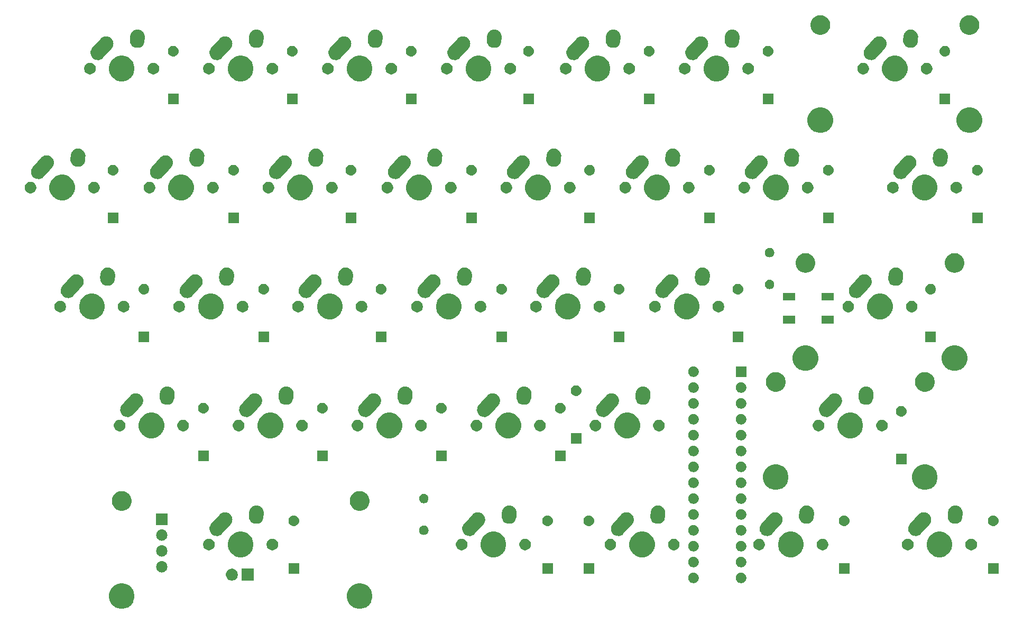
<source format=gbs>
G04 #@! TF.GenerationSoftware,KiCad,Pcbnew,(5.1.4-0-10_14)*
G04 #@! TF.CreationDate,2020-10-01T04:07:51-07:00*
G04 #@! TF.ProjectId,mpm62-kb-right,6d706d36-322d-46b6-922d-72696768742e,rev?*
G04 #@! TF.SameCoordinates,Original*
G04 #@! TF.FileFunction,Soldermask,Bot*
G04 #@! TF.FilePolarity,Negative*
%FSLAX46Y46*%
G04 Gerber Fmt 4.6, Leading zero omitted, Abs format (unit mm)*
G04 Created by KiCad (PCBNEW (5.1.4-0-10_14)) date 2020-10-01 04:07:51*
%MOMM*%
%LPD*%
G04 APERTURE LIST*
%ADD10C,0.100000*%
G04 APERTURE END LIST*
D10*
G36*
X105371474Y-139638684D02*
G01*
X105589474Y-139728983D01*
X105743623Y-139792833D01*
X106078548Y-140016623D01*
X106363377Y-140301452D01*
X106587167Y-140636377D01*
X106587167Y-140636378D01*
X106741316Y-141008526D01*
X106819900Y-141403594D01*
X106819900Y-141806406D01*
X106741316Y-142201474D01*
X106651017Y-142419474D01*
X106587167Y-142573623D01*
X106363377Y-142908548D01*
X106078548Y-143193377D01*
X105743623Y-143417167D01*
X105589474Y-143481017D01*
X105371474Y-143571316D01*
X104976406Y-143649900D01*
X104573594Y-143649900D01*
X104178526Y-143571316D01*
X103960526Y-143481017D01*
X103806377Y-143417167D01*
X103471452Y-143193377D01*
X103186623Y-142908548D01*
X102962833Y-142573623D01*
X102898983Y-142419474D01*
X102808684Y-142201474D01*
X102730100Y-141806406D01*
X102730100Y-141403594D01*
X102808684Y-141008526D01*
X102962833Y-140636378D01*
X102962833Y-140636377D01*
X103186623Y-140301452D01*
X103471452Y-140016623D01*
X103806377Y-139792833D01*
X103960526Y-139728983D01*
X104178526Y-139638684D01*
X104573594Y-139560100D01*
X104976406Y-139560100D01*
X105371474Y-139638684D01*
X105371474Y-139638684D01*
G37*
G36*
X67271474Y-139638684D02*
G01*
X67489474Y-139728983D01*
X67643623Y-139792833D01*
X67978548Y-140016623D01*
X68263377Y-140301452D01*
X68487167Y-140636377D01*
X68487167Y-140636378D01*
X68641316Y-141008526D01*
X68719900Y-141403594D01*
X68719900Y-141806406D01*
X68641316Y-142201474D01*
X68551017Y-142419474D01*
X68487167Y-142573623D01*
X68263377Y-142908548D01*
X67978548Y-143193377D01*
X67643623Y-143417167D01*
X67489474Y-143481017D01*
X67271474Y-143571316D01*
X66876406Y-143649900D01*
X66473594Y-143649900D01*
X66078526Y-143571316D01*
X65860526Y-143481017D01*
X65706377Y-143417167D01*
X65371452Y-143193377D01*
X65086623Y-142908548D01*
X64862833Y-142573623D01*
X64798983Y-142419474D01*
X64708684Y-142201474D01*
X64630100Y-141806406D01*
X64630100Y-141403594D01*
X64708684Y-141008526D01*
X64862833Y-140636378D01*
X64862833Y-140636377D01*
X65086623Y-140301452D01*
X65371452Y-140016623D01*
X65706377Y-139792833D01*
X65860526Y-139728983D01*
X66078526Y-139638684D01*
X66473594Y-139560100D01*
X66876406Y-139560100D01*
X67271474Y-139638684D01*
X67271474Y-139638684D01*
G37*
G36*
X158490228Y-137865703D02*
G01*
X158645100Y-137929853D01*
X158784481Y-138022985D01*
X158903015Y-138141519D01*
X158996147Y-138280900D01*
X159060297Y-138435772D01*
X159093000Y-138600184D01*
X159093000Y-138767816D01*
X159060297Y-138932228D01*
X158996147Y-139087100D01*
X158903015Y-139226481D01*
X158784481Y-139345015D01*
X158645100Y-139438147D01*
X158490228Y-139502297D01*
X158325816Y-139535000D01*
X158158184Y-139535000D01*
X157993772Y-139502297D01*
X157838900Y-139438147D01*
X157699519Y-139345015D01*
X157580985Y-139226481D01*
X157487853Y-139087100D01*
X157423703Y-138932228D01*
X157391000Y-138767816D01*
X157391000Y-138600184D01*
X157423703Y-138435772D01*
X157487853Y-138280900D01*
X157580985Y-138141519D01*
X157699519Y-138022985D01*
X157838900Y-137929853D01*
X157993772Y-137865703D01*
X158158184Y-137833000D01*
X158325816Y-137833000D01*
X158490228Y-137865703D01*
X158490228Y-137865703D01*
G37*
G36*
X166110228Y-137865703D02*
G01*
X166265100Y-137929853D01*
X166404481Y-138022985D01*
X166523015Y-138141519D01*
X166616147Y-138280900D01*
X166680297Y-138435772D01*
X166713000Y-138600184D01*
X166713000Y-138767816D01*
X166680297Y-138932228D01*
X166616147Y-139087100D01*
X166523015Y-139226481D01*
X166404481Y-139345015D01*
X166265100Y-139438147D01*
X166110228Y-139502297D01*
X165945816Y-139535000D01*
X165778184Y-139535000D01*
X165613772Y-139502297D01*
X165458900Y-139438147D01*
X165319519Y-139345015D01*
X165200985Y-139226481D01*
X165107853Y-139087100D01*
X165043703Y-138932228D01*
X165011000Y-138767816D01*
X165011000Y-138600184D01*
X165043703Y-138435772D01*
X165107853Y-138280900D01*
X165200985Y-138141519D01*
X165319519Y-138022985D01*
X165458900Y-137929853D01*
X165613772Y-137865703D01*
X165778184Y-137833000D01*
X165945816Y-137833000D01*
X166110228Y-137865703D01*
X166110228Y-137865703D01*
G37*
G36*
X87819000Y-139127000D02*
G01*
X85917000Y-139127000D01*
X85917000Y-137225000D01*
X87819000Y-137225000D01*
X87819000Y-139127000D01*
X87819000Y-139127000D01*
G37*
G36*
X84605395Y-137261546D02*
G01*
X84778466Y-137333234D01*
X84778467Y-137333235D01*
X84934227Y-137437310D01*
X85066690Y-137569773D01*
X85066691Y-137569775D01*
X85170766Y-137725534D01*
X85242454Y-137898605D01*
X85279000Y-138082333D01*
X85279000Y-138269667D01*
X85242454Y-138453395D01*
X85170766Y-138626466D01*
X85170765Y-138626467D01*
X85066690Y-138782227D01*
X84934227Y-138914690D01*
X84907979Y-138932228D01*
X84778466Y-139018766D01*
X84605395Y-139090454D01*
X84421667Y-139127000D01*
X84234333Y-139127000D01*
X84050605Y-139090454D01*
X83877534Y-139018766D01*
X83748021Y-138932228D01*
X83721773Y-138914690D01*
X83589310Y-138782227D01*
X83485235Y-138626467D01*
X83485234Y-138626466D01*
X83413546Y-138453395D01*
X83377000Y-138269667D01*
X83377000Y-138082333D01*
X83413546Y-137898605D01*
X83485234Y-137725534D01*
X83589309Y-137569775D01*
X83589310Y-137569773D01*
X83721773Y-137437310D01*
X83877533Y-137333235D01*
X83877534Y-137333234D01*
X84050605Y-137261546D01*
X84234333Y-137225000D01*
X84421667Y-137225000D01*
X84605395Y-137261546D01*
X84605395Y-137261546D01*
G37*
G36*
X207099000Y-138011000D02*
G01*
X205397000Y-138011000D01*
X205397000Y-136309000D01*
X207099000Y-136309000D01*
X207099000Y-138011000D01*
X207099000Y-138011000D01*
G37*
G36*
X183223000Y-138011000D02*
G01*
X181521000Y-138011000D01*
X181521000Y-136309000D01*
X183223000Y-136309000D01*
X183223000Y-138011000D01*
X183223000Y-138011000D01*
G37*
G36*
X142329000Y-138011000D02*
G01*
X140627000Y-138011000D01*
X140627000Y-136309000D01*
X142329000Y-136309000D01*
X142329000Y-138011000D01*
X142329000Y-138011000D01*
G37*
G36*
X135725000Y-138011000D02*
G01*
X134023000Y-138011000D01*
X134023000Y-136309000D01*
X135725000Y-136309000D01*
X135725000Y-138011000D01*
X135725000Y-138011000D01*
G37*
G36*
X95085000Y-138011000D02*
G01*
X93383000Y-138011000D01*
X93383000Y-136309000D01*
X95085000Y-136309000D01*
X95085000Y-138011000D01*
X95085000Y-138011000D01*
G37*
G36*
X73210443Y-136035519D02*
G01*
X73276627Y-136042037D01*
X73446466Y-136093557D01*
X73602991Y-136177222D01*
X73638729Y-136206552D01*
X73740186Y-136289814D01*
X73823448Y-136391271D01*
X73852778Y-136427009D01*
X73852779Y-136427011D01*
X73916969Y-136547100D01*
X73936443Y-136583534D01*
X73987963Y-136753373D01*
X74005359Y-136930000D01*
X73987963Y-137106627D01*
X73936443Y-137276466D01*
X73852778Y-137432991D01*
X73849234Y-137437309D01*
X73740186Y-137570186D01*
X73638729Y-137653448D01*
X73602991Y-137682778D01*
X73446466Y-137766443D01*
X73276627Y-137817963D01*
X73210443Y-137824481D01*
X73144260Y-137831000D01*
X73055740Y-137831000D01*
X72989557Y-137824481D01*
X72923373Y-137817963D01*
X72753534Y-137766443D01*
X72597009Y-137682778D01*
X72561271Y-137653448D01*
X72459814Y-137570186D01*
X72350766Y-137437309D01*
X72347222Y-137432991D01*
X72263557Y-137276466D01*
X72212037Y-137106627D01*
X72194641Y-136930000D01*
X72212037Y-136753373D01*
X72263557Y-136583534D01*
X72283032Y-136547100D01*
X72347221Y-136427011D01*
X72347222Y-136427009D01*
X72376552Y-136391271D01*
X72459814Y-136289814D01*
X72561271Y-136206552D01*
X72597009Y-136177222D01*
X72753534Y-136093557D01*
X72923373Y-136042037D01*
X72989557Y-136035519D01*
X73055740Y-136029000D01*
X73144260Y-136029000D01*
X73210443Y-136035519D01*
X73210443Y-136035519D01*
G37*
G36*
X166110228Y-135325703D02*
G01*
X166265100Y-135389853D01*
X166404481Y-135482985D01*
X166523015Y-135601519D01*
X166616147Y-135740900D01*
X166680297Y-135895772D01*
X166713000Y-136060184D01*
X166713000Y-136227816D01*
X166680297Y-136392228D01*
X166616147Y-136547100D01*
X166523015Y-136686481D01*
X166404481Y-136805015D01*
X166265100Y-136898147D01*
X166110228Y-136962297D01*
X165945816Y-136995000D01*
X165778184Y-136995000D01*
X165613772Y-136962297D01*
X165458900Y-136898147D01*
X165319519Y-136805015D01*
X165200985Y-136686481D01*
X165107853Y-136547100D01*
X165043703Y-136392228D01*
X165011000Y-136227816D01*
X165011000Y-136060184D01*
X165043703Y-135895772D01*
X165107853Y-135740900D01*
X165200985Y-135601519D01*
X165319519Y-135482985D01*
X165458900Y-135389853D01*
X165613772Y-135325703D01*
X165778184Y-135293000D01*
X165945816Y-135293000D01*
X166110228Y-135325703D01*
X166110228Y-135325703D01*
G37*
G36*
X158490228Y-135325703D02*
G01*
X158645100Y-135389853D01*
X158784481Y-135482985D01*
X158903015Y-135601519D01*
X158996147Y-135740900D01*
X159060297Y-135895772D01*
X159093000Y-136060184D01*
X159093000Y-136227816D01*
X159060297Y-136392228D01*
X158996147Y-136547100D01*
X158903015Y-136686481D01*
X158784481Y-136805015D01*
X158645100Y-136898147D01*
X158490228Y-136962297D01*
X158325816Y-136995000D01*
X158158184Y-136995000D01*
X157993772Y-136962297D01*
X157838900Y-136898147D01*
X157699519Y-136805015D01*
X157580985Y-136686481D01*
X157487853Y-136547100D01*
X157423703Y-136392228D01*
X157391000Y-136227816D01*
X157391000Y-136060184D01*
X157423703Y-135895772D01*
X157487853Y-135740900D01*
X157580985Y-135601519D01*
X157699519Y-135482985D01*
X157838900Y-135389853D01*
X157993772Y-135325703D01*
X158158184Y-135293000D01*
X158325816Y-135293000D01*
X158490228Y-135325703D01*
X158490228Y-135325703D01*
G37*
G36*
X126802724Y-131383684D02*
G01*
X127004100Y-131467097D01*
X127174873Y-131537833D01*
X127509798Y-131761623D01*
X127794627Y-132046452D01*
X128018417Y-132381377D01*
X128063487Y-132490186D01*
X128172566Y-132753526D01*
X128251150Y-133148594D01*
X128251150Y-133551406D01*
X128172566Y-133946474D01*
X128121701Y-134069272D01*
X128018417Y-134318623D01*
X127794627Y-134653548D01*
X127509798Y-134938377D01*
X127174873Y-135162167D01*
X127020724Y-135226017D01*
X126802724Y-135316316D01*
X126407656Y-135394900D01*
X126004844Y-135394900D01*
X125609776Y-135316316D01*
X125391776Y-135226017D01*
X125237627Y-135162167D01*
X124902702Y-134938377D01*
X124617873Y-134653548D01*
X124394083Y-134318623D01*
X124290799Y-134069272D01*
X124239934Y-133946474D01*
X124161350Y-133551406D01*
X124161350Y-133148594D01*
X124239934Y-132753526D01*
X124349013Y-132490186D01*
X124394083Y-132381377D01*
X124617873Y-132046452D01*
X124902702Y-131761623D01*
X125237627Y-131537833D01*
X125408400Y-131467097D01*
X125609776Y-131383684D01*
X126004844Y-131305100D01*
X126407656Y-131305100D01*
X126802724Y-131383684D01*
X126802724Y-131383684D01*
G37*
G36*
X86321474Y-131383684D02*
G01*
X86522850Y-131467097D01*
X86693623Y-131537833D01*
X87028548Y-131761623D01*
X87313377Y-132046452D01*
X87537167Y-132381377D01*
X87582237Y-132490186D01*
X87691316Y-132753526D01*
X87769900Y-133148594D01*
X87769900Y-133551406D01*
X87691316Y-133946474D01*
X87640451Y-134069272D01*
X87537167Y-134318623D01*
X87313377Y-134653548D01*
X87028548Y-134938377D01*
X86693623Y-135162167D01*
X86539474Y-135226017D01*
X86321474Y-135316316D01*
X85926406Y-135394900D01*
X85523594Y-135394900D01*
X85128526Y-135316316D01*
X84910526Y-135226017D01*
X84756377Y-135162167D01*
X84421452Y-134938377D01*
X84136623Y-134653548D01*
X83912833Y-134318623D01*
X83809549Y-134069272D01*
X83758684Y-133946474D01*
X83680100Y-133551406D01*
X83680100Y-133148594D01*
X83758684Y-132753526D01*
X83867763Y-132490186D01*
X83912833Y-132381377D01*
X84136623Y-132046452D01*
X84421452Y-131761623D01*
X84756377Y-131537833D01*
X84927150Y-131467097D01*
X85128526Y-131383684D01*
X85523594Y-131305100D01*
X85926406Y-131305100D01*
X86321474Y-131383684D01*
X86321474Y-131383684D01*
G37*
G36*
X150615224Y-131383684D02*
G01*
X150816600Y-131467097D01*
X150987373Y-131537833D01*
X151322298Y-131761623D01*
X151607127Y-132046452D01*
X151830917Y-132381377D01*
X151875987Y-132490186D01*
X151985066Y-132753526D01*
X152063650Y-133148594D01*
X152063650Y-133551406D01*
X151985066Y-133946474D01*
X151934201Y-134069272D01*
X151830917Y-134318623D01*
X151607127Y-134653548D01*
X151322298Y-134938377D01*
X150987373Y-135162167D01*
X150833224Y-135226017D01*
X150615224Y-135316316D01*
X150220156Y-135394900D01*
X149817344Y-135394900D01*
X149422276Y-135316316D01*
X149204276Y-135226017D01*
X149050127Y-135162167D01*
X148715202Y-134938377D01*
X148430373Y-134653548D01*
X148206583Y-134318623D01*
X148103299Y-134069272D01*
X148052434Y-133946474D01*
X147973850Y-133551406D01*
X147973850Y-133148594D01*
X148052434Y-132753526D01*
X148161513Y-132490186D01*
X148206583Y-132381377D01*
X148430373Y-132046452D01*
X148715202Y-131761623D01*
X149050127Y-131537833D01*
X149220900Y-131467097D01*
X149422276Y-131383684D01*
X149817344Y-131305100D01*
X150220156Y-131305100D01*
X150615224Y-131383684D01*
X150615224Y-131383684D01*
G37*
G36*
X174427724Y-131383684D02*
G01*
X174629100Y-131467097D01*
X174799873Y-131537833D01*
X175134798Y-131761623D01*
X175419627Y-132046452D01*
X175643417Y-132381377D01*
X175688487Y-132490186D01*
X175797566Y-132753526D01*
X175876150Y-133148594D01*
X175876150Y-133551406D01*
X175797566Y-133946474D01*
X175746701Y-134069272D01*
X175643417Y-134318623D01*
X175419627Y-134653548D01*
X175134798Y-134938377D01*
X174799873Y-135162167D01*
X174645724Y-135226017D01*
X174427724Y-135316316D01*
X174032656Y-135394900D01*
X173629844Y-135394900D01*
X173234776Y-135316316D01*
X173016776Y-135226017D01*
X172862627Y-135162167D01*
X172527702Y-134938377D01*
X172242873Y-134653548D01*
X172019083Y-134318623D01*
X171915799Y-134069272D01*
X171864934Y-133946474D01*
X171786350Y-133551406D01*
X171786350Y-133148594D01*
X171864934Y-132753526D01*
X171974013Y-132490186D01*
X172019083Y-132381377D01*
X172242873Y-132046452D01*
X172527702Y-131761623D01*
X172862627Y-131537833D01*
X173033400Y-131467097D01*
X173234776Y-131383684D01*
X173629844Y-131305100D01*
X174032656Y-131305100D01*
X174427724Y-131383684D01*
X174427724Y-131383684D01*
G37*
G36*
X198240224Y-131383684D02*
G01*
X198441600Y-131467097D01*
X198612373Y-131537833D01*
X198947298Y-131761623D01*
X199232127Y-132046452D01*
X199455917Y-132381377D01*
X199500987Y-132490186D01*
X199610066Y-132753526D01*
X199688650Y-133148594D01*
X199688650Y-133551406D01*
X199610066Y-133946474D01*
X199559201Y-134069272D01*
X199455917Y-134318623D01*
X199232127Y-134653548D01*
X198947298Y-134938377D01*
X198612373Y-135162167D01*
X198458224Y-135226017D01*
X198240224Y-135316316D01*
X197845156Y-135394900D01*
X197442344Y-135394900D01*
X197047276Y-135316316D01*
X196829276Y-135226017D01*
X196675127Y-135162167D01*
X196340202Y-134938377D01*
X196055373Y-134653548D01*
X195831583Y-134318623D01*
X195728299Y-134069272D01*
X195677434Y-133946474D01*
X195598850Y-133551406D01*
X195598850Y-133148594D01*
X195677434Y-132753526D01*
X195786513Y-132490186D01*
X195831583Y-132381377D01*
X196055373Y-132046452D01*
X196340202Y-131761623D01*
X196675127Y-131537833D01*
X196845900Y-131467097D01*
X197047276Y-131383684D01*
X197442344Y-131305100D01*
X197845156Y-131305100D01*
X198240224Y-131383684D01*
X198240224Y-131383684D01*
G37*
G36*
X73210443Y-133495519D02*
G01*
X73276627Y-133502037D01*
X73446466Y-133553557D01*
X73602991Y-133637222D01*
X73638729Y-133666552D01*
X73740186Y-133749814D01*
X73823448Y-133851271D01*
X73852778Y-133887009D01*
X73881258Y-133940291D01*
X73916969Y-134007100D01*
X73936443Y-134043534D01*
X73987963Y-134213373D01*
X74005359Y-134390000D01*
X73987963Y-134566627D01*
X73936443Y-134736466D01*
X73852778Y-134892991D01*
X73823448Y-134928729D01*
X73740186Y-135030186D01*
X73638729Y-135113448D01*
X73602991Y-135142778D01*
X73446466Y-135226443D01*
X73276627Y-135277963D01*
X73210442Y-135284482D01*
X73144260Y-135291000D01*
X73055740Y-135291000D01*
X72989558Y-135284482D01*
X72923373Y-135277963D01*
X72753534Y-135226443D01*
X72597009Y-135142778D01*
X72561271Y-135113448D01*
X72459814Y-135030186D01*
X72376552Y-134928729D01*
X72347222Y-134892991D01*
X72263557Y-134736466D01*
X72212037Y-134566627D01*
X72194641Y-134390000D01*
X72212037Y-134213373D01*
X72263557Y-134043534D01*
X72283032Y-134007100D01*
X72318742Y-133940291D01*
X72347222Y-133887009D01*
X72376552Y-133851271D01*
X72459814Y-133749814D01*
X72561271Y-133666552D01*
X72597009Y-133637222D01*
X72753534Y-133553557D01*
X72923373Y-133502037D01*
X72989557Y-133495519D01*
X73055740Y-133489000D01*
X73144260Y-133489000D01*
X73210443Y-133495519D01*
X73210443Y-133495519D01*
G37*
G36*
X166110228Y-132785703D02*
G01*
X166265100Y-132849853D01*
X166404481Y-132942985D01*
X166523015Y-133061519D01*
X166616147Y-133200900D01*
X166680297Y-133355772D01*
X166713000Y-133520184D01*
X166713000Y-133687816D01*
X166680297Y-133852228D01*
X166616147Y-134007100D01*
X166523015Y-134146481D01*
X166404481Y-134265015D01*
X166265100Y-134358147D01*
X166110228Y-134422297D01*
X165945816Y-134455000D01*
X165778184Y-134455000D01*
X165613772Y-134422297D01*
X165458900Y-134358147D01*
X165319519Y-134265015D01*
X165200985Y-134146481D01*
X165107853Y-134007100D01*
X165043703Y-133852228D01*
X165011000Y-133687816D01*
X165011000Y-133520184D01*
X165043703Y-133355772D01*
X165107853Y-133200900D01*
X165200985Y-133061519D01*
X165319519Y-132942985D01*
X165458900Y-132849853D01*
X165613772Y-132785703D01*
X165778184Y-132753000D01*
X165945816Y-132753000D01*
X166110228Y-132785703D01*
X166110228Y-132785703D01*
G37*
G36*
X158490228Y-132785703D02*
G01*
X158645100Y-132849853D01*
X158784481Y-132942985D01*
X158903015Y-133061519D01*
X158996147Y-133200900D01*
X159060297Y-133355772D01*
X159093000Y-133520184D01*
X159093000Y-133687816D01*
X159060297Y-133852228D01*
X158996147Y-134007100D01*
X158903015Y-134146481D01*
X158784481Y-134265015D01*
X158645100Y-134358147D01*
X158490228Y-134422297D01*
X158325816Y-134455000D01*
X158158184Y-134455000D01*
X157993772Y-134422297D01*
X157838900Y-134358147D01*
X157699519Y-134265015D01*
X157580985Y-134146481D01*
X157487853Y-134007100D01*
X157423703Y-133852228D01*
X157391000Y-133687816D01*
X157391000Y-133520184D01*
X157423703Y-133355772D01*
X157487853Y-133200900D01*
X157580985Y-133061519D01*
X157699519Y-132942985D01*
X157838900Y-132849853D01*
X157993772Y-132785703D01*
X158158184Y-132753000D01*
X158325816Y-132753000D01*
X158490228Y-132785703D01*
X158490228Y-132785703D01*
G37*
G36*
X121396354Y-132459585D02*
G01*
X121564876Y-132529389D01*
X121716541Y-132630728D01*
X121845522Y-132759709D01*
X121946861Y-132911374D01*
X122016665Y-133079896D01*
X122052250Y-133258797D01*
X122052250Y-133441203D01*
X122016665Y-133620104D01*
X121946861Y-133788626D01*
X121845522Y-133940291D01*
X121716541Y-134069272D01*
X121564876Y-134170611D01*
X121396354Y-134240415D01*
X121217453Y-134276000D01*
X121035047Y-134276000D01*
X120856146Y-134240415D01*
X120687624Y-134170611D01*
X120535959Y-134069272D01*
X120406978Y-133940291D01*
X120305639Y-133788626D01*
X120235835Y-133620104D01*
X120200250Y-133441203D01*
X120200250Y-133258797D01*
X120235835Y-133079896D01*
X120305639Y-132911374D01*
X120406978Y-132759709D01*
X120535959Y-132630728D01*
X120687624Y-132529389D01*
X120856146Y-132459585D01*
X121035047Y-132424000D01*
X121217453Y-132424000D01*
X121396354Y-132459585D01*
X121396354Y-132459585D01*
G37*
G36*
X202993854Y-132459585D02*
G01*
X203162376Y-132529389D01*
X203314041Y-132630728D01*
X203443022Y-132759709D01*
X203544361Y-132911374D01*
X203614165Y-133079896D01*
X203649750Y-133258797D01*
X203649750Y-133441203D01*
X203614165Y-133620104D01*
X203544361Y-133788626D01*
X203443022Y-133940291D01*
X203314041Y-134069272D01*
X203162376Y-134170611D01*
X202993854Y-134240415D01*
X202814953Y-134276000D01*
X202632547Y-134276000D01*
X202453646Y-134240415D01*
X202285124Y-134170611D01*
X202133459Y-134069272D01*
X202004478Y-133940291D01*
X201903139Y-133788626D01*
X201833335Y-133620104D01*
X201797750Y-133441203D01*
X201797750Y-133258797D01*
X201833335Y-133079896D01*
X201903139Y-132911374D01*
X202004478Y-132759709D01*
X202133459Y-132630728D01*
X202285124Y-132529389D01*
X202453646Y-132459585D01*
X202632547Y-132424000D01*
X202814953Y-132424000D01*
X202993854Y-132459585D01*
X202993854Y-132459585D01*
G37*
G36*
X91075104Y-132459585D02*
G01*
X91243626Y-132529389D01*
X91395291Y-132630728D01*
X91524272Y-132759709D01*
X91625611Y-132911374D01*
X91695415Y-133079896D01*
X91731000Y-133258797D01*
X91731000Y-133441203D01*
X91695415Y-133620104D01*
X91625611Y-133788626D01*
X91524272Y-133940291D01*
X91395291Y-134069272D01*
X91243626Y-134170611D01*
X91075104Y-134240415D01*
X90896203Y-134276000D01*
X90713797Y-134276000D01*
X90534896Y-134240415D01*
X90366374Y-134170611D01*
X90214709Y-134069272D01*
X90085728Y-133940291D01*
X89984389Y-133788626D01*
X89914585Y-133620104D01*
X89879000Y-133441203D01*
X89879000Y-133258797D01*
X89914585Y-133079896D01*
X89984389Y-132911374D01*
X90085728Y-132759709D01*
X90214709Y-132630728D01*
X90366374Y-132529389D01*
X90534896Y-132459585D01*
X90713797Y-132424000D01*
X90896203Y-132424000D01*
X91075104Y-132459585D01*
X91075104Y-132459585D01*
G37*
G36*
X80915104Y-132459585D02*
G01*
X81083626Y-132529389D01*
X81235291Y-132630728D01*
X81364272Y-132759709D01*
X81465611Y-132911374D01*
X81535415Y-133079896D01*
X81571000Y-133258797D01*
X81571000Y-133441203D01*
X81535415Y-133620104D01*
X81465611Y-133788626D01*
X81364272Y-133940291D01*
X81235291Y-134069272D01*
X81083626Y-134170611D01*
X80915104Y-134240415D01*
X80736203Y-134276000D01*
X80553797Y-134276000D01*
X80374896Y-134240415D01*
X80206374Y-134170611D01*
X80054709Y-134069272D01*
X79925728Y-133940291D01*
X79824389Y-133788626D01*
X79754585Y-133620104D01*
X79719000Y-133441203D01*
X79719000Y-133258797D01*
X79754585Y-133079896D01*
X79824389Y-132911374D01*
X79925728Y-132759709D01*
X80054709Y-132630728D01*
X80206374Y-132529389D01*
X80374896Y-132459585D01*
X80553797Y-132424000D01*
X80736203Y-132424000D01*
X80915104Y-132459585D01*
X80915104Y-132459585D01*
G37*
G36*
X192833854Y-132459585D02*
G01*
X193002376Y-132529389D01*
X193154041Y-132630728D01*
X193283022Y-132759709D01*
X193384361Y-132911374D01*
X193454165Y-133079896D01*
X193489750Y-133258797D01*
X193489750Y-133441203D01*
X193454165Y-133620104D01*
X193384361Y-133788626D01*
X193283022Y-133940291D01*
X193154041Y-134069272D01*
X193002376Y-134170611D01*
X192833854Y-134240415D01*
X192654953Y-134276000D01*
X192472547Y-134276000D01*
X192293646Y-134240415D01*
X192125124Y-134170611D01*
X191973459Y-134069272D01*
X191844478Y-133940291D01*
X191743139Y-133788626D01*
X191673335Y-133620104D01*
X191637750Y-133441203D01*
X191637750Y-133258797D01*
X191673335Y-133079896D01*
X191743139Y-132911374D01*
X191844478Y-132759709D01*
X191973459Y-132630728D01*
X192125124Y-132529389D01*
X192293646Y-132459585D01*
X192472547Y-132424000D01*
X192654953Y-132424000D01*
X192833854Y-132459585D01*
X192833854Y-132459585D01*
G37*
G36*
X179181354Y-132459585D02*
G01*
X179349876Y-132529389D01*
X179501541Y-132630728D01*
X179630522Y-132759709D01*
X179731861Y-132911374D01*
X179801665Y-133079896D01*
X179837250Y-133258797D01*
X179837250Y-133441203D01*
X179801665Y-133620104D01*
X179731861Y-133788626D01*
X179630522Y-133940291D01*
X179501541Y-134069272D01*
X179349876Y-134170611D01*
X179181354Y-134240415D01*
X179002453Y-134276000D01*
X178820047Y-134276000D01*
X178641146Y-134240415D01*
X178472624Y-134170611D01*
X178320959Y-134069272D01*
X178191978Y-133940291D01*
X178090639Y-133788626D01*
X178020835Y-133620104D01*
X177985250Y-133441203D01*
X177985250Y-133258797D01*
X178020835Y-133079896D01*
X178090639Y-132911374D01*
X178191978Y-132759709D01*
X178320959Y-132630728D01*
X178472624Y-132529389D01*
X178641146Y-132459585D01*
X178820047Y-132424000D01*
X179002453Y-132424000D01*
X179181354Y-132459585D01*
X179181354Y-132459585D01*
G37*
G36*
X169021354Y-132459585D02*
G01*
X169189876Y-132529389D01*
X169341541Y-132630728D01*
X169470522Y-132759709D01*
X169571861Y-132911374D01*
X169641665Y-133079896D01*
X169677250Y-133258797D01*
X169677250Y-133441203D01*
X169641665Y-133620104D01*
X169571861Y-133788626D01*
X169470522Y-133940291D01*
X169341541Y-134069272D01*
X169189876Y-134170611D01*
X169021354Y-134240415D01*
X168842453Y-134276000D01*
X168660047Y-134276000D01*
X168481146Y-134240415D01*
X168312624Y-134170611D01*
X168160959Y-134069272D01*
X168031978Y-133940291D01*
X167930639Y-133788626D01*
X167860835Y-133620104D01*
X167825250Y-133441203D01*
X167825250Y-133258797D01*
X167860835Y-133079896D01*
X167930639Y-132911374D01*
X168031978Y-132759709D01*
X168160959Y-132630728D01*
X168312624Y-132529389D01*
X168481146Y-132459585D01*
X168660047Y-132424000D01*
X168842453Y-132424000D01*
X169021354Y-132459585D01*
X169021354Y-132459585D01*
G37*
G36*
X131556354Y-132459585D02*
G01*
X131724876Y-132529389D01*
X131876541Y-132630728D01*
X132005522Y-132759709D01*
X132106861Y-132911374D01*
X132176665Y-133079896D01*
X132212250Y-133258797D01*
X132212250Y-133441203D01*
X132176665Y-133620104D01*
X132106861Y-133788626D01*
X132005522Y-133940291D01*
X131876541Y-134069272D01*
X131724876Y-134170611D01*
X131556354Y-134240415D01*
X131377453Y-134276000D01*
X131195047Y-134276000D01*
X131016146Y-134240415D01*
X130847624Y-134170611D01*
X130695959Y-134069272D01*
X130566978Y-133940291D01*
X130465639Y-133788626D01*
X130395835Y-133620104D01*
X130360250Y-133441203D01*
X130360250Y-133258797D01*
X130395835Y-133079896D01*
X130465639Y-132911374D01*
X130566978Y-132759709D01*
X130695959Y-132630728D01*
X130847624Y-132529389D01*
X131016146Y-132459585D01*
X131195047Y-132424000D01*
X131377453Y-132424000D01*
X131556354Y-132459585D01*
X131556354Y-132459585D01*
G37*
G36*
X155368854Y-132459585D02*
G01*
X155537376Y-132529389D01*
X155689041Y-132630728D01*
X155818022Y-132759709D01*
X155919361Y-132911374D01*
X155989165Y-133079896D01*
X156024750Y-133258797D01*
X156024750Y-133441203D01*
X155989165Y-133620104D01*
X155919361Y-133788626D01*
X155818022Y-133940291D01*
X155689041Y-134069272D01*
X155537376Y-134170611D01*
X155368854Y-134240415D01*
X155189953Y-134276000D01*
X155007547Y-134276000D01*
X154828646Y-134240415D01*
X154660124Y-134170611D01*
X154508459Y-134069272D01*
X154379478Y-133940291D01*
X154278139Y-133788626D01*
X154208335Y-133620104D01*
X154172750Y-133441203D01*
X154172750Y-133258797D01*
X154208335Y-133079896D01*
X154278139Y-132911374D01*
X154379478Y-132759709D01*
X154508459Y-132630728D01*
X154660124Y-132529389D01*
X154828646Y-132459585D01*
X155007547Y-132424000D01*
X155189953Y-132424000D01*
X155368854Y-132459585D01*
X155368854Y-132459585D01*
G37*
G36*
X145208854Y-132459585D02*
G01*
X145377376Y-132529389D01*
X145529041Y-132630728D01*
X145658022Y-132759709D01*
X145759361Y-132911374D01*
X145829165Y-133079896D01*
X145864750Y-133258797D01*
X145864750Y-133441203D01*
X145829165Y-133620104D01*
X145759361Y-133788626D01*
X145658022Y-133940291D01*
X145529041Y-134069272D01*
X145377376Y-134170611D01*
X145208854Y-134240415D01*
X145029953Y-134276000D01*
X144847547Y-134276000D01*
X144668646Y-134240415D01*
X144500124Y-134170611D01*
X144348459Y-134069272D01*
X144219478Y-133940291D01*
X144118139Y-133788626D01*
X144048335Y-133620104D01*
X144012750Y-133441203D01*
X144012750Y-133258797D01*
X144048335Y-133079896D01*
X144118139Y-132911374D01*
X144219478Y-132759709D01*
X144348459Y-132630728D01*
X144500124Y-132529389D01*
X144668646Y-132459585D01*
X144847547Y-132424000D01*
X145029953Y-132424000D01*
X145208854Y-132459585D01*
X145208854Y-132459585D01*
G37*
G36*
X73210442Y-130955518D02*
G01*
X73276627Y-130962037D01*
X73446466Y-131013557D01*
X73602991Y-131097222D01*
X73609868Y-131102866D01*
X73740186Y-131209814D01*
X73818384Y-131305100D01*
X73852778Y-131347009D01*
X73852779Y-131347011D01*
X73916969Y-131467100D01*
X73936443Y-131503534D01*
X73987963Y-131673373D01*
X74005359Y-131850000D01*
X73987963Y-132026627D01*
X73936443Y-132196466D01*
X73852778Y-132352991D01*
X73829482Y-132381377D01*
X73740186Y-132490186D01*
X73638729Y-132573448D01*
X73602991Y-132602778D01*
X73446466Y-132686443D01*
X73276627Y-132737963D01*
X73210443Y-132744481D01*
X73144260Y-132751000D01*
X73055740Y-132751000D01*
X72989557Y-132744481D01*
X72923373Y-132737963D01*
X72753534Y-132686443D01*
X72597009Y-132602778D01*
X72561271Y-132573448D01*
X72459814Y-132490186D01*
X72370518Y-132381377D01*
X72347222Y-132352991D01*
X72263557Y-132196466D01*
X72212037Y-132026627D01*
X72194641Y-131850000D01*
X72212037Y-131673373D01*
X72263557Y-131503534D01*
X72283032Y-131467100D01*
X72347221Y-131347011D01*
X72347222Y-131347009D01*
X72381616Y-131305100D01*
X72459814Y-131209814D01*
X72590132Y-131102866D01*
X72597009Y-131097222D01*
X72753534Y-131013557D01*
X72923373Y-130962037D01*
X72989558Y-130955518D01*
X73055740Y-130949000D01*
X73144260Y-130949000D01*
X73210442Y-130955518D01*
X73210442Y-130955518D01*
G37*
G36*
X147541955Y-128173881D02*
G01*
X147547395Y-128174000D01*
X147634578Y-128174000D01*
X147650847Y-128177236D01*
X147669706Y-128179515D01*
X147686282Y-128180246D01*
X147770973Y-128201010D01*
X147776268Y-128202184D01*
X147861777Y-128219193D01*
X147877112Y-128225545D01*
X147895151Y-128231455D01*
X147911271Y-128235407D01*
X147990254Y-128272280D01*
X147995244Y-128274477D01*
X148075795Y-128307842D01*
X148089591Y-128317060D01*
X148106143Y-128326382D01*
X148121176Y-128333400D01*
X148191444Y-128384971D01*
X148195942Y-128388122D01*
X148268406Y-128436541D01*
X148280133Y-128448268D01*
X148294559Y-128460648D01*
X148307929Y-128470461D01*
X148307930Y-128470462D01*
X148366771Y-128534733D01*
X148370579Y-128538714D01*
X148432209Y-128600344D01*
X148441424Y-128614135D01*
X148453146Y-128629078D01*
X148464355Y-128641321D01*
X148509549Y-128715874D01*
X148512496Y-128720501D01*
X148560908Y-128792955D01*
X148567255Y-128808277D01*
X148575842Y-128825231D01*
X148584441Y-128839417D01*
X148614228Y-128921368D01*
X148616202Y-128926448D01*
X148649557Y-129006973D01*
X148649557Y-129006974D01*
X148652791Y-129023233D01*
X148657908Y-129041542D01*
X148663575Y-129057134D01*
X148676805Y-129143345D01*
X148677751Y-129148713D01*
X148694750Y-129234173D01*
X148694750Y-129250752D01*
X148696194Y-129269692D01*
X148698713Y-129286104D01*
X148694870Y-129373249D01*
X148694750Y-129378689D01*
X148694750Y-129465825D01*
X148691516Y-129482083D01*
X148689238Y-129500941D01*
X148688506Y-129517531D01*
X148667738Y-129602237D01*
X148666562Y-129607537D01*
X148649557Y-129693027D01*
X148643207Y-129708357D01*
X148637299Y-129726393D01*
X148633345Y-129742520D01*
X148596461Y-129821526D01*
X148594261Y-129826523D01*
X148560908Y-129907045D01*
X148551694Y-129920835D01*
X148542372Y-129937387D01*
X148535352Y-129952424D01*
X148483761Y-130022720D01*
X148480616Y-130027210D01*
X148432211Y-130099654D01*
X148375210Y-130156655D01*
X148370561Y-130161563D01*
X148039624Y-130530393D01*
X147045473Y-131638376D01*
X146917429Y-131755602D01*
X146819445Y-131815000D01*
X146719333Y-131875689D01*
X146501616Y-131954823D01*
X146272645Y-131989961D01*
X146041220Y-131979754D01*
X145816231Y-131924593D01*
X145711477Y-131875689D01*
X145606329Y-131826602D01*
X145509588Y-131755602D01*
X145419573Y-131689539D01*
X145335407Y-131597606D01*
X145263148Y-131518679D01*
X145181314Y-131383685D01*
X145143061Y-131320583D01*
X145063927Y-131102866D01*
X145028789Y-130873895D01*
X145038996Y-130642470D01*
X145094157Y-130417481D01*
X145145722Y-130307028D01*
X145192148Y-130207580D01*
X145192150Y-130207577D01*
X145294864Y-130067622D01*
X146061901Y-129212758D01*
X146581537Y-128633621D01*
X146592431Y-128619589D01*
X146605289Y-128600346D01*
X146662323Y-128543312D01*
X146666973Y-128538403D01*
X146682028Y-128521624D01*
X146703451Y-128502011D01*
X146707432Y-128498203D01*
X146769096Y-128436539D01*
X146782893Y-128427320D01*
X146797852Y-128415585D01*
X146810071Y-128404398D01*
X146842135Y-128384961D01*
X146884580Y-128359231D01*
X146889171Y-128356308D01*
X146961705Y-128307842D01*
X146977050Y-128301486D01*
X146993998Y-128292901D01*
X147008166Y-128284312D01*
X147008167Y-128284312D01*
X147008168Y-128284311D01*
X147090062Y-128254545D01*
X147095160Y-128252563D01*
X147175723Y-128219193D01*
X147192002Y-128215955D01*
X147210292Y-128210844D01*
X147225885Y-128205177D01*
X147312050Y-128191954D01*
X147317413Y-128191009D01*
X147402923Y-128174000D01*
X147419516Y-128174000D01*
X147438459Y-128172555D01*
X147454856Y-128170039D01*
X147541955Y-128173881D01*
X147541955Y-128173881D01*
G37*
G36*
X171354455Y-128173881D02*
G01*
X171359895Y-128174000D01*
X171447078Y-128174000D01*
X171463347Y-128177236D01*
X171482206Y-128179515D01*
X171498782Y-128180246D01*
X171583473Y-128201010D01*
X171588768Y-128202184D01*
X171674277Y-128219193D01*
X171689612Y-128225545D01*
X171707651Y-128231455D01*
X171723771Y-128235407D01*
X171802754Y-128272280D01*
X171807744Y-128274477D01*
X171888295Y-128307842D01*
X171902091Y-128317060D01*
X171918643Y-128326382D01*
X171933676Y-128333400D01*
X172003944Y-128384971D01*
X172008442Y-128388122D01*
X172080906Y-128436541D01*
X172092633Y-128448268D01*
X172107059Y-128460648D01*
X172120429Y-128470461D01*
X172120430Y-128470462D01*
X172179271Y-128534733D01*
X172183079Y-128538714D01*
X172244709Y-128600344D01*
X172253924Y-128614135D01*
X172265646Y-128629078D01*
X172276855Y-128641321D01*
X172322049Y-128715874D01*
X172324996Y-128720501D01*
X172373408Y-128792955D01*
X172379755Y-128808277D01*
X172388342Y-128825231D01*
X172396941Y-128839417D01*
X172426728Y-128921368D01*
X172428702Y-128926448D01*
X172462057Y-129006973D01*
X172462057Y-129006974D01*
X172465291Y-129023233D01*
X172470408Y-129041542D01*
X172476075Y-129057134D01*
X172489305Y-129143345D01*
X172490251Y-129148713D01*
X172507250Y-129234173D01*
X172507250Y-129250752D01*
X172508694Y-129269692D01*
X172511213Y-129286104D01*
X172507370Y-129373249D01*
X172507250Y-129378689D01*
X172507250Y-129465825D01*
X172504016Y-129482083D01*
X172501738Y-129500941D01*
X172501006Y-129517531D01*
X172480238Y-129602237D01*
X172479062Y-129607537D01*
X172462057Y-129693027D01*
X172455707Y-129708357D01*
X172449799Y-129726393D01*
X172445845Y-129742520D01*
X172408961Y-129821526D01*
X172406761Y-129826523D01*
X172373408Y-129907045D01*
X172364194Y-129920835D01*
X172354872Y-129937387D01*
X172347852Y-129952424D01*
X172296261Y-130022720D01*
X172293116Y-130027210D01*
X172244711Y-130099654D01*
X172187710Y-130156655D01*
X172183061Y-130161563D01*
X171852124Y-130530393D01*
X170857973Y-131638376D01*
X170729929Y-131755602D01*
X170631945Y-131815000D01*
X170531833Y-131875689D01*
X170314116Y-131954823D01*
X170085145Y-131989961D01*
X169853720Y-131979754D01*
X169628731Y-131924593D01*
X169523977Y-131875689D01*
X169418829Y-131826602D01*
X169322088Y-131755602D01*
X169232073Y-131689539D01*
X169147907Y-131597606D01*
X169075648Y-131518679D01*
X168993814Y-131383685D01*
X168955561Y-131320583D01*
X168876427Y-131102866D01*
X168841289Y-130873895D01*
X168851496Y-130642470D01*
X168906657Y-130417481D01*
X168958222Y-130307028D01*
X169004648Y-130207580D01*
X169004650Y-130207577D01*
X169107364Y-130067622D01*
X169874401Y-129212758D01*
X170394037Y-128633621D01*
X170404931Y-128619589D01*
X170417789Y-128600346D01*
X170474823Y-128543312D01*
X170479473Y-128538403D01*
X170494528Y-128521624D01*
X170515951Y-128502011D01*
X170519932Y-128498203D01*
X170581596Y-128436539D01*
X170595393Y-128427320D01*
X170610352Y-128415585D01*
X170622571Y-128404398D01*
X170654635Y-128384961D01*
X170697080Y-128359231D01*
X170701671Y-128356308D01*
X170774205Y-128307842D01*
X170789550Y-128301486D01*
X170806498Y-128292901D01*
X170820666Y-128284312D01*
X170820667Y-128284312D01*
X170820668Y-128284311D01*
X170902562Y-128254545D01*
X170907660Y-128252563D01*
X170988223Y-128219193D01*
X171004502Y-128215955D01*
X171022792Y-128210844D01*
X171038385Y-128205177D01*
X171124550Y-128191954D01*
X171129913Y-128191009D01*
X171215423Y-128174000D01*
X171232016Y-128174000D01*
X171250959Y-128172555D01*
X171267356Y-128170039D01*
X171354455Y-128173881D01*
X171354455Y-128173881D01*
G37*
G36*
X123729455Y-128173881D02*
G01*
X123734895Y-128174000D01*
X123822078Y-128174000D01*
X123838347Y-128177236D01*
X123857206Y-128179515D01*
X123873782Y-128180246D01*
X123958473Y-128201010D01*
X123963768Y-128202184D01*
X124049277Y-128219193D01*
X124064612Y-128225545D01*
X124082651Y-128231455D01*
X124098771Y-128235407D01*
X124177754Y-128272280D01*
X124182744Y-128274477D01*
X124263295Y-128307842D01*
X124277091Y-128317060D01*
X124293643Y-128326382D01*
X124308676Y-128333400D01*
X124378944Y-128384971D01*
X124383442Y-128388122D01*
X124455906Y-128436541D01*
X124467633Y-128448268D01*
X124482059Y-128460648D01*
X124495429Y-128470461D01*
X124495430Y-128470462D01*
X124554271Y-128534733D01*
X124558079Y-128538714D01*
X124619709Y-128600344D01*
X124628924Y-128614135D01*
X124640646Y-128629078D01*
X124651855Y-128641321D01*
X124697049Y-128715874D01*
X124699996Y-128720501D01*
X124748408Y-128792955D01*
X124754755Y-128808277D01*
X124763342Y-128825231D01*
X124771941Y-128839417D01*
X124801728Y-128921368D01*
X124803702Y-128926448D01*
X124837057Y-129006973D01*
X124837057Y-129006974D01*
X124840291Y-129023233D01*
X124845408Y-129041542D01*
X124851075Y-129057134D01*
X124864305Y-129143345D01*
X124865251Y-129148713D01*
X124882250Y-129234173D01*
X124882250Y-129250752D01*
X124883694Y-129269692D01*
X124886213Y-129286104D01*
X124882370Y-129373249D01*
X124882250Y-129378689D01*
X124882250Y-129465825D01*
X124879016Y-129482083D01*
X124876738Y-129500941D01*
X124876006Y-129517531D01*
X124855238Y-129602237D01*
X124854062Y-129607537D01*
X124837057Y-129693027D01*
X124830707Y-129708357D01*
X124824799Y-129726393D01*
X124820845Y-129742520D01*
X124783961Y-129821526D01*
X124781761Y-129826523D01*
X124748408Y-129907045D01*
X124739194Y-129920835D01*
X124729872Y-129937387D01*
X124722852Y-129952424D01*
X124671261Y-130022720D01*
X124668116Y-130027210D01*
X124619711Y-130099654D01*
X124562710Y-130156655D01*
X124558061Y-130161563D01*
X124227124Y-130530393D01*
X123232973Y-131638376D01*
X123104929Y-131755602D01*
X123006945Y-131815000D01*
X122906833Y-131875689D01*
X122689116Y-131954823D01*
X122460145Y-131989961D01*
X122228720Y-131979754D01*
X122003731Y-131924593D01*
X121898977Y-131875689D01*
X121793829Y-131826602D01*
X121697088Y-131755602D01*
X121607073Y-131689539D01*
X121522907Y-131597606D01*
X121450648Y-131518679D01*
X121368814Y-131383685D01*
X121330561Y-131320583D01*
X121251427Y-131102866D01*
X121216289Y-130873895D01*
X121226496Y-130642470D01*
X121281657Y-130417481D01*
X121333222Y-130307028D01*
X121379648Y-130207580D01*
X121379650Y-130207577D01*
X121482364Y-130067622D01*
X122249401Y-129212758D01*
X122769037Y-128633621D01*
X122779931Y-128619589D01*
X122792789Y-128600346D01*
X122849823Y-128543312D01*
X122854473Y-128538403D01*
X122869528Y-128521624D01*
X122890951Y-128502011D01*
X122894932Y-128498203D01*
X122956596Y-128436539D01*
X122970393Y-128427320D01*
X122985352Y-128415585D01*
X122997571Y-128404398D01*
X123029635Y-128384961D01*
X123072080Y-128359231D01*
X123076671Y-128356308D01*
X123149205Y-128307842D01*
X123164550Y-128301486D01*
X123181498Y-128292901D01*
X123195666Y-128284312D01*
X123195667Y-128284312D01*
X123195668Y-128284311D01*
X123277562Y-128254545D01*
X123282660Y-128252563D01*
X123363223Y-128219193D01*
X123379502Y-128215955D01*
X123397792Y-128210844D01*
X123413385Y-128205177D01*
X123499550Y-128191954D01*
X123504913Y-128191009D01*
X123590423Y-128174000D01*
X123607016Y-128174000D01*
X123625959Y-128172555D01*
X123642356Y-128170039D01*
X123729455Y-128173881D01*
X123729455Y-128173881D01*
G37*
G36*
X83248205Y-128173881D02*
G01*
X83253645Y-128174000D01*
X83340828Y-128174000D01*
X83357097Y-128177236D01*
X83375956Y-128179515D01*
X83392532Y-128180246D01*
X83477223Y-128201010D01*
X83482518Y-128202184D01*
X83568027Y-128219193D01*
X83583362Y-128225545D01*
X83601401Y-128231455D01*
X83617521Y-128235407D01*
X83696504Y-128272280D01*
X83701494Y-128274477D01*
X83782045Y-128307842D01*
X83795841Y-128317060D01*
X83812393Y-128326382D01*
X83827426Y-128333400D01*
X83897694Y-128384971D01*
X83902192Y-128388122D01*
X83974656Y-128436541D01*
X83986383Y-128448268D01*
X84000809Y-128460648D01*
X84014179Y-128470461D01*
X84014180Y-128470462D01*
X84073021Y-128534733D01*
X84076829Y-128538714D01*
X84138459Y-128600344D01*
X84147674Y-128614135D01*
X84159396Y-128629078D01*
X84170605Y-128641321D01*
X84215799Y-128715874D01*
X84218746Y-128720501D01*
X84267158Y-128792955D01*
X84273505Y-128808277D01*
X84282092Y-128825231D01*
X84290691Y-128839417D01*
X84320478Y-128921368D01*
X84322452Y-128926448D01*
X84355807Y-129006973D01*
X84355807Y-129006974D01*
X84359041Y-129023233D01*
X84364158Y-129041542D01*
X84369825Y-129057134D01*
X84383055Y-129143345D01*
X84384001Y-129148713D01*
X84401000Y-129234173D01*
X84401000Y-129250752D01*
X84402444Y-129269692D01*
X84404963Y-129286104D01*
X84401120Y-129373249D01*
X84401000Y-129378689D01*
X84401000Y-129465825D01*
X84397766Y-129482083D01*
X84395488Y-129500941D01*
X84394756Y-129517531D01*
X84373988Y-129602237D01*
X84372812Y-129607537D01*
X84355807Y-129693027D01*
X84349457Y-129708357D01*
X84343549Y-129726393D01*
X84339595Y-129742520D01*
X84302711Y-129821526D01*
X84300511Y-129826523D01*
X84267158Y-129907045D01*
X84257944Y-129920835D01*
X84248622Y-129937387D01*
X84241602Y-129952424D01*
X84190011Y-130022720D01*
X84186866Y-130027210D01*
X84138461Y-130099654D01*
X84081460Y-130156655D01*
X84076811Y-130161563D01*
X83745874Y-130530393D01*
X82751723Y-131638376D01*
X82623679Y-131755602D01*
X82525695Y-131815000D01*
X82425583Y-131875689D01*
X82207866Y-131954823D01*
X81978895Y-131989961D01*
X81747470Y-131979754D01*
X81522481Y-131924593D01*
X81417727Y-131875689D01*
X81312579Y-131826602D01*
X81215838Y-131755602D01*
X81125823Y-131689539D01*
X81041657Y-131597606D01*
X80969398Y-131518679D01*
X80887564Y-131383685D01*
X80849311Y-131320583D01*
X80770177Y-131102866D01*
X80735039Y-130873895D01*
X80745246Y-130642470D01*
X80800407Y-130417481D01*
X80851972Y-130307028D01*
X80898398Y-130207580D01*
X80898400Y-130207577D01*
X81001114Y-130067622D01*
X81768151Y-129212758D01*
X82287787Y-128633621D01*
X82298681Y-128619589D01*
X82311539Y-128600346D01*
X82368573Y-128543312D01*
X82373223Y-128538403D01*
X82388278Y-128521624D01*
X82409701Y-128502011D01*
X82413682Y-128498203D01*
X82475346Y-128436539D01*
X82489143Y-128427320D01*
X82504102Y-128415585D01*
X82516321Y-128404398D01*
X82548385Y-128384961D01*
X82590830Y-128359231D01*
X82595421Y-128356308D01*
X82667955Y-128307842D01*
X82683300Y-128301486D01*
X82700248Y-128292901D01*
X82714416Y-128284312D01*
X82714417Y-128284312D01*
X82714418Y-128284311D01*
X82796312Y-128254545D01*
X82801410Y-128252563D01*
X82881973Y-128219193D01*
X82898252Y-128215955D01*
X82916542Y-128210844D01*
X82932135Y-128205177D01*
X83018300Y-128191954D01*
X83023663Y-128191009D01*
X83109173Y-128174000D01*
X83125766Y-128174000D01*
X83144709Y-128172555D01*
X83161106Y-128170039D01*
X83248205Y-128173881D01*
X83248205Y-128173881D01*
G37*
G36*
X195166955Y-128173881D02*
G01*
X195172395Y-128174000D01*
X195259578Y-128174000D01*
X195275847Y-128177236D01*
X195294706Y-128179515D01*
X195311282Y-128180246D01*
X195395973Y-128201010D01*
X195401268Y-128202184D01*
X195486777Y-128219193D01*
X195502112Y-128225545D01*
X195520151Y-128231455D01*
X195536271Y-128235407D01*
X195615254Y-128272280D01*
X195620244Y-128274477D01*
X195700795Y-128307842D01*
X195714591Y-128317060D01*
X195731143Y-128326382D01*
X195746176Y-128333400D01*
X195816444Y-128384971D01*
X195820942Y-128388122D01*
X195893406Y-128436541D01*
X195905133Y-128448268D01*
X195919559Y-128460648D01*
X195932929Y-128470461D01*
X195932930Y-128470462D01*
X195991771Y-128534733D01*
X195995579Y-128538714D01*
X196057209Y-128600344D01*
X196066424Y-128614135D01*
X196078146Y-128629078D01*
X196089355Y-128641321D01*
X196134549Y-128715874D01*
X196137496Y-128720501D01*
X196185908Y-128792955D01*
X196192255Y-128808277D01*
X196200842Y-128825231D01*
X196209441Y-128839417D01*
X196239228Y-128921368D01*
X196241202Y-128926448D01*
X196274557Y-129006973D01*
X196274557Y-129006974D01*
X196277791Y-129023233D01*
X196282908Y-129041542D01*
X196288575Y-129057134D01*
X196301805Y-129143345D01*
X196302751Y-129148713D01*
X196319750Y-129234173D01*
X196319750Y-129250752D01*
X196321194Y-129269692D01*
X196323713Y-129286104D01*
X196319870Y-129373249D01*
X196319750Y-129378689D01*
X196319750Y-129465825D01*
X196316516Y-129482083D01*
X196314238Y-129500941D01*
X196313506Y-129517531D01*
X196292738Y-129602237D01*
X196291562Y-129607537D01*
X196274557Y-129693027D01*
X196268207Y-129708357D01*
X196262299Y-129726393D01*
X196258345Y-129742520D01*
X196221461Y-129821526D01*
X196219261Y-129826523D01*
X196185908Y-129907045D01*
X196176694Y-129920835D01*
X196167372Y-129937387D01*
X196160352Y-129952424D01*
X196108761Y-130022720D01*
X196105616Y-130027210D01*
X196057211Y-130099654D01*
X196000210Y-130156655D01*
X195995561Y-130161563D01*
X195664624Y-130530393D01*
X194670473Y-131638376D01*
X194542429Y-131755602D01*
X194444445Y-131815000D01*
X194344333Y-131875689D01*
X194126616Y-131954823D01*
X193897645Y-131989961D01*
X193666220Y-131979754D01*
X193441231Y-131924593D01*
X193336477Y-131875689D01*
X193231329Y-131826602D01*
X193134588Y-131755602D01*
X193044573Y-131689539D01*
X192960407Y-131597606D01*
X192888148Y-131518679D01*
X192806314Y-131383685D01*
X192768061Y-131320583D01*
X192688927Y-131102866D01*
X192653789Y-130873895D01*
X192663996Y-130642470D01*
X192719157Y-130417481D01*
X192770722Y-130307028D01*
X192817148Y-130207580D01*
X192817150Y-130207577D01*
X192919864Y-130067622D01*
X193686901Y-129212758D01*
X194206537Y-128633621D01*
X194217431Y-128619589D01*
X194230289Y-128600346D01*
X194287323Y-128543312D01*
X194291973Y-128538403D01*
X194307028Y-128521624D01*
X194328451Y-128502011D01*
X194332432Y-128498203D01*
X194394096Y-128436539D01*
X194407893Y-128427320D01*
X194422852Y-128415585D01*
X194435071Y-128404398D01*
X194467135Y-128384961D01*
X194509580Y-128359231D01*
X194514171Y-128356308D01*
X194586705Y-128307842D01*
X194602050Y-128301486D01*
X194618998Y-128292901D01*
X194633166Y-128284312D01*
X194633167Y-128284312D01*
X194633168Y-128284311D01*
X194715062Y-128254545D01*
X194720160Y-128252563D01*
X194800723Y-128219193D01*
X194817002Y-128215955D01*
X194835292Y-128210844D01*
X194850885Y-128205177D01*
X194937050Y-128191954D01*
X194942413Y-128191009D01*
X195027923Y-128174000D01*
X195044516Y-128174000D01*
X195063459Y-128172555D01*
X195079856Y-128170039D01*
X195166955Y-128173881D01*
X195166955Y-128173881D01*
G37*
G36*
X166110228Y-130245703D02*
G01*
X166265100Y-130309853D01*
X166404481Y-130402985D01*
X166523015Y-130521519D01*
X166616147Y-130660900D01*
X166680297Y-130815772D01*
X166713000Y-130980184D01*
X166713000Y-131147816D01*
X166680297Y-131312228D01*
X166616147Y-131467100D01*
X166523015Y-131606481D01*
X166404481Y-131725015D01*
X166265100Y-131818147D01*
X166110228Y-131882297D01*
X165945816Y-131915000D01*
X165778184Y-131915000D01*
X165613772Y-131882297D01*
X165458900Y-131818147D01*
X165319519Y-131725015D01*
X165200985Y-131606481D01*
X165107853Y-131467100D01*
X165043703Y-131312228D01*
X165011000Y-131147816D01*
X165011000Y-130980184D01*
X165043703Y-130815772D01*
X165107853Y-130660900D01*
X165200985Y-130521519D01*
X165319519Y-130402985D01*
X165458900Y-130309853D01*
X165613772Y-130245703D01*
X165778184Y-130213000D01*
X165945816Y-130213000D01*
X166110228Y-130245703D01*
X166110228Y-130245703D01*
G37*
G36*
X158490228Y-130245703D02*
G01*
X158645100Y-130309853D01*
X158784481Y-130402985D01*
X158903015Y-130521519D01*
X158996147Y-130660900D01*
X159060297Y-130815772D01*
X159093000Y-130980184D01*
X159093000Y-131147816D01*
X159060297Y-131312228D01*
X158996147Y-131467100D01*
X158903015Y-131606481D01*
X158784481Y-131725015D01*
X158645100Y-131818147D01*
X158490228Y-131882297D01*
X158325816Y-131915000D01*
X158158184Y-131915000D01*
X157993772Y-131882297D01*
X157838900Y-131818147D01*
X157699519Y-131725015D01*
X157580985Y-131606481D01*
X157487853Y-131467100D01*
X157423703Y-131312228D01*
X157391000Y-131147816D01*
X157391000Y-130980184D01*
X157423703Y-130815772D01*
X157487853Y-130660900D01*
X157580985Y-130521519D01*
X157699519Y-130402985D01*
X157838900Y-130309853D01*
X157993772Y-130245703D01*
X158158184Y-130213000D01*
X158325816Y-130213000D01*
X158490228Y-130245703D01*
X158490228Y-130245703D01*
G37*
G36*
X115135665Y-130316622D02*
G01*
X115209222Y-130323867D01*
X115350786Y-130366810D01*
X115481252Y-130436546D01*
X115511040Y-130460992D01*
X115595607Y-130530393D01*
X115665008Y-130614960D01*
X115689454Y-130644748D01*
X115759190Y-130775214D01*
X115802133Y-130916778D01*
X115816633Y-131064000D01*
X115802133Y-131211222D01*
X115759190Y-131352786D01*
X115689454Y-131483252D01*
X115672809Y-131503534D01*
X115595607Y-131597607D01*
X115511040Y-131667008D01*
X115481252Y-131691454D01*
X115350786Y-131761190D01*
X115209222Y-131804133D01*
X115135665Y-131811378D01*
X115098888Y-131815000D01*
X115025112Y-131815000D01*
X114988335Y-131811378D01*
X114914778Y-131804133D01*
X114773214Y-131761190D01*
X114642748Y-131691454D01*
X114612960Y-131667008D01*
X114528393Y-131597607D01*
X114451191Y-131503534D01*
X114434546Y-131483252D01*
X114364810Y-131352786D01*
X114321867Y-131211222D01*
X114307367Y-131064000D01*
X114321867Y-130916778D01*
X114364810Y-130775214D01*
X114434546Y-130644748D01*
X114458992Y-130614960D01*
X114528393Y-130530393D01*
X114612960Y-130460992D01*
X114642748Y-130436546D01*
X114773214Y-130366810D01*
X114914778Y-130323867D01*
X114988335Y-130316622D01*
X115025112Y-130313000D01*
X115098888Y-130313000D01*
X115135665Y-130316622D01*
X115135665Y-130316622D01*
G37*
G36*
X182538823Y-128701313D02*
G01*
X182699242Y-128749976D01*
X182740874Y-128772229D01*
X182847078Y-128828996D01*
X182976659Y-128935341D01*
X183083004Y-129064922D01*
X183083005Y-129064924D01*
X183162024Y-129212758D01*
X183210687Y-129373177D01*
X183227117Y-129540000D01*
X183210687Y-129706823D01*
X183162024Y-129867242D01*
X183106957Y-129970265D01*
X183083004Y-130015078D01*
X182976659Y-130144659D01*
X182847078Y-130251004D01*
X182847076Y-130251005D01*
X182699242Y-130330024D01*
X182538823Y-130378687D01*
X182413804Y-130391000D01*
X182330196Y-130391000D01*
X182205177Y-130378687D01*
X182044758Y-130330024D01*
X181896924Y-130251005D01*
X181896922Y-130251004D01*
X181767341Y-130144659D01*
X181660996Y-130015078D01*
X181637043Y-129970265D01*
X181581976Y-129867242D01*
X181533313Y-129706823D01*
X181516883Y-129540000D01*
X181533313Y-129373177D01*
X181581976Y-129212758D01*
X181660995Y-129064924D01*
X181660996Y-129064922D01*
X181767341Y-128935341D01*
X181896922Y-128828996D01*
X182003126Y-128772229D01*
X182044758Y-128749976D01*
X182205177Y-128701313D01*
X182330196Y-128689000D01*
X182413804Y-128689000D01*
X182538823Y-128701313D01*
X182538823Y-128701313D01*
G37*
G36*
X141644823Y-128701313D02*
G01*
X141805242Y-128749976D01*
X141846874Y-128772229D01*
X141953078Y-128828996D01*
X142082659Y-128935341D01*
X142189004Y-129064922D01*
X142189005Y-129064924D01*
X142268024Y-129212758D01*
X142316687Y-129373177D01*
X142333117Y-129540000D01*
X142316687Y-129706823D01*
X142268024Y-129867242D01*
X142212957Y-129970265D01*
X142189004Y-130015078D01*
X142082659Y-130144659D01*
X141953078Y-130251004D01*
X141953076Y-130251005D01*
X141805242Y-130330024D01*
X141644823Y-130378687D01*
X141519804Y-130391000D01*
X141436196Y-130391000D01*
X141311177Y-130378687D01*
X141150758Y-130330024D01*
X141002924Y-130251005D01*
X141002922Y-130251004D01*
X140873341Y-130144659D01*
X140766996Y-130015078D01*
X140743043Y-129970265D01*
X140687976Y-129867242D01*
X140639313Y-129706823D01*
X140622883Y-129540000D01*
X140639313Y-129373177D01*
X140687976Y-129212758D01*
X140766995Y-129064924D01*
X140766996Y-129064922D01*
X140873341Y-128935341D01*
X141002922Y-128828996D01*
X141109126Y-128772229D01*
X141150758Y-128749976D01*
X141311177Y-128701313D01*
X141436196Y-128689000D01*
X141519804Y-128689000D01*
X141644823Y-128701313D01*
X141644823Y-128701313D01*
G37*
G36*
X206414823Y-128701313D02*
G01*
X206575242Y-128749976D01*
X206616874Y-128772229D01*
X206723078Y-128828996D01*
X206852659Y-128935341D01*
X206959004Y-129064922D01*
X206959005Y-129064924D01*
X207038024Y-129212758D01*
X207086687Y-129373177D01*
X207103117Y-129540000D01*
X207086687Y-129706823D01*
X207038024Y-129867242D01*
X206982957Y-129970265D01*
X206959004Y-130015078D01*
X206852659Y-130144659D01*
X206723078Y-130251004D01*
X206723076Y-130251005D01*
X206575242Y-130330024D01*
X206414823Y-130378687D01*
X206289804Y-130391000D01*
X206206196Y-130391000D01*
X206081177Y-130378687D01*
X205920758Y-130330024D01*
X205772924Y-130251005D01*
X205772922Y-130251004D01*
X205643341Y-130144659D01*
X205536996Y-130015078D01*
X205513043Y-129970265D01*
X205457976Y-129867242D01*
X205409313Y-129706823D01*
X205392883Y-129540000D01*
X205409313Y-129373177D01*
X205457976Y-129212758D01*
X205536995Y-129064924D01*
X205536996Y-129064922D01*
X205643341Y-128935341D01*
X205772922Y-128828996D01*
X205879126Y-128772229D01*
X205920758Y-128749976D01*
X206081177Y-128701313D01*
X206206196Y-128689000D01*
X206289804Y-128689000D01*
X206414823Y-128701313D01*
X206414823Y-128701313D01*
G37*
G36*
X135040823Y-128701313D02*
G01*
X135201242Y-128749976D01*
X135242874Y-128772229D01*
X135349078Y-128828996D01*
X135478659Y-128935341D01*
X135585004Y-129064922D01*
X135585005Y-129064924D01*
X135664024Y-129212758D01*
X135712687Y-129373177D01*
X135729117Y-129540000D01*
X135712687Y-129706823D01*
X135664024Y-129867242D01*
X135608957Y-129970265D01*
X135585004Y-130015078D01*
X135478659Y-130144659D01*
X135349078Y-130251004D01*
X135349076Y-130251005D01*
X135201242Y-130330024D01*
X135040823Y-130378687D01*
X134915804Y-130391000D01*
X134832196Y-130391000D01*
X134707177Y-130378687D01*
X134546758Y-130330024D01*
X134398924Y-130251005D01*
X134398922Y-130251004D01*
X134269341Y-130144659D01*
X134162996Y-130015078D01*
X134139043Y-129970265D01*
X134083976Y-129867242D01*
X134035313Y-129706823D01*
X134018883Y-129540000D01*
X134035313Y-129373177D01*
X134083976Y-129212758D01*
X134162995Y-129064924D01*
X134162996Y-129064922D01*
X134269341Y-128935341D01*
X134398922Y-128828996D01*
X134505126Y-128772229D01*
X134546758Y-128749976D01*
X134707177Y-128701313D01*
X134832196Y-128689000D01*
X134915804Y-128689000D01*
X135040823Y-128701313D01*
X135040823Y-128701313D01*
G37*
G36*
X94400823Y-128701313D02*
G01*
X94561242Y-128749976D01*
X94602874Y-128772229D01*
X94709078Y-128828996D01*
X94838659Y-128935341D01*
X94945004Y-129064922D01*
X94945005Y-129064924D01*
X95024024Y-129212758D01*
X95072687Y-129373177D01*
X95089117Y-129540000D01*
X95072687Y-129706823D01*
X95024024Y-129867242D01*
X94968957Y-129970265D01*
X94945004Y-130015078D01*
X94838659Y-130144659D01*
X94709078Y-130251004D01*
X94709076Y-130251005D01*
X94561242Y-130330024D01*
X94400823Y-130378687D01*
X94275804Y-130391000D01*
X94192196Y-130391000D01*
X94067177Y-130378687D01*
X93906758Y-130330024D01*
X93758924Y-130251005D01*
X93758922Y-130251004D01*
X93629341Y-130144659D01*
X93522996Y-130015078D01*
X93499043Y-129970265D01*
X93443976Y-129867242D01*
X93395313Y-129706823D01*
X93378883Y-129540000D01*
X93395313Y-129373177D01*
X93443976Y-129212758D01*
X93522995Y-129064924D01*
X93522996Y-129064922D01*
X93629341Y-128935341D01*
X93758922Y-128828996D01*
X93865126Y-128772229D01*
X93906758Y-128749976D01*
X94067177Y-128701313D01*
X94192196Y-128689000D01*
X94275804Y-128689000D01*
X94400823Y-128701313D01*
X94400823Y-128701313D01*
G37*
G36*
X74001000Y-130211000D02*
G01*
X72199000Y-130211000D01*
X72199000Y-128409000D01*
X74001000Y-128409000D01*
X74001000Y-130211000D01*
X74001000Y-130211000D01*
G37*
G36*
X200271877Y-127092261D02*
G01*
X200292650Y-127094000D01*
X200299577Y-127094000D01*
X200394504Y-127112882D01*
X200398098Y-127113542D01*
X200493480Y-127129624D01*
X200499953Y-127132085D01*
X200519978Y-127137841D01*
X200526777Y-127139193D01*
X200589164Y-127165034D01*
X200616193Y-127176230D01*
X200619594Y-127177581D01*
X200710005Y-127211961D01*
X200715877Y-127215640D01*
X200734386Y-127225187D01*
X200740795Y-127227842D01*
X200821313Y-127281642D01*
X200824304Y-127283578D01*
X200906307Y-127334959D01*
X200911334Y-127339700D01*
X200927646Y-127352691D01*
X200933402Y-127356537D01*
X201001860Y-127424995D01*
X201004439Y-127427499D01*
X201074840Y-127493889D01*
X201078845Y-127499519D01*
X201092309Y-127515444D01*
X201097209Y-127520344D01*
X201150994Y-127600839D01*
X201153041Y-127603807D01*
X201209130Y-127682645D01*
X201211964Y-127688958D01*
X201222058Y-127707193D01*
X201225908Y-127712955D01*
X201262970Y-127802430D01*
X201264374Y-127805685D01*
X201304015Y-127893973D01*
X201305565Y-127900725D01*
X201311902Y-127920562D01*
X201314557Y-127926973D01*
X201333442Y-128021917D01*
X201334188Y-128025401D01*
X201355848Y-128119751D01*
X201355848Y-128119754D01*
X201356050Y-128126654D01*
X201358397Y-128147370D01*
X201359750Y-128154174D01*
X201359750Y-128250986D01*
X201359803Y-128254584D01*
X201360938Y-128293277D01*
X201360045Y-128306225D01*
X201359750Y-128314797D01*
X201359750Y-128385826D01*
X201353831Y-128415585D01*
X201353354Y-128417979D01*
X201351250Y-128433750D01*
X201312988Y-128988545D01*
X201284126Y-129159730D01*
X201201788Y-129376255D01*
X201078791Y-129572557D01*
X200919861Y-129741090D01*
X200731105Y-129875380D01*
X200519777Y-129970265D01*
X200293999Y-130022098D01*
X200062448Y-130028889D01*
X200062447Y-130028889D01*
X200016762Y-130021186D01*
X199834020Y-129990376D01*
X199617495Y-129908038D01*
X199421193Y-129785041D01*
X199252660Y-129626111D01*
X199118370Y-129437355D01*
X199023485Y-129226027D01*
X198971652Y-129000249D01*
X198966562Y-128826723D01*
X199007454Y-128233794D01*
X199007750Y-128225196D01*
X199007750Y-128154175D01*
X199026632Y-128059250D01*
X199027294Y-128055645D01*
X199032981Y-128021917D01*
X199043374Y-127960270D01*
X199045835Y-127953799D01*
X199051592Y-127933767D01*
X199052943Y-127926974D01*
X199055593Y-127920576D01*
X199090014Y-127837476D01*
X199091303Y-127834230D01*
X199125712Y-127743745D01*
X199129386Y-127737881D01*
X199138937Y-127719365D01*
X199141592Y-127712955D01*
X199195407Y-127632415D01*
X199197327Y-127629449D01*
X199248709Y-127547443D01*
X199253461Y-127542404D01*
X199266439Y-127526107D01*
X199270287Y-127520348D01*
X199338743Y-127451892D01*
X199341296Y-127449262D01*
X199361773Y-127427548D01*
X199407639Y-127378910D01*
X199413271Y-127374903D01*
X199429197Y-127361438D01*
X199434096Y-127356539D01*
X199514574Y-127302766D01*
X199517556Y-127300710D01*
X199596395Y-127244620D01*
X199602705Y-127241787D01*
X199620944Y-127231691D01*
X199626701Y-127227844D01*
X199626704Y-127227843D01*
X199626705Y-127227842D01*
X199716179Y-127190781D01*
X199719437Y-127189375D01*
X199807723Y-127149735D01*
X199814475Y-127148185D01*
X199834312Y-127141848D01*
X199840723Y-127139193D01*
X199935649Y-127120311D01*
X199939196Y-127119551D01*
X200033501Y-127097901D01*
X200035880Y-127097831D01*
X200040415Y-127097698D01*
X200061131Y-127095351D01*
X200067924Y-127094000D01*
X200164709Y-127094000D01*
X200168334Y-127093947D01*
X200265052Y-127091110D01*
X200271877Y-127092261D01*
X200271877Y-127092261D01*
G37*
G36*
X176459377Y-127092261D02*
G01*
X176480150Y-127094000D01*
X176487077Y-127094000D01*
X176582004Y-127112882D01*
X176585598Y-127113542D01*
X176680980Y-127129624D01*
X176687453Y-127132085D01*
X176707478Y-127137841D01*
X176714277Y-127139193D01*
X176776664Y-127165034D01*
X176803693Y-127176230D01*
X176807094Y-127177581D01*
X176897505Y-127211961D01*
X176903377Y-127215640D01*
X176921886Y-127225187D01*
X176928295Y-127227842D01*
X177008813Y-127281642D01*
X177011804Y-127283578D01*
X177093807Y-127334959D01*
X177098834Y-127339700D01*
X177115146Y-127352691D01*
X177120902Y-127356537D01*
X177189360Y-127424995D01*
X177191939Y-127427499D01*
X177262340Y-127493889D01*
X177266345Y-127499519D01*
X177279809Y-127515444D01*
X177284709Y-127520344D01*
X177338494Y-127600839D01*
X177340541Y-127603807D01*
X177396630Y-127682645D01*
X177399464Y-127688958D01*
X177409558Y-127707193D01*
X177413408Y-127712955D01*
X177450470Y-127802430D01*
X177451874Y-127805685D01*
X177491515Y-127893973D01*
X177493065Y-127900725D01*
X177499402Y-127920562D01*
X177502057Y-127926973D01*
X177520942Y-128021917D01*
X177521688Y-128025401D01*
X177543348Y-128119751D01*
X177543348Y-128119754D01*
X177543550Y-128126654D01*
X177545897Y-128147370D01*
X177547250Y-128154174D01*
X177547250Y-128250986D01*
X177547303Y-128254584D01*
X177548438Y-128293277D01*
X177547545Y-128306225D01*
X177547250Y-128314797D01*
X177547250Y-128385826D01*
X177541331Y-128415585D01*
X177540854Y-128417979D01*
X177538750Y-128433750D01*
X177500488Y-128988545D01*
X177471626Y-129159730D01*
X177389288Y-129376255D01*
X177266291Y-129572557D01*
X177107361Y-129741090D01*
X176918605Y-129875380D01*
X176707277Y-129970265D01*
X176481499Y-130022098D01*
X176249948Y-130028889D01*
X176249947Y-130028889D01*
X176204262Y-130021186D01*
X176021520Y-129990376D01*
X175804995Y-129908038D01*
X175608693Y-129785041D01*
X175440160Y-129626111D01*
X175305870Y-129437355D01*
X175210985Y-129226027D01*
X175159152Y-129000249D01*
X175154062Y-128826723D01*
X175194954Y-128233794D01*
X175195250Y-128225196D01*
X175195250Y-128154175D01*
X175214132Y-128059250D01*
X175214794Y-128055645D01*
X175220481Y-128021917D01*
X175230874Y-127960270D01*
X175233335Y-127953799D01*
X175239092Y-127933767D01*
X175240443Y-127926974D01*
X175243093Y-127920576D01*
X175277514Y-127837476D01*
X175278803Y-127834230D01*
X175313212Y-127743745D01*
X175316886Y-127737881D01*
X175326437Y-127719365D01*
X175329092Y-127712955D01*
X175382907Y-127632415D01*
X175384827Y-127629449D01*
X175436209Y-127547443D01*
X175440961Y-127542404D01*
X175453939Y-127526107D01*
X175457787Y-127520348D01*
X175526243Y-127451892D01*
X175528796Y-127449262D01*
X175549273Y-127427548D01*
X175595139Y-127378910D01*
X175600771Y-127374903D01*
X175616697Y-127361438D01*
X175621596Y-127356539D01*
X175702074Y-127302766D01*
X175705056Y-127300710D01*
X175783895Y-127244620D01*
X175790205Y-127241787D01*
X175808444Y-127231691D01*
X175814201Y-127227844D01*
X175814204Y-127227843D01*
X175814205Y-127227842D01*
X175903679Y-127190781D01*
X175906937Y-127189375D01*
X175995223Y-127149735D01*
X176001975Y-127148185D01*
X176021812Y-127141848D01*
X176028223Y-127139193D01*
X176123149Y-127120311D01*
X176126696Y-127119551D01*
X176221001Y-127097901D01*
X176223380Y-127097831D01*
X176227915Y-127097698D01*
X176248631Y-127095351D01*
X176255424Y-127094000D01*
X176352209Y-127094000D01*
X176355834Y-127093947D01*
X176452552Y-127091110D01*
X176459377Y-127092261D01*
X176459377Y-127092261D01*
G37*
G36*
X128834377Y-127092261D02*
G01*
X128855150Y-127094000D01*
X128862077Y-127094000D01*
X128957004Y-127112882D01*
X128960598Y-127113542D01*
X129055980Y-127129624D01*
X129062453Y-127132085D01*
X129082478Y-127137841D01*
X129089277Y-127139193D01*
X129151664Y-127165034D01*
X129178693Y-127176230D01*
X129182094Y-127177581D01*
X129272505Y-127211961D01*
X129278377Y-127215640D01*
X129296886Y-127225187D01*
X129303295Y-127227842D01*
X129383813Y-127281642D01*
X129386804Y-127283578D01*
X129468807Y-127334959D01*
X129473834Y-127339700D01*
X129490146Y-127352691D01*
X129495902Y-127356537D01*
X129564360Y-127424995D01*
X129566939Y-127427499D01*
X129637340Y-127493889D01*
X129641345Y-127499519D01*
X129654809Y-127515444D01*
X129659709Y-127520344D01*
X129713494Y-127600839D01*
X129715541Y-127603807D01*
X129771630Y-127682645D01*
X129774464Y-127688958D01*
X129784558Y-127707193D01*
X129788408Y-127712955D01*
X129825470Y-127802430D01*
X129826874Y-127805685D01*
X129866515Y-127893973D01*
X129868065Y-127900725D01*
X129874402Y-127920562D01*
X129877057Y-127926973D01*
X129895942Y-128021917D01*
X129896688Y-128025401D01*
X129918348Y-128119751D01*
X129918348Y-128119754D01*
X129918550Y-128126654D01*
X129920897Y-128147370D01*
X129922250Y-128154174D01*
X129922250Y-128250986D01*
X129922303Y-128254584D01*
X129923438Y-128293277D01*
X129922545Y-128306225D01*
X129922250Y-128314797D01*
X129922250Y-128385826D01*
X129916331Y-128415585D01*
X129915854Y-128417979D01*
X129913750Y-128433750D01*
X129875488Y-128988545D01*
X129846626Y-129159730D01*
X129764288Y-129376255D01*
X129641291Y-129572557D01*
X129482361Y-129741090D01*
X129293605Y-129875380D01*
X129082277Y-129970265D01*
X128856499Y-130022098D01*
X128624948Y-130028889D01*
X128624947Y-130028889D01*
X128579262Y-130021186D01*
X128396520Y-129990376D01*
X128179995Y-129908038D01*
X127983693Y-129785041D01*
X127815160Y-129626111D01*
X127680870Y-129437355D01*
X127585985Y-129226027D01*
X127534152Y-129000249D01*
X127529062Y-128826723D01*
X127569954Y-128233794D01*
X127570250Y-128225196D01*
X127570250Y-128154175D01*
X127589132Y-128059250D01*
X127589794Y-128055645D01*
X127595481Y-128021917D01*
X127605874Y-127960270D01*
X127608335Y-127953799D01*
X127614092Y-127933767D01*
X127615443Y-127926974D01*
X127618093Y-127920576D01*
X127652514Y-127837476D01*
X127653803Y-127834230D01*
X127688212Y-127743745D01*
X127691886Y-127737881D01*
X127701437Y-127719365D01*
X127704092Y-127712955D01*
X127757907Y-127632415D01*
X127759827Y-127629449D01*
X127811209Y-127547443D01*
X127815961Y-127542404D01*
X127828939Y-127526107D01*
X127832787Y-127520348D01*
X127901243Y-127451892D01*
X127903796Y-127449262D01*
X127924273Y-127427548D01*
X127970139Y-127378910D01*
X127975771Y-127374903D01*
X127991697Y-127361438D01*
X127996596Y-127356539D01*
X128077074Y-127302766D01*
X128080056Y-127300710D01*
X128158895Y-127244620D01*
X128165205Y-127241787D01*
X128183444Y-127231691D01*
X128189201Y-127227844D01*
X128189204Y-127227843D01*
X128189205Y-127227842D01*
X128278679Y-127190781D01*
X128281937Y-127189375D01*
X128370223Y-127149735D01*
X128376975Y-127148185D01*
X128396812Y-127141848D01*
X128403223Y-127139193D01*
X128498149Y-127120311D01*
X128501696Y-127119551D01*
X128596001Y-127097901D01*
X128598380Y-127097831D01*
X128602915Y-127097698D01*
X128623631Y-127095351D01*
X128630424Y-127094000D01*
X128727209Y-127094000D01*
X128730834Y-127093947D01*
X128827552Y-127091110D01*
X128834377Y-127092261D01*
X128834377Y-127092261D01*
G37*
G36*
X88353127Y-127092261D02*
G01*
X88373900Y-127094000D01*
X88380827Y-127094000D01*
X88475754Y-127112882D01*
X88479348Y-127113542D01*
X88574730Y-127129624D01*
X88581203Y-127132085D01*
X88601228Y-127137841D01*
X88608027Y-127139193D01*
X88670414Y-127165034D01*
X88697443Y-127176230D01*
X88700844Y-127177581D01*
X88791255Y-127211961D01*
X88797127Y-127215640D01*
X88815636Y-127225187D01*
X88822045Y-127227842D01*
X88902563Y-127281642D01*
X88905554Y-127283578D01*
X88987557Y-127334959D01*
X88992584Y-127339700D01*
X89008896Y-127352691D01*
X89014652Y-127356537D01*
X89083110Y-127424995D01*
X89085689Y-127427499D01*
X89156090Y-127493889D01*
X89160095Y-127499519D01*
X89173559Y-127515444D01*
X89178459Y-127520344D01*
X89232244Y-127600839D01*
X89234291Y-127603807D01*
X89290380Y-127682645D01*
X89293214Y-127688958D01*
X89303308Y-127707193D01*
X89307158Y-127712955D01*
X89344220Y-127802430D01*
X89345624Y-127805685D01*
X89385265Y-127893973D01*
X89386815Y-127900725D01*
X89393152Y-127920562D01*
X89395807Y-127926973D01*
X89414692Y-128021917D01*
X89415438Y-128025401D01*
X89437098Y-128119751D01*
X89437098Y-128119754D01*
X89437300Y-128126654D01*
X89439647Y-128147370D01*
X89441000Y-128154174D01*
X89441000Y-128250986D01*
X89441053Y-128254584D01*
X89442188Y-128293277D01*
X89441295Y-128306225D01*
X89441000Y-128314797D01*
X89441000Y-128385826D01*
X89435081Y-128415585D01*
X89434604Y-128417979D01*
X89432500Y-128433750D01*
X89394238Y-128988545D01*
X89365376Y-129159730D01*
X89283038Y-129376255D01*
X89160041Y-129572557D01*
X89001111Y-129741090D01*
X88812355Y-129875380D01*
X88601027Y-129970265D01*
X88375249Y-130022098D01*
X88143698Y-130028889D01*
X88143697Y-130028889D01*
X88098012Y-130021186D01*
X87915270Y-129990376D01*
X87698745Y-129908038D01*
X87502443Y-129785041D01*
X87333910Y-129626111D01*
X87199620Y-129437355D01*
X87104735Y-129226027D01*
X87052902Y-129000249D01*
X87047812Y-128826723D01*
X87088704Y-128233794D01*
X87089000Y-128225196D01*
X87089000Y-128154175D01*
X87107882Y-128059250D01*
X87108544Y-128055645D01*
X87114231Y-128021917D01*
X87124624Y-127960270D01*
X87127085Y-127953799D01*
X87132842Y-127933767D01*
X87134193Y-127926974D01*
X87136843Y-127920576D01*
X87171264Y-127837476D01*
X87172553Y-127834230D01*
X87206962Y-127743745D01*
X87210636Y-127737881D01*
X87220187Y-127719365D01*
X87222842Y-127712955D01*
X87276657Y-127632415D01*
X87278577Y-127629449D01*
X87329959Y-127547443D01*
X87334711Y-127542404D01*
X87347689Y-127526107D01*
X87351537Y-127520348D01*
X87419993Y-127451892D01*
X87422546Y-127449262D01*
X87443023Y-127427548D01*
X87488889Y-127378910D01*
X87494521Y-127374903D01*
X87510447Y-127361438D01*
X87515346Y-127356539D01*
X87595824Y-127302766D01*
X87598806Y-127300710D01*
X87677645Y-127244620D01*
X87683955Y-127241787D01*
X87702194Y-127231691D01*
X87707951Y-127227844D01*
X87707954Y-127227843D01*
X87707955Y-127227842D01*
X87797429Y-127190781D01*
X87800687Y-127189375D01*
X87888973Y-127149735D01*
X87895725Y-127148185D01*
X87915562Y-127141848D01*
X87921973Y-127139193D01*
X88016899Y-127120311D01*
X88020446Y-127119551D01*
X88114751Y-127097901D01*
X88117130Y-127097831D01*
X88121665Y-127097698D01*
X88142381Y-127095351D01*
X88149174Y-127094000D01*
X88245959Y-127094000D01*
X88249584Y-127093947D01*
X88346302Y-127091110D01*
X88353127Y-127092261D01*
X88353127Y-127092261D01*
G37*
G36*
X152646877Y-127092261D02*
G01*
X152667650Y-127094000D01*
X152674577Y-127094000D01*
X152769504Y-127112882D01*
X152773098Y-127113542D01*
X152868480Y-127129624D01*
X152874953Y-127132085D01*
X152894978Y-127137841D01*
X152901777Y-127139193D01*
X152964164Y-127165034D01*
X152991193Y-127176230D01*
X152994594Y-127177581D01*
X153085005Y-127211961D01*
X153090877Y-127215640D01*
X153109386Y-127225187D01*
X153115795Y-127227842D01*
X153196313Y-127281642D01*
X153199304Y-127283578D01*
X153281307Y-127334959D01*
X153286334Y-127339700D01*
X153302646Y-127352691D01*
X153308402Y-127356537D01*
X153376860Y-127424995D01*
X153379439Y-127427499D01*
X153449840Y-127493889D01*
X153453845Y-127499519D01*
X153467309Y-127515444D01*
X153472209Y-127520344D01*
X153525994Y-127600839D01*
X153528041Y-127603807D01*
X153584130Y-127682645D01*
X153586964Y-127688958D01*
X153597058Y-127707193D01*
X153600908Y-127712955D01*
X153637970Y-127802430D01*
X153639374Y-127805685D01*
X153679015Y-127893973D01*
X153680565Y-127900725D01*
X153686902Y-127920562D01*
X153689557Y-127926973D01*
X153708442Y-128021917D01*
X153709188Y-128025401D01*
X153730848Y-128119751D01*
X153730848Y-128119754D01*
X153731050Y-128126654D01*
X153733397Y-128147370D01*
X153734750Y-128154174D01*
X153734750Y-128250986D01*
X153734803Y-128254584D01*
X153735938Y-128293277D01*
X153735045Y-128306225D01*
X153734750Y-128314797D01*
X153734750Y-128385826D01*
X153728831Y-128415585D01*
X153728354Y-128417979D01*
X153726250Y-128433750D01*
X153687988Y-128988545D01*
X153659126Y-129159730D01*
X153576788Y-129376255D01*
X153453791Y-129572557D01*
X153294861Y-129741090D01*
X153106105Y-129875380D01*
X152894777Y-129970265D01*
X152668999Y-130022098D01*
X152437448Y-130028889D01*
X152437447Y-130028889D01*
X152391762Y-130021186D01*
X152209020Y-129990376D01*
X151992495Y-129908038D01*
X151796193Y-129785041D01*
X151627660Y-129626111D01*
X151493370Y-129437355D01*
X151398485Y-129226027D01*
X151346652Y-129000249D01*
X151341562Y-128826723D01*
X151382454Y-128233794D01*
X151382750Y-128225196D01*
X151382750Y-128154175D01*
X151401632Y-128059250D01*
X151402294Y-128055645D01*
X151407981Y-128021917D01*
X151418374Y-127960270D01*
X151420835Y-127953799D01*
X151426592Y-127933767D01*
X151427943Y-127926974D01*
X151430593Y-127920576D01*
X151465014Y-127837476D01*
X151466303Y-127834230D01*
X151500712Y-127743745D01*
X151504386Y-127737881D01*
X151513937Y-127719365D01*
X151516592Y-127712955D01*
X151570407Y-127632415D01*
X151572327Y-127629449D01*
X151623709Y-127547443D01*
X151628461Y-127542404D01*
X151641439Y-127526107D01*
X151645287Y-127520348D01*
X151713743Y-127451892D01*
X151716296Y-127449262D01*
X151736773Y-127427548D01*
X151782639Y-127378910D01*
X151788271Y-127374903D01*
X151804197Y-127361438D01*
X151809096Y-127356539D01*
X151889574Y-127302766D01*
X151892556Y-127300710D01*
X151971395Y-127244620D01*
X151977705Y-127241787D01*
X151995944Y-127231691D01*
X152001701Y-127227844D01*
X152001704Y-127227843D01*
X152001705Y-127227842D01*
X152091179Y-127190781D01*
X152094437Y-127189375D01*
X152182723Y-127149735D01*
X152189475Y-127148185D01*
X152209312Y-127141848D01*
X152215723Y-127139193D01*
X152310649Y-127120311D01*
X152314196Y-127119551D01*
X152408501Y-127097901D01*
X152410880Y-127097831D01*
X152415415Y-127097698D01*
X152436131Y-127095351D01*
X152442924Y-127094000D01*
X152539709Y-127094000D01*
X152543334Y-127093947D01*
X152640052Y-127091110D01*
X152646877Y-127092261D01*
X152646877Y-127092261D01*
G37*
G36*
X166110228Y-127705703D02*
G01*
X166265100Y-127769853D01*
X166404481Y-127862985D01*
X166523015Y-127981519D01*
X166616147Y-128120900D01*
X166680297Y-128275772D01*
X166713000Y-128440184D01*
X166713000Y-128607816D01*
X166680297Y-128772228D01*
X166616147Y-128927100D01*
X166523015Y-129066481D01*
X166404481Y-129185015D01*
X166265100Y-129278147D01*
X166110228Y-129342297D01*
X165945816Y-129375000D01*
X165778184Y-129375000D01*
X165613772Y-129342297D01*
X165458900Y-129278147D01*
X165319519Y-129185015D01*
X165200985Y-129066481D01*
X165107853Y-128927100D01*
X165043703Y-128772228D01*
X165011000Y-128607816D01*
X165011000Y-128440184D01*
X165043703Y-128275772D01*
X165107853Y-128120900D01*
X165200985Y-127981519D01*
X165319519Y-127862985D01*
X165458900Y-127769853D01*
X165613772Y-127705703D01*
X165778184Y-127673000D01*
X165945816Y-127673000D01*
X166110228Y-127705703D01*
X166110228Y-127705703D01*
G37*
G36*
X158490228Y-127705703D02*
G01*
X158645100Y-127769853D01*
X158784481Y-127862985D01*
X158903015Y-127981519D01*
X158996147Y-128120900D01*
X159060297Y-128275772D01*
X159093000Y-128440184D01*
X159093000Y-128607816D01*
X159060297Y-128772228D01*
X158996147Y-128927100D01*
X158903015Y-129066481D01*
X158784481Y-129185015D01*
X158645100Y-129278147D01*
X158490228Y-129342297D01*
X158325816Y-129375000D01*
X158158184Y-129375000D01*
X157993772Y-129342297D01*
X157838900Y-129278147D01*
X157699519Y-129185015D01*
X157580985Y-129066481D01*
X157487853Y-128927100D01*
X157423703Y-128772228D01*
X157391000Y-128607816D01*
X157391000Y-128440184D01*
X157423703Y-128275772D01*
X157487853Y-128120900D01*
X157580985Y-127981519D01*
X157699519Y-127862985D01*
X157838900Y-127769853D01*
X157993772Y-127705703D01*
X158158184Y-127673000D01*
X158325816Y-127673000D01*
X158490228Y-127705703D01*
X158490228Y-127705703D01*
G37*
G36*
X105234411Y-124850526D02*
G01*
X105353137Y-124899704D01*
X105521041Y-124969252D01*
X105521042Y-124969253D01*
X105779004Y-125141617D01*
X105998383Y-125360996D01*
X106052187Y-125441520D01*
X106170748Y-125618959D01*
X106219133Y-125735771D01*
X106289474Y-125905589D01*
X106350000Y-126209876D01*
X106350000Y-126520124D01*
X106289474Y-126824411D01*
X106240296Y-126943137D01*
X106170748Y-127111041D01*
X106165066Y-127119544D01*
X105998383Y-127369004D01*
X105779004Y-127588383D01*
X105755848Y-127603855D01*
X105521041Y-127760748D01*
X105420510Y-127802389D01*
X105234411Y-127879474D01*
X104930125Y-127940000D01*
X104619875Y-127940000D01*
X104315589Y-127879474D01*
X104129490Y-127802389D01*
X104028959Y-127760748D01*
X103794152Y-127603855D01*
X103770996Y-127588383D01*
X103551617Y-127369004D01*
X103384934Y-127119544D01*
X103379252Y-127111041D01*
X103309704Y-126943137D01*
X103260526Y-126824411D01*
X103200000Y-126520124D01*
X103200000Y-126209876D01*
X103260526Y-125905589D01*
X103330867Y-125735771D01*
X103379252Y-125618959D01*
X103497813Y-125441520D01*
X103551617Y-125360996D01*
X103770996Y-125141617D01*
X104028958Y-124969253D01*
X104028959Y-124969252D01*
X104196863Y-124899704D01*
X104315589Y-124850526D01*
X104619875Y-124790000D01*
X104930125Y-124790000D01*
X105234411Y-124850526D01*
X105234411Y-124850526D01*
G37*
G36*
X67134411Y-124850526D02*
G01*
X67253137Y-124899704D01*
X67421041Y-124969252D01*
X67421042Y-124969253D01*
X67679004Y-125141617D01*
X67898383Y-125360996D01*
X67952187Y-125441520D01*
X68070748Y-125618959D01*
X68119133Y-125735771D01*
X68189474Y-125905589D01*
X68250000Y-126209876D01*
X68250000Y-126520124D01*
X68189474Y-126824411D01*
X68140296Y-126943137D01*
X68070748Y-127111041D01*
X68065066Y-127119544D01*
X67898383Y-127369004D01*
X67679004Y-127588383D01*
X67655848Y-127603855D01*
X67421041Y-127760748D01*
X67320510Y-127802389D01*
X67134411Y-127879474D01*
X66830125Y-127940000D01*
X66519875Y-127940000D01*
X66215589Y-127879474D01*
X66029490Y-127802389D01*
X65928959Y-127760748D01*
X65694152Y-127603855D01*
X65670996Y-127588383D01*
X65451617Y-127369004D01*
X65284934Y-127119544D01*
X65279252Y-127111041D01*
X65209704Y-126943137D01*
X65160526Y-126824411D01*
X65100000Y-126520124D01*
X65100000Y-126209876D01*
X65160526Y-125905589D01*
X65230867Y-125735771D01*
X65279252Y-125618959D01*
X65397813Y-125441520D01*
X65451617Y-125360996D01*
X65670996Y-125141617D01*
X65928958Y-124969253D01*
X65928959Y-124969252D01*
X66096863Y-124899704D01*
X66215589Y-124850526D01*
X66519875Y-124790000D01*
X66830125Y-124790000D01*
X67134411Y-124850526D01*
X67134411Y-124850526D01*
G37*
G36*
X158490228Y-125165703D02*
G01*
X158645100Y-125229853D01*
X158784481Y-125322985D01*
X158903015Y-125441519D01*
X158996147Y-125580900D01*
X159060297Y-125735772D01*
X159093000Y-125900184D01*
X159093000Y-126067816D01*
X159060297Y-126232228D01*
X158996147Y-126387100D01*
X158903015Y-126526481D01*
X158784481Y-126645015D01*
X158645100Y-126738147D01*
X158490228Y-126802297D01*
X158325816Y-126835000D01*
X158158184Y-126835000D01*
X157993772Y-126802297D01*
X157838900Y-126738147D01*
X157699519Y-126645015D01*
X157580985Y-126526481D01*
X157487853Y-126387100D01*
X157423703Y-126232228D01*
X157391000Y-126067816D01*
X157391000Y-125900184D01*
X157423703Y-125735772D01*
X157487853Y-125580900D01*
X157580985Y-125441519D01*
X157699519Y-125322985D01*
X157838900Y-125229853D01*
X157993772Y-125165703D01*
X158158184Y-125133000D01*
X158325816Y-125133000D01*
X158490228Y-125165703D01*
X158490228Y-125165703D01*
G37*
G36*
X166110228Y-125165703D02*
G01*
X166265100Y-125229853D01*
X166404481Y-125322985D01*
X166523015Y-125441519D01*
X166616147Y-125580900D01*
X166680297Y-125735772D01*
X166713000Y-125900184D01*
X166713000Y-126067816D01*
X166680297Y-126232228D01*
X166616147Y-126387100D01*
X166523015Y-126526481D01*
X166404481Y-126645015D01*
X166265100Y-126738147D01*
X166110228Y-126802297D01*
X165945816Y-126835000D01*
X165778184Y-126835000D01*
X165613772Y-126802297D01*
X165458900Y-126738147D01*
X165319519Y-126645015D01*
X165200985Y-126526481D01*
X165107853Y-126387100D01*
X165043703Y-126232228D01*
X165011000Y-126067816D01*
X165011000Y-125900184D01*
X165043703Y-125735772D01*
X165107853Y-125580900D01*
X165200985Y-125441519D01*
X165319519Y-125322985D01*
X165458900Y-125229853D01*
X165613772Y-125165703D01*
X165778184Y-125133000D01*
X165945816Y-125133000D01*
X166110228Y-125165703D01*
X166110228Y-125165703D01*
G37*
G36*
X115281059Y-125261860D02*
G01*
X115417732Y-125318472D01*
X115540735Y-125400660D01*
X115645340Y-125505265D01*
X115727528Y-125628268D01*
X115784140Y-125764941D01*
X115813000Y-125910033D01*
X115813000Y-126057967D01*
X115784140Y-126203059D01*
X115727528Y-126339732D01*
X115645340Y-126462735D01*
X115540735Y-126567340D01*
X115417732Y-126649528D01*
X115417731Y-126649529D01*
X115417730Y-126649529D01*
X115281059Y-126706140D01*
X115135968Y-126735000D01*
X114988032Y-126735000D01*
X114842941Y-126706140D01*
X114706270Y-126649529D01*
X114706269Y-126649529D01*
X114706268Y-126649528D01*
X114583265Y-126567340D01*
X114478660Y-126462735D01*
X114396472Y-126339732D01*
X114339860Y-126203059D01*
X114311000Y-126057967D01*
X114311000Y-125910033D01*
X114339860Y-125764941D01*
X114396472Y-125628268D01*
X114478660Y-125505265D01*
X114583265Y-125400660D01*
X114706268Y-125318472D01*
X114842941Y-125261860D01*
X114988032Y-125233000D01*
X115135968Y-125233000D01*
X115281059Y-125261860D01*
X115281059Y-125261860D01*
G37*
G36*
X195890724Y-120588684D02*
G01*
X196052686Y-120655771D01*
X196262873Y-120742833D01*
X196597798Y-120966623D01*
X196882627Y-121251452D01*
X197106417Y-121586377D01*
X197106417Y-121586378D01*
X197260566Y-121958526D01*
X197339150Y-122353594D01*
X197339150Y-122756406D01*
X197260566Y-123151474D01*
X197242217Y-123195772D01*
X197106417Y-123523623D01*
X196882627Y-123858548D01*
X196597798Y-124143377D01*
X196262873Y-124367167D01*
X196108724Y-124431017D01*
X195890724Y-124521316D01*
X195495656Y-124599900D01*
X195092844Y-124599900D01*
X194697776Y-124521316D01*
X194479776Y-124431017D01*
X194325627Y-124367167D01*
X193990702Y-124143377D01*
X193705873Y-123858548D01*
X193482083Y-123523623D01*
X193346283Y-123195772D01*
X193327934Y-123151474D01*
X193249350Y-122756406D01*
X193249350Y-122353594D01*
X193327934Y-121958526D01*
X193482083Y-121586378D01*
X193482083Y-121586377D01*
X193705873Y-121251452D01*
X193990702Y-120966623D01*
X194325627Y-120742833D01*
X194535814Y-120655771D01*
X194697776Y-120588684D01*
X195092844Y-120510100D01*
X195495656Y-120510100D01*
X195890724Y-120588684D01*
X195890724Y-120588684D01*
G37*
G36*
X172014724Y-120588684D02*
G01*
X172176686Y-120655771D01*
X172386873Y-120742833D01*
X172721798Y-120966623D01*
X173006627Y-121251452D01*
X173230417Y-121586377D01*
X173230417Y-121586378D01*
X173384566Y-121958526D01*
X173463150Y-122353594D01*
X173463150Y-122756406D01*
X173384566Y-123151474D01*
X173366217Y-123195772D01*
X173230417Y-123523623D01*
X173006627Y-123858548D01*
X172721798Y-124143377D01*
X172386873Y-124367167D01*
X172232724Y-124431017D01*
X172014724Y-124521316D01*
X171619656Y-124599900D01*
X171216844Y-124599900D01*
X170821776Y-124521316D01*
X170603776Y-124431017D01*
X170449627Y-124367167D01*
X170114702Y-124143377D01*
X169829873Y-123858548D01*
X169606083Y-123523623D01*
X169470283Y-123195772D01*
X169451934Y-123151474D01*
X169373350Y-122756406D01*
X169373350Y-122353594D01*
X169451934Y-121958526D01*
X169606083Y-121586378D01*
X169606083Y-121586377D01*
X169829873Y-121251452D01*
X170114702Y-120966623D01*
X170449627Y-120742833D01*
X170659814Y-120655771D01*
X170821776Y-120588684D01*
X171216844Y-120510100D01*
X171619656Y-120510100D01*
X172014724Y-120588684D01*
X172014724Y-120588684D01*
G37*
G36*
X158490228Y-122625703D02*
G01*
X158645100Y-122689853D01*
X158784481Y-122782985D01*
X158903015Y-122901519D01*
X158996147Y-123040900D01*
X159060297Y-123195772D01*
X159093000Y-123360184D01*
X159093000Y-123527816D01*
X159060297Y-123692228D01*
X158996147Y-123847100D01*
X158903015Y-123986481D01*
X158784481Y-124105015D01*
X158645100Y-124198147D01*
X158490228Y-124262297D01*
X158325816Y-124295000D01*
X158158184Y-124295000D01*
X157993772Y-124262297D01*
X157838900Y-124198147D01*
X157699519Y-124105015D01*
X157580985Y-123986481D01*
X157487853Y-123847100D01*
X157423703Y-123692228D01*
X157391000Y-123527816D01*
X157391000Y-123360184D01*
X157423703Y-123195772D01*
X157487853Y-123040900D01*
X157580985Y-122901519D01*
X157699519Y-122782985D01*
X157838900Y-122689853D01*
X157993772Y-122625703D01*
X158158184Y-122593000D01*
X158325816Y-122593000D01*
X158490228Y-122625703D01*
X158490228Y-122625703D01*
G37*
G36*
X166110228Y-122625703D02*
G01*
X166265100Y-122689853D01*
X166404481Y-122782985D01*
X166523015Y-122901519D01*
X166616147Y-123040900D01*
X166680297Y-123195772D01*
X166713000Y-123360184D01*
X166713000Y-123527816D01*
X166680297Y-123692228D01*
X166616147Y-123847100D01*
X166523015Y-123986481D01*
X166404481Y-124105015D01*
X166265100Y-124198147D01*
X166110228Y-124262297D01*
X165945816Y-124295000D01*
X165778184Y-124295000D01*
X165613772Y-124262297D01*
X165458900Y-124198147D01*
X165319519Y-124105015D01*
X165200985Y-123986481D01*
X165107853Y-123847100D01*
X165043703Y-123692228D01*
X165011000Y-123527816D01*
X165011000Y-123360184D01*
X165043703Y-123195772D01*
X165107853Y-123040900D01*
X165200985Y-122901519D01*
X165319519Y-122782985D01*
X165458900Y-122689853D01*
X165613772Y-122625703D01*
X165778184Y-122593000D01*
X165945816Y-122593000D01*
X166110228Y-122625703D01*
X166110228Y-122625703D01*
G37*
G36*
X158490228Y-120085703D02*
G01*
X158645100Y-120149853D01*
X158784481Y-120242985D01*
X158903015Y-120361519D01*
X158996147Y-120500900D01*
X159060297Y-120655772D01*
X159093000Y-120820184D01*
X159093000Y-120987816D01*
X159060297Y-121152228D01*
X158996147Y-121307100D01*
X158903015Y-121446481D01*
X158784481Y-121565015D01*
X158645100Y-121658147D01*
X158490228Y-121722297D01*
X158325816Y-121755000D01*
X158158184Y-121755000D01*
X157993772Y-121722297D01*
X157838900Y-121658147D01*
X157699519Y-121565015D01*
X157580985Y-121446481D01*
X157487853Y-121307100D01*
X157423703Y-121152228D01*
X157391000Y-120987816D01*
X157391000Y-120820184D01*
X157423703Y-120655772D01*
X157487853Y-120500900D01*
X157580985Y-120361519D01*
X157699519Y-120242985D01*
X157838900Y-120149853D01*
X157993772Y-120085703D01*
X158158184Y-120053000D01*
X158325816Y-120053000D01*
X158490228Y-120085703D01*
X158490228Y-120085703D01*
G37*
G36*
X166110228Y-120085703D02*
G01*
X166265100Y-120149853D01*
X166404481Y-120242985D01*
X166523015Y-120361519D01*
X166616147Y-120500900D01*
X166680297Y-120655772D01*
X166713000Y-120820184D01*
X166713000Y-120987816D01*
X166680297Y-121152228D01*
X166616147Y-121307100D01*
X166523015Y-121446481D01*
X166404481Y-121565015D01*
X166265100Y-121658147D01*
X166110228Y-121722297D01*
X165945816Y-121755000D01*
X165778184Y-121755000D01*
X165613772Y-121722297D01*
X165458900Y-121658147D01*
X165319519Y-121565015D01*
X165200985Y-121446481D01*
X165107853Y-121307100D01*
X165043703Y-121152228D01*
X165011000Y-120987816D01*
X165011000Y-120820184D01*
X165043703Y-120655772D01*
X165107853Y-120500900D01*
X165200985Y-120361519D01*
X165319519Y-120242985D01*
X165458900Y-120149853D01*
X165613772Y-120085703D01*
X165778184Y-120053000D01*
X165945816Y-120053000D01*
X166110228Y-120085703D01*
X166110228Y-120085703D01*
G37*
G36*
X192367000Y-120485000D02*
G01*
X190665000Y-120485000D01*
X190665000Y-118783000D01*
X192367000Y-118783000D01*
X192367000Y-120485000D01*
X192367000Y-120485000D01*
G37*
G36*
X118707000Y-119977000D02*
G01*
X117005000Y-119977000D01*
X117005000Y-118275000D01*
X118707000Y-118275000D01*
X118707000Y-119977000D01*
X118707000Y-119977000D01*
G37*
G36*
X137757000Y-119977000D02*
G01*
X136055000Y-119977000D01*
X136055000Y-118275000D01*
X137757000Y-118275000D01*
X137757000Y-119977000D01*
X137757000Y-119977000D01*
G37*
G36*
X99657000Y-119977000D02*
G01*
X97955000Y-119977000D01*
X97955000Y-118275000D01*
X99657000Y-118275000D01*
X99657000Y-119977000D01*
X99657000Y-119977000D01*
G37*
G36*
X80607000Y-119977000D02*
G01*
X78905000Y-119977000D01*
X78905000Y-118275000D01*
X80607000Y-118275000D01*
X80607000Y-119977000D01*
X80607000Y-119977000D01*
G37*
G36*
X166110228Y-117545703D02*
G01*
X166265100Y-117609853D01*
X166404481Y-117702985D01*
X166523015Y-117821519D01*
X166616147Y-117960900D01*
X166680297Y-118115772D01*
X166713000Y-118280184D01*
X166713000Y-118447816D01*
X166680297Y-118612228D01*
X166616147Y-118767100D01*
X166523015Y-118906481D01*
X166404481Y-119025015D01*
X166265100Y-119118147D01*
X166110228Y-119182297D01*
X165945816Y-119215000D01*
X165778184Y-119215000D01*
X165613772Y-119182297D01*
X165458900Y-119118147D01*
X165319519Y-119025015D01*
X165200985Y-118906481D01*
X165107853Y-118767100D01*
X165043703Y-118612228D01*
X165011000Y-118447816D01*
X165011000Y-118280184D01*
X165043703Y-118115772D01*
X165107853Y-117960900D01*
X165200985Y-117821519D01*
X165319519Y-117702985D01*
X165458900Y-117609853D01*
X165613772Y-117545703D01*
X165778184Y-117513000D01*
X165945816Y-117513000D01*
X166110228Y-117545703D01*
X166110228Y-117545703D01*
G37*
G36*
X158490228Y-117545703D02*
G01*
X158645100Y-117609853D01*
X158784481Y-117702985D01*
X158903015Y-117821519D01*
X158996147Y-117960900D01*
X159060297Y-118115772D01*
X159093000Y-118280184D01*
X159093000Y-118447816D01*
X159060297Y-118612228D01*
X158996147Y-118767100D01*
X158903015Y-118906481D01*
X158784481Y-119025015D01*
X158645100Y-119118147D01*
X158490228Y-119182297D01*
X158325816Y-119215000D01*
X158158184Y-119215000D01*
X157993772Y-119182297D01*
X157838900Y-119118147D01*
X157699519Y-119025015D01*
X157580985Y-118906481D01*
X157487853Y-118767100D01*
X157423703Y-118612228D01*
X157391000Y-118447816D01*
X157391000Y-118280184D01*
X157423703Y-118115772D01*
X157487853Y-117960900D01*
X157580985Y-117821519D01*
X157699519Y-117702985D01*
X157838900Y-117609853D01*
X157993772Y-117545703D01*
X158158184Y-117513000D01*
X158325816Y-117513000D01*
X158490228Y-117545703D01*
X158490228Y-117545703D01*
G37*
G36*
X140297000Y-117183000D02*
G01*
X138595000Y-117183000D01*
X138595000Y-115481000D01*
X140297000Y-115481000D01*
X140297000Y-117183000D01*
X140297000Y-117183000D01*
G37*
G36*
X166110228Y-115005703D02*
G01*
X166265100Y-115069853D01*
X166404481Y-115162985D01*
X166523015Y-115281519D01*
X166616147Y-115420900D01*
X166680297Y-115575772D01*
X166713000Y-115740184D01*
X166713000Y-115907816D01*
X166680297Y-116072228D01*
X166616147Y-116227100D01*
X166523015Y-116366481D01*
X166404481Y-116485015D01*
X166265100Y-116578147D01*
X166110228Y-116642297D01*
X165945816Y-116675000D01*
X165778184Y-116675000D01*
X165613772Y-116642297D01*
X165458900Y-116578147D01*
X165319519Y-116485015D01*
X165200985Y-116366481D01*
X165107853Y-116227100D01*
X165043703Y-116072228D01*
X165011000Y-115907816D01*
X165011000Y-115740184D01*
X165043703Y-115575772D01*
X165107853Y-115420900D01*
X165200985Y-115281519D01*
X165319519Y-115162985D01*
X165458900Y-115069853D01*
X165613772Y-115005703D01*
X165778184Y-114973000D01*
X165945816Y-114973000D01*
X166110228Y-115005703D01*
X166110228Y-115005703D01*
G37*
G36*
X158490228Y-115005703D02*
G01*
X158645100Y-115069853D01*
X158784481Y-115162985D01*
X158903015Y-115281519D01*
X158996147Y-115420900D01*
X159060297Y-115575772D01*
X159093000Y-115740184D01*
X159093000Y-115907816D01*
X159060297Y-116072228D01*
X158996147Y-116227100D01*
X158903015Y-116366481D01*
X158784481Y-116485015D01*
X158645100Y-116578147D01*
X158490228Y-116642297D01*
X158325816Y-116675000D01*
X158158184Y-116675000D01*
X157993772Y-116642297D01*
X157838900Y-116578147D01*
X157699519Y-116485015D01*
X157580985Y-116366481D01*
X157487853Y-116227100D01*
X157423703Y-116072228D01*
X157391000Y-115907816D01*
X157391000Y-115740184D01*
X157423703Y-115575772D01*
X157487853Y-115420900D01*
X157580985Y-115281519D01*
X157699519Y-115162985D01*
X157838900Y-115069853D01*
X157993772Y-115005703D01*
X158158184Y-114973000D01*
X158325816Y-114973000D01*
X158490228Y-115005703D01*
X158490228Y-115005703D01*
G37*
G36*
X91083974Y-112333684D02*
G01*
X91301974Y-112423983D01*
X91456123Y-112487833D01*
X91791048Y-112711623D01*
X92075877Y-112996452D01*
X92299667Y-113331377D01*
X92332062Y-113409586D01*
X92453816Y-113703526D01*
X92532400Y-114098594D01*
X92532400Y-114501406D01*
X92453816Y-114896474D01*
X92402951Y-115019272D01*
X92299667Y-115268623D01*
X92075877Y-115603548D01*
X91791048Y-115888377D01*
X91456123Y-116112167D01*
X91301974Y-116176017D01*
X91083974Y-116266316D01*
X90688906Y-116344900D01*
X90286094Y-116344900D01*
X89891026Y-116266316D01*
X89673026Y-116176017D01*
X89518877Y-116112167D01*
X89183952Y-115888377D01*
X88899123Y-115603548D01*
X88675333Y-115268623D01*
X88572049Y-115019272D01*
X88521184Y-114896474D01*
X88442600Y-114501406D01*
X88442600Y-114098594D01*
X88521184Y-113703526D01*
X88642938Y-113409586D01*
X88675333Y-113331377D01*
X88899123Y-112996452D01*
X89183952Y-112711623D01*
X89518877Y-112487833D01*
X89673026Y-112423983D01*
X89891026Y-112333684D01*
X90286094Y-112255100D01*
X90688906Y-112255100D01*
X91083974Y-112333684D01*
X91083974Y-112333684D01*
G37*
G36*
X129183974Y-112333684D02*
G01*
X129401974Y-112423983D01*
X129556123Y-112487833D01*
X129891048Y-112711623D01*
X130175877Y-112996452D01*
X130399667Y-113331377D01*
X130432062Y-113409586D01*
X130553816Y-113703526D01*
X130632400Y-114098594D01*
X130632400Y-114501406D01*
X130553816Y-114896474D01*
X130502951Y-115019272D01*
X130399667Y-115268623D01*
X130175877Y-115603548D01*
X129891048Y-115888377D01*
X129556123Y-116112167D01*
X129401974Y-116176017D01*
X129183974Y-116266316D01*
X128788906Y-116344900D01*
X128386094Y-116344900D01*
X127991026Y-116266316D01*
X127773026Y-116176017D01*
X127618877Y-116112167D01*
X127283952Y-115888377D01*
X126999123Y-115603548D01*
X126775333Y-115268623D01*
X126672049Y-115019272D01*
X126621184Y-114896474D01*
X126542600Y-114501406D01*
X126542600Y-114098594D01*
X126621184Y-113703526D01*
X126742938Y-113409586D01*
X126775333Y-113331377D01*
X126999123Y-112996452D01*
X127283952Y-112711623D01*
X127618877Y-112487833D01*
X127773026Y-112423983D01*
X127991026Y-112333684D01*
X128386094Y-112255100D01*
X128788906Y-112255100D01*
X129183974Y-112333684D01*
X129183974Y-112333684D01*
G37*
G36*
X110133974Y-112333684D02*
G01*
X110351974Y-112423983D01*
X110506123Y-112487833D01*
X110841048Y-112711623D01*
X111125877Y-112996452D01*
X111349667Y-113331377D01*
X111382062Y-113409586D01*
X111503816Y-113703526D01*
X111582400Y-114098594D01*
X111582400Y-114501406D01*
X111503816Y-114896474D01*
X111452951Y-115019272D01*
X111349667Y-115268623D01*
X111125877Y-115603548D01*
X110841048Y-115888377D01*
X110506123Y-116112167D01*
X110351974Y-116176017D01*
X110133974Y-116266316D01*
X109738906Y-116344900D01*
X109336094Y-116344900D01*
X108941026Y-116266316D01*
X108723026Y-116176017D01*
X108568877Y-116112167D01*
X108233952Y-115888377D01*
X107949123Y-115603548D01*
X107725333Y-115268623D01*
X107622049Y-115019272D01*
X107571184Y-114896474D01*
X107492600Y-114501406D01*
X107492600Y-114098594D01*
X107571184Y-113703526D01*
X107692938Y-113409586D01*
X107725333Y-113331377D01*
X107949123Y-112996452D01*
X108233952Y-112711623D01*
X108568877Y-112487833D01*
X108723026Y-112423983D01*
X108941026Y-112333684D01*
X109336094Y-112255100D01*
X109738906Y-112255100D01*
X110133974Y-112333684D01*
X110133974Y-112333684D01*
G37*
G36*
X148233974Y-112333684D02*
G01*
X148451974Y-112423983D01*
X148606123Y-112487833D01*
X148941048Y-112711623D01*
X149225877Y-112996452D01*
X149449667Y-113331377D01*
X149482062Y-113409586D01*
X149603816Y-113703526D01*
X149682400Y-114098594D01*
X149682400Y-114501406D01*
X149603816Y-114896474D01*
X149552951Y-115019272D01*
X149449667Y-115268623D01*
X149225877Y-115603548D01*
X148941048Y-115888377D01*
X148606123Y-116112167D01*
X148451974Y-116176017D01*
X148233974Y-116266316D01*
X147838906Y-116344900D01*
X147436094Y-116344900D01*
X147041026Y-116266316D01*
X146823026Y-116176017D01*
X146668877Y-116112167D01*
X146333952Y-115888377D01*
X146049123Y-115603548D01*
X145825333Y-115268623D01*
X145722049Y-115019272D01*
X145671184Y-114896474D01*
X145592600Y-114501406D01*
X145592600Y-114098594D01*
X145671184Y-113703526D01*
X145792938Y-113409586D01*
X145825333Y-113331377D01*
X146049123Y-112996452D01*
X146333952Y-112711623D01*
X146668877Y-112487833D01*
X146823026Y-112423983D01*
X147041026Y-112333684D01*
X147436094Y-112255100D01*
X147838906Y-112255100D01*
X148233974Y-112333684D01*
X148233974Y-112333684D01*
G37*
G36*
X72033974Y-112333684D02*
G01*
X72251974Y-112423983D01*
X72406123Y-112487833D01*
X72741048Y-112711623D01*
X73025877Y-112996452D01*
X73249667Y-113331377D01*
X73282062Y-113409586D01*
X73403816Y-113703526D01*
X73482400Y-114098594D01*
X73482400Y-114501406D01*
X73403816Y-114896474D01*
X73352951Y-115019272D01*
X73249667Y-115268623D01*
X73025877Y-115603548D01*
X72741048Y-115888377D01*
X72406123Y-116112167D01*
X72251974Y-116176017D01*
X72033974Y-116266316D01*
X71638906Y-116344900D01*
X71236094Y-116344900D01*
X70841026Y-116266316D01*
X70623026Y-116176017D01*
X70468877Y-116112167D01*
X70133952Y-115888377D01*
X69849123Y-115603548D01*
X69625333Y-115268623D01*
X69522049Y-115019272D01*
X69471184Y-114896474D01*
X69392600Y-114501406D01*
X69392600Y-114098594D01*
X69471184Y-113703526D01*
X69592938Y-113409586D01*
X69625333Y-113331377D01*
X69849123Y-112996452D01*
X70133952Y-112711623D01*
X70468877Y-112487833D01*
X70623026Y-112423983D01*
X70841026Y-112333684D01*
X71236094Y-112255100D01*
X71638906Y-112255100D01*
X72033974Y-112333684D01*
X72033974Y-112333684D01*
G37*
G36*
X183952724Y-112333684D02*
G01*
X184170724Y-112423983D01*
X184324873Y-112487833D01*
X184659798Y-112711623D01*
X184944627Y-112996452D01*
X185168417Y-113331377D01*
X185200812Y-113409586D01*
X185322566Y-113703526D01*
X185401150Y-114098594D01*
X185401150Y-114501406D01*
X185322566Y-114896474D01*
X185271701Y-115019272D01*
X185168417Y-115268623D01*
X184944627Y-115603548D01*
X184659798Y-115888377D01*
X184324873Y-116112167D01*
X184170724Y-116176017D01*
X183952724Y-116266316D01*
X183557656Y-116344900D01*
X183154844Y-116344900D01*
X182759776Y-116266316D01*
X182541776Y-116176017D01*
X182387627Y-116112167D01*
X182052702Y-115888377D01*
X181767873Y-115603548D01*
X181544083Y-115268623D01*
X181440799Y-115019272D01*
X181389934Y-114896474D01*
X181311350Y-114501406D01*
X181311350Y-114098594D01*
X181389934Y-113703526D01*
X181511688Y-113409586D01*
X181544083Y-113331377D01*
X181767873Y-112996452D01*
X182052702Y-112711623D01*
X182387627Y-112487833D01*
X182541776Y-112423983D01*
X182759776Y-112333684D01*
X183154844Y-112255100D01*
X183557656Y-112255100D01*
X183952724Y-112333684D01*
X183952724Y-112333684D01*
G37*
G36*
X123777604Y-113409585D02*
G01*
X123946126Y-113479389D01*
X124097791Y-113580728D01*
X124226772Y-113709709D01*
X124328111Y-113861374D01*
X124397915Y-114029896D01*
X124433500Y-114208797D01*
X124433500Y-114391203D01*
X124397915Y-114570104D01*
X124328111Y-114738626D01*
X124226772Y-114890291D01*
X124097791Y-115019272D01*
X123946126Y-115120611D01*
X123777604Y-115190415D01*
X123598703Y-115226000D01*
X123416297Y-115226000D01*
X123237396Y-115190415D01*
X123068874Y-115120611D01*
X122917209Y-115019272D01*
X122788228Y-114890291D01*
X122686889Y-114738626D01*
X122617085Y-114570104D01*
X122581500Y-114391203D01*
X122581500Y-114208797D01*
X122617085Y-114029896D01*
X122686889Y-113861374D01*
X122788228Y-113709709D01*
X122917209Y-113580728D01*
X123068874Y-113479389D01*
X123237396Y-113409585D01*
X123416297Y-113374000D01*
X123598703Y-113374000D01*
X123777604Y-113409585D01*
X123777604Y-113409585D01*
G37*
G36*
X66627604Y-113409585D02*
G01*
X66796126Y-113479389D01*
X66947791Y-113580728D01*
X67076772Y-113709709D01*
X67178111Y-113861374D01*
X67247915Y-114029896D01*
X67283500Y-114208797D01*
X67283500Y-114391203D01*
X67247915Y-114570104D01*
X67178111Y-114738626D01*
X67076772Y-114890291D01*
X66947791Y-115019272D01*
X66796126Y-115120611D01*
X66627604Y-115190415D01*
X66448703Y-115226000D01*
X66266297Y-115226000D01*
X66087396Y-115190415D01*
X65918874Y-115120611D01*
X65767209Y-115019272D01*
X65638228Y-114890291D01*
X65536889Y-114738626D01*
X65467085Y-114570104D01*
X65431500Y-114391203D01*
X65431500Y-114208797D01*
X65467085Y-114029896D01*
X65536889Y-113861374D01*
X65638228Y-113709709D01*
X65767209Y-113580728D01*
X65918874Y-113479389D01*
X66087396Y-113409585D01*
X66266297Y-113374000D01*
X66448703Y-113374000D01*
X66627604Y-113409585D01*
X66627604Y-113409585D01*
G37*
G36*
X133937604Y-113409585D02*
G01*
X134106126Y-113479389D01*
X134257791Y-113580728D01*
X134386772Y-113709709D01*
X134488111Y-113861374D01*
X134557915Y-114029896D01*
X134593500Y-114208797D01*
X134593500Y-114391203D01*
X134557915Y-114570104D01*
X134488111Y-114738626D01*
X134386772Y-114890291D01*
X134257791Y-115019272D01*
X134106126Y-115120611D01*
X133937604Y-115190415D01*
X133758703Y-115226000D01*
X133576297Y-115226000D01*
X133397396Y-115190415D01*
X133228874Y-115120611D01*
X133077209Y-115019272D01*
X132948228Y-114890291D01*
X132846889Y-114738626D01*
X132777085Y-114570104D01*
X132741500Y-114391203D01*
X132741500Y-114208797D01*
X132777085Y-114029896D01*
X132846889Y-113861374D01*
X132948228Y-113709709D01*
X133077209Y-113580728D01*
X133228874Y-113479389D01*
X133397396Y-113409585D01*
X133576297Y-113374000D01*
X133758703Y-113374000D01*
X133937604Y-113409585D01*
X133937604Y-113409585D01*
G37*
G36*
X76787604Y-113409585D02*
G01*
X76956126Y-113479389D01*
X77107791Y-113580728D01*
X77236772Y-113709709D01*
X77338111Y-113861374D01*
X77407915Y-114029896D01*
X77443500Y-114208797D01*
X77443500Y-114391203D01*
X77407915Y-114570104D01*
X77338111Y-114738626D01*
X77236772Y-114890291D01*
X77107791Y-115019272D01*
X76956126Y-115120611D01*
X76787604Y-115190415D01*
X76608703Y-115226000D01*
X76426297Y-115226000D01*
X76247396Y-115190415D01*
X76078874Y-115120611D01*
X75927209Y-115019272D01*
X75798228Y-114890291D01*
X75696889Y-114738626D01*
X75627085Y-114570104D01*
X75591500Y-114391203D01*
X75591500Y-114208797D01*
X75627085Y-114029896D01*
X75696889Y-113861374D01*
X75798228Y-113709709D01*
X75927209Y-113580728D01*
X76078874Y-113479389D01*
X76247396Y-113409585D01*
X76426297Y-113374000D01*
X76608703Y-113374000D01*
X76787604Y-113409585D01*
X76787604Y-113409585D01*
G37*
G36*
X178546354Y-113409585D02*
G01*
X178714876Y-113479389D01*
X178866541Y-113580728D01*
X178995522Y-113709709D01*
X179096861Y-113861374D01*
X179166665Y-114029896D01*
X179202250Y-114208797D01*
X179202250Y-114391203D01*
X179166665Y-114570104D01*
X179096861Y-114738626D01*
X178995522Y-114890291D01*
X178866541Y-115019272D01*
X178714876Y-115120611D01*
X178546354Y-115190415D01*
X178367453Y-115226000D01*
X178185047Y-115226000D01*
X178006146Y-115190415D01*
X177837624Y-115120611D01*
X177685959Y-115019272D01*
X177556978Y-114890291D01*
X177455639Y-114738626D01*
X177385835Y-114570104D01*
X177350250Y-114391203D01*
X177350250Y-114208797D01*
X177385835Y-114029896D01*
X177455639Y-113861374D01*
X177556978Y-113709709D01*
X177685959Y-113580728D01*
X177837624Y-113479389D01*
X178006146Y-113409585D01*
X178185047Y-113374000D01*
X178367453Y-113374000D01*
X178546354Y-113409585D01*
X178546354Y-113409585D01*
G37*
G36*
X188706354Y-113409585D02*
G01*
X188874876Y-113479389D01*
X189026541Y-113580728D01*
X189155522Y-113709709D01*
X189256861Y-113861374D01*
X189326665Y-114029896D01*
X189362250Y-114208797D01*
X189362250Y-114391203D01*
X189326665Y-114570104D01*
X189256861Y-114738626D01*
X189155522Y-114890291D01*
X189026541Y-115019272D01*
X188874876Y-115120611D01*
X188706354Y-115190415D01*
X188527453Y-115226000D01*
X188345047Y-115226000D01*
X188166146Y-115190415D01*
X187997624Y-115120611D01*
X187845959Y-115019272D01*
X187716978Y-114890291D01*
X187615639Y-114738626D01*
X187545835Y-114570104D01*
X187510250Y-114391203D01*
X187510250Y-114208797D01*
X187545835Y-114029896D01*
X187615639Y-113861374D01*
X187716978Y-113709709D01*
X187845959Y-113580728D01*
X187997624Y-113479389D01*
X188166146Y-113409585D01*
X188345047Y-113374000D01*
X188527453Y-113374000D01*
X188706354Y-113409585D01*
X188706354Y-113409585D01*
G37*
G36*
X85677604Y-113409585D02*
G01*
X85846126Y-113479389D01*
X85997791Y-113580728D01*
X86126772Y-113709709D01*
X86228111Y-113861374D01*
X86297915Y-114029896D01*
X86333500Y-114208797D01*
X86333500Y-114391203D01*
X86297915Y-114570104D01*
X86228111Y-114738626D01*
X86126772Y-114890291D01*
X85997791Y-115019272D01*
X85846126Y-115120611D01*
X85677604Y-115190415D01*
X85498703Y-115226000D01*
X85316297Y-115226000D01*
X85137396Y-115190415D01*
X84968874Y-115120611D01*
X84817209Y-115019272D01*
X84688228Y-114890291D01*
X84586889Y-114738626D01*
X84517085Y-114570104D01*
X84481500Y-114391203D01*
X84481500Y-114208797D01*
X84517085Y-114029896D01*
X84586889Y-113861374D01*
X84688228Y-113709709D01*
X84817209Y-113580728D01*
X84968874Y-113479389D01*
X85137396Y-113409585D01*
X85316297Y-113374000D01*
X85498703Y-113374000D01*
X85677604Y-113409585D01*
X85677604Y-113409585D01*
G37*
G36*
X95837604Y-113409585D02*
G01*
X96006126Y-113479389D01*
X96157791Y-113580728D01*
X96286772Y-113709709D01*
X96388111Y-113861374D01*
X96457915Y-114029896D01*
X96493500Y-114208797D01*
X96493500Y-114391203D01*
X96457915Y-114570104D01*
X96388111Y-114738626D01*
X96286772Y-114890291D01*
X96157791Y-115019272D01*
X96006126Y-115120611D01*
X95837604Y-115190415D01*
X95658703Y-115226000D01*
X95476297Y-115226000D01*
X95297396Y-115190415D01*
X95128874Y-115120611D01*
X94977209Y-115019272D01*
X94848228Y-114890291D01*
X94746889Y-114738626D01*
X94677085Y-114570104D01*
X94641500Y-114391203D01*
X94641500Y-114208797D01*
X94677085Y-114029896D01*
X94746889Y-113861374D01*
X94848228Y-113709709D01*
X94977209Y-113580728D01*
X95128874Y-113479389D01*
X95297396Y-113409585D01*
X95476297Y-113374000D01*
X95658703Y-113374000D01*
X95837604Y-113409585D01*
X95837604Y-113409585D01*
G37*
G36*
X104727604Y-113409585D02*
G01*
X104896126Y-113479389D01*
X105047791Y-113580728D01*
X105176772Y-113709709D01*
X105278111Y-113861374D01*
X105347915Y-114029896D01*
X105383500Y-114208797D01*
X105383500Y-114391203D01*
X105347915Y-114570104D01*
X105278111Y-114738626D01*
X105176772Y-114890291D01*
X105047791Y-115019272D01*
X104896126Y-115120611D01*
X104727604Y-115190415D01*
X104548703Y-115226000D01*
X104366297Y-115226000D01*
X104187396Y-115190415D01*
X104018874Y-115120611D01*
X103867209Y-115019272D01*
X103738228Y-114890291D01*
X103636889Y-114738626D01*
X103567085Y-114570104D01*
X103531500Y-114391203D01*
X103531500Y-114208797D01*
X103567085Y-114029896D01*
X103636889Y-113861374D01*
X103738228Y-113709709D01*
X103867209Y-113580728D01*
X104018874Y-113479389D01*
X104187396Y-113409585D01*
X104366297Y-113374000D01*
X104548703Y-113374000D01*
X104727604Y-113409585D01*
X104727604Y-113409585D01*
G37*
G36*
X142827604Y-113409585D02*
G01*
X142996126Y-113479389D01*
X143147791Y-113580728D01*
X143276772Y-113709709D01*
X143378111Y-113861374D01*
X143447915Y-114029896D01*
X143483500Y-114208797D01*
X143483500Y-114391203D01*
X143447915Y-114570104D01*
X143378111Y-114738626D01*
X143276772Y-114890291D01*
X143147791Y-115019272D01*
X142996126Y-115120611D01*
X142827604Y-115190415D01*
X142648703Y-115226000D01*
X142466297Y-115226000D01*
X142287396Y-115190415D01*
X142118874Y-115120611D01*
X141967209Y-115019272D01*
X141838228Y-114890291D01*
X141736889Y-114738626D01*
X141667085Y-114570104D01*
X141631500Y-114391203D01*
X141631500Y-114208797D01*
X141667085Y-114029896D01*
X141736889Y-113861374D01*
X141838228Y-113709709D01*
X141967209Y-113580728D01*
X142118874Y-113479389D01*
X142287396Y-113409585D01*
X142466297Y-113374000D01*
X142648703Y-113374000D01*
X142827604Y-113409585D01*
X142827604Y-113409585D01*
G37*
G36*
X152987604Y-113409585D02*
G01*
X153156126Y-113479389D01*
X153307791Y-113580728D01*
X153436772Y-113709709D01*
X153538111Y-113861374D01*
X153607915Y-114029896D01*
X153643500Y-114208797D01*
X153643500Y-114391203D01*
X153607915Y-114570104D01*
X153538111Y-114738626D01*
X153436772Y-114890291D01*
X153307791Y-115019272D01*
X153156126Y-115120611D01*
X152987604Y-115190415D01*
X152808703Y-115226000D01*
X152626297Y-115226000D01*
X152447396Y-115190415D01*
X152278874Y-115120611D01*
X152127209Y-115019272D01*
X151998228Y-114890291D01*
X151896889Y-114738626D01*
X151827085Y-114570104D01*
X151791500Y-114391203D01*
X151791500Y-114208797D01*
X151827085Y-114029896D01*
X151896889Y-113861374D01*
X151998228Y-113709709D01*
X152127209Y-113580728D01*
X152278874Y-113479389D01*
X152447396Y-113409585D01*
X152626297Y-113374000D01*
X152808703Y-113374000D01*
X152987604Y-113409585D01*
X152987604Y-113409585D01*
G37*
G36*
X114887604Y-113409585D02*
G01*
X115056126Y-113479389D01*
X115207791Y-113580728D01*
X115336772Y-113709709D01*
X115438111Y-113861374D01*
X115507915Y-114029896D01*
X115543500Y-114208797D01*
X115543500Y-114391203D01*
X115507915Y-114570104D01*
X115438111Y-114738626D01*
X115336772Y-114890291D01*
X115207791Y-115019272D01*
X115056126Y-115120611D01*
X114887604Y-115190415D01*
X114708703Y-115226000D01*
X114526297Y-115226000D01*
X114347396Y-115190415D01*
X114178874Y-115120611D01*
X114027209Y-115019272D01*
X113898228Y-114890291D01*
X113796889Y-114738626D01*
X113727085Y-114570104D01*
X113691500Y-114391203D01*
X113691500Y-114208797D01*
X113727085Y-114029896D01*
X113796889Y-113861374D01*
X113898228Y-113709709D01*
X114027209Y-113580728D01*
X114178874Y-113479389D01*
X114347396Y-113409585D01*
X114526297Y-113374000D01*
X114708703Y-113374000D01*
X114887604Y-113409585D01*
X114887604Y-113409585D01*
G37*
G36*
X166110228Y-112465703D02*
G01*
X166265100Y-112529853D01*
X166404481Y-112622985D01*
X166523015Y-112741519D01*
X166616147Y-112880900D01*
X166680297Y-113035772D01*
X166713000Y-113200184D01*
X166713000Y-113367816D01*
X166680297Y-113532228D01*
X166616147Y-113687100D01*
X166523015Y-113826481D01*
X166404481Y-113945015D01*
X166265100Y-114038147D01*
X166110228Y-114102297D01*
X165945816Y-114135000D01*
X165778184Y-114135000D01*
X165613772Y-114102297D01*
X165458900Y-114038147D01*
X165319519Y-113945015D01*
X165200985Y-113826481D01*
X165107853Y-113687100D01*
X165043703Y-113532228D01*
X165011000Y-113367816D01*
X165011000Y-113200184D01*
X165043703Y-113035772D01*
X165107853Y-112880900D01*
X165200985Y-112741519D01*
X165319519Y-112622985D01*
X165458900Y-112529853D01*
X165613772Y-112465703D01*
X165778184Y-112433000D01*
X165945816Y-112433000D01*
X166110228Y-112465703D01*
X166110228Y-112465703D01*
G37*
G36*
X158490228Y-112465703D02*
G01*
X158645100Y-112529853D01*
X158784481Y-112622985D01*
X158903015Y-112741519D01*
X158996147Y-112880900D01*
X159060297Y-113035772D01*
X159093000Y-113200184D01*
X159093000Y-113367816D01*
X159060297Y-113532228D01*
X158996147Y-113687100D01*
X158903015Y-113826481D01*
X158784481Y-113945015D01*
X158645100Y-114038147D01*
X158490228Y-114102297D01*
X158325816Y-114135000D01*
X158158184Y-114135000D01*
X157993772Y-114102297D01*
X157838900Y-114038147D01*
X157699519Y-113945015D01*
X157580985Y-113826481D01*
X157487853Y-113687100D01*
X157423703Y-113532228D01*
X157391000Y-113367816D01*
X157391000Y-113200184D01*
X157423703Y-113035772D01*
X157487853Y-112880900D01*
X157580985Y-112741519D01*
X157699519Y-112622985D01*
X157838900Y-112529853D01*
X157993772Y-112465703D01*
X158158184Y-112433000D01*
X158325816Y-112433000D01*
X158490228Y-112465703D01*
X158490228Y-112465703D01*
G37*
G36*
X68960705Y-109123881D02*
G01*
X68966145Y-109124000D01*
X69053328Y-109124000D01*
X69069597Y-109127236D01*
X69088456Y-109129515D01*
X69105032Y-109130246D01*
X69189723Y-109151010D01*
X69195018Y-109152184D01*
X69280527Y-109169193D01*
X69295862Y-109175545D01*
X69313901Y-109181455D01*
X69330021Y-109185407D01*
X69409004Y-109222280D01*
X69413994Y-109224477D01*
X69494545Y-109257842D01*
X69508341Y-109267060D01*
X69524893Y-109276382D01*
X69539926Y-109283400D01*
X69610194Y-109334971D01*
X69614692Y-109338122D01*
X69687156Y-109386541D01*
X69698883Y-109398268D01*
X69713309Y-109410648D01*
X69726679Y-109420461D01*
X69726680Y-109420462D01*
X69785521Y-109484733D01*
X69789329Y-109488714D01*
X69850959Y-109550344D01*
X69860174Y-109564135D01*
X69871896Y-109579078D01*
X69883105Y-109591321D01*
X69928299Y-109665874D01*
X69931246Y-109670501D01*
X69979658Y-109742955D01*
X69986005Y-109758277D01*
X69994592Y-109775231D01*
X70003191Y-109789417D01*
X70032978Y-109871368D01*
X70034952Y-109876448D01*
X70068307Y-109956973D01*
X70068307Y-109956974D01*
X70071541Y-109973233D01*
X70076658Y-109991542D01*
X70082325Y-110007134D01*
X70095555Y-110093345D01*
X70096501Y-110098713D01*
X70113500Y-110184173D01*
X70113500Y-110200752D01*
X70114944Y-110219692D01*
X70117463Y-110236104D01*
X70113620Y-110323249D01*
X70113500Y-110328689D01*
X70113500Y-110415825D01*
X70110266Y-110432083D01*
X70107988Y-110450941D01*
X70107256Y-110467531D01*
X70086488Y-110552237D01*
X70085312Y-110557537D01*
X70068307Y-110643027D01*
X70061957Y-110658357D01*
X70056049Y-110676393D01*
X70052095Y-110692520D01*
X70015211Y-110771526D01*
X70013011Y-110776523D01*
X69979658Y-110857045D01*
X69970444Y-110870835D01*
X69961122Y-110887387D01*
X69954102Y-110902424D01*
X69902511Y-110972720D01*
X69899366Y-110977210D01*
X69850961Y-111049654D01*
X69793960Y-111106655D01*
X69789311Y-111111563D01*
X69357811Y-111592470D01*
X68464223Y-112588376D01*
X68336179Y-112705602D01*
X68276928Y-112741520D01*
X68138083Y-112825689D01*
X67920366Y-112904823D01*
X67691395Y-112939961D01*
X67459970Y-112929754D01*
X67234981Y-112874593D01*
X67130227Y-112825689D01*
X67025079Y-112776602D01*
X66928338Y-112705602D01*
X66838323Y-112639539D01*
X66700574Y-112489078D01*
X66681898Y-112468679D01*
X66600064Y-112333685D01*
X66561811Y-112270583D01*
X66482677Y-112052866D01*
X66447539Y-111823895D01*
X66457746Y-111592470D01*
X66512907Y-111367481D01*
X66579902Y-111223975D01*
X66610898Y-111157580D01*
X66618589Y-111147100D01*
X66713614Y-111017622D01*
X67468745Y-110176027D01*
X68000287Y-109583621D01*
X68011181Y-109569589D01*
X68024039Y-109550346D01*
X68081073Y-109493312D01*
X68085723Y-109488403D01*
X68100778Y-109471624D01*
X68122201Y-109452011D01*
X68126182Y-109448203D01*
X68187846Y-109386539D01*
X68201643Y-109377320D01*
X68216602Y-109365585D01*
X68228821Y-109354398D01*
X68260885Y-109334961D01*
X68303330Y-109309231D01*
X68307921Y-109306308D01*
X68380455Y-109257842D01*
X68395800Y-109251486D01*
X68412748Y-109242901D01*
X68426916Y-109234312D01*
X68426917Y-109234312D01*
X68426918Y-109234311D01*
X68508812Y-109204545D01*
X68513910Y-109202563D01*
X68594473Y-109169193D01*
X68610752Y-109165955D01*
X68629042Y-109160844D01*
X68644635Y-109155177D01*
X68730800Y-109141954D01*
X68736163Y-109141009D01*
X68821673Y-109124000D01*
X68838266Y-109124000D01*
X68857209Y-109122555D01*
X68873606Y-109120039D01*
X68960705Y-109123881D01*
X68960705Y-109123881D01*
G37*
G36*
X88010705Y-109123881D02*
G01*
X88016145Y-109124000D01*
X88103328Y-109124000D01*
X88119597Y-109127236D01*
X88138456Y-109129515D01*
X88155032Y-109130246D01*
X88239723Y-109151010D01*
X88245018Y-109152184D01*
X88330527Y-109169193D01*
X88345862Y-109175545D01*
X88363901Y-109181455D01*
X88380021Y-109185407D01*
X88459004Y-109222280D01*
X88463994Y-109224477D01*
X88544545Y-109257842D01*
X88558341Y-109267060D01*
X88574893Y-109276382D01*
X88589926Y-109283400D01*
X88660194Y-109334971D01*
X88664692Y-109338122D01*
X88737156Y-109386541D01*
X88748883Y-109398268D01*
X88763309Y-109410648D01*
X88776679Y-109420461D01*
X88776680Y-109420462D01*
X88835521Y-109484733D01*
X88839329Y-109488714D01*
X88900959Y-109550344D01*
X88910174Y-109564135D01*
X88921896Y-109579078D01*
X88933105Y-109591321D01*
X88978299Y-109665874D01*
X88981246Y-109670501D01*
X89029658Y-109742955D01*
X89036005Y-109758277D01*
X89044592Y-109775231D01*
X89053191Y-109789417D01*
X89082978Y-109871368D01*
X89084952Y-109876448D01*
X89118307Y-109956973D01*
X89118307Y-109956974D01*
X89121541Y-109973233D01*
X89126658Y-109991542D01*
X89132325Y-110007134D01*
X89145555Y-110093345D01*
X89146501Y-110098713D01*
X89163500Y-110184173D01*
X89163500Y-110200752D01*
X89164944Y-110219692D01*
X89167463Y-110236104D01*
X89163620Y-110323249D01*
X89163500Y-110328689D01*
X89163500Y-110415825D01*
X89160266Y-110432083D01*
X89157988Y-110450941D01*
X89157256Y-110467531D01*
X89136488Y-110552237D01*
X89135312Y-110557537D01*
X89118307Y-110643027D01*
X89111957Y-110658357D01*
X89106049Y-110676393D01*
X89102095Y-110692520D01*
X89065211Y-110771526D01*
X89063011Y-110776523D01*
X89029658Y-110857045D01*
X89020444Y-110870835D01*
X89011122Y-110887387D01*
X89004102Y-110902424D01*
X88952511Y-110972720D01*
X88949366Y-110977210D01*
X88900961Y-111049654D01*
X88843960Y-111106655D01*
X88839311Y-111111563D01*
X88407811Y-111592470D01*
X87514223Y-112588376D01*
X87386179Y-112705602D01*
X87326928Y-112741520D01*
X87188083Y-112825689D01*
X86970366Y-112904823D01*
X86741395Y-112939961D01*
X86509970Y-112929754D01*
X86284981Y-112874593D01*
X86180227Y-112825689D01*
X86075079Y-112776602D01*
X85978338Y-112705602D01*
X85888323Y-112639539D01*
X85750574Y-112489078D01*
X85731898Y-112468679D01*
X85650064Y-112333685D01*
X85611811Y-112270583D01*
X85532677Y-112052866D01*
X85497539Y-111823895D01*
X85507746Y-111592470D01*
X85562907Y-111367481D01*
X85629902Y-111223975D01*
X85660898Y-111157580D01*
X85668589Y-111147100D01*
X85763614Y-111017622D01*
X86518745Y-110176027D01*
X87050287Y-109583621D01*
X87061181Y-109569589D01*
X87074039Y-109550346D01*
X87131073Y-109493312D01*
X87135723Y-109488403D01*
X87150778Y-109471624D01*
X87172201Y-109452011D01*
X87176182Y-109448203D01*
X87237846Y-109386539D01*
X87251643Y-109377320D01*
X87266602Y-109365585D01*
X87278821Y-109354398D01*
X87310885Y-109334961D01*
X87353330Y-109309231D01*
X87357921Y-109306308D01*
X87430455Y-109257842D01*
X87445800Y-109251486D01*
X87462748Y-109242901D01*
X87476916Y-109234312D01*
X87476917Y-109234312D01*
X87476918Y-109234311D01*
X87558812Y-109204545D01*
X87563910Y-109202563D01*
X87644473Y-109169193D01*
X87660752Y-109165955D01*
X87679042Y-109160844D01*
X87694635Y-109155177D01*
X87780800Y-109141954D01*
X87786163Y-109141009D01*
X87871673Y-109124000D01*
X87888266Y-109124000D01*
X87907209Y-109122555D01*
X87923606Y-109120039D01*
X88010705Y-109123881D01*
X88010705Y-109123881D01*
G37*
G36*
X107060705Y-109123881D02*
G01*
X107066145Y-109124000D01*
X107153328Y-109124000D01*
X107169597Y-109127236D01*
X107188456Y-109129515D01*
X107205032Y-109130246D01*
X107289723Y-109151010D01*
X107295018Y-109152184D01*
X107380527Y-109169193D01*
X107395862Y-109175545D01*
X107413901Y-109181455D01*
X107430021Y-109185407D01*
X107509004Y-109222280D01*
X107513994Y-109224477D01*
X107594545Y-109257842D01*
X107608341Y-109267060D01*
X107624893Y-109276382D01*
X107639926Y-109283400D01*
X107710194Y-109334971D01*
X107714692Y-109338122D01*
X107787156Y-109386541D01*
X107798883Y-109398268D01*
X107813309Y-109410648D01*
X107826679Y-109420461D01*
X107826680Y-109420462D01*
X107885521Y-109484733D01*
X107889329Y-109488714D01*
X107950959Y-109550344D01*
X107960174Y-109564135D01*
X107971896Y-109579078D01*
X107983105Y-109591321D01*
X108028299Y-109665874D01*
X108031246Y-109670501D01*
X108079658Y-109742955D01*
X108086005Y-109758277D01*
X108094592Y-109775231D01*
X108103191Y-109789417D01*
X108132978Y-109871368D01*
X108134952Y-109876448D01*
X108168307Y-109956973D01*
X108168307Y-109956974D01*
X108171541Y-109973233D01*
X108176658Y-109991542D01*
X108182325Y-110007134D01*
X108195555Y-110093345D01*
X108196501Y-110098713D01*
X108213500Y-110184173D01*
X108213500Y-110200752D01*
X108214944Y-110219692D01*
X108217463Y-110236104D01*
X108213620Y-110323249D01*
X108213500Y-110328689D01*
X108213500Y-110415825D01*
X108210266Y-110432083D01*
X108207988Y-110450941D01*
X108207256Y-110467531D01*
X108186488Y-110552237D01*
X108185312Y-110557537D01*
X108168307Y-110643027D01*
X108161957Y-110658357D01*
X108156049Y-110676393D01*
X108152095Y-110692520D01*
X108115211Y-110771526D01*
X108113011Y-110776523D01*
X108079658Y-110857045D01*
X108070444Y-110870835D01*
X108061122Y-110887387D01*
X108054102Y-110902424D01*
X108002511Y-110972720D01*
X107999366Y-110977210D01*
X107950961Y-111049654D01*
X107893960Y-111106655D01*
X107889311Y-111111563D01*
X107457811Y-111592470D01*
X106564223Y-112588376D01*
X106436179Y-112705602D01*
X106376928Y-112741520D01*
X106238083Y-112825689D01*
X106020366Y-112904823D01*
X105791395Y-112939961D01*
X105559970Y-112929754D01*
X105334981Y-112874593D01*
X105230227Y-112825689D01*
X105125079Y-112776602D01*
X105028338Y-112705602D01*
X104938323Y-112639539D01*
X104800574Y-112489078D01*
X104781898Y-112468679D01*
X104700064Y-112333685D01*
X104661811Y-112270583D01*
X104582677Y-112052866D01*
X104547539Y-111823895D01*
X104557746Y-111592470D01*
X104612907Y-111367481D01*
X104679902Y-111223975D01*
X104710898Y-111157580D01*
X104718589Y-111147100D01*
X104813614Y-111017622D01*
X105568745Y-110176027D01*
X106100287Y-109583621D01*
X106111181Y-109569589D01*
X106124039Y-109550346D01*
X106181073Y-109493312D01*
X106185723Y-109488403D01*
X106200778Y-109471624D01*
X106222201Y-109452011D01*
X106226182Y-109448203D01*
X106287846Y-109386539D01*
X106301643Y-109377320D01*
X106316602Y-109365585D01*
X106328821Y-109354398D01*
X106360885Y-109334961D01*
X106403330Y-109309231D01*
X106407921Y-109306308D01*
X106480455Y-109257842D01*
X106495800Y-109251486D01*
X106512748Y-109242901D01*
X106526916Y-109234312D01*
X106526917Y-109234312D01*
X106526918Y-109234311D01*
X106608812Y-109204545D01*
X106613910Y-109202563D01*
X106694473Y-109169193D01*
X106710752Y-109165955D01*
X106729042Y-109160844D01*
X106744635Y-109155177D01*
X106830800Y-109141954D01*
X106836163Y-109141009D01*
X106921673Y-109124000D01*
X106938266Y-109124000D01*
X106957209Y-109122555D01*
X106973606Y-109120039D01*
X107060705Y-109123881D01*
X107060705Y-109123881D01*
G37*
G36*
X126110705Y-109123881D02*
G01*
X126116145Y-109124000D01*
X126203328Y-109124000D01*
X126219597Y-109127236D01*
X126238456Y-109129515D01*
X126255032Y-109130246D01*
X126339723Y-109151010D01*
X126345018Y-109152184D01*
X126430527Y-109169193D01*
X126445862Y-109175545D01*
X126463901Y-109181455D01*
X126480021Y-109185407D01*
X126559004Y-109222280D01*
X126563994Y-109224477D01*
X126644545Y-109257842D01*
X126658341Y-109267060D01*
X126674893Y-109276382D01*
X126689926Y-109283400D01*
X126760194Y-109334971D01*
X126764692Y-109338122D01*
X126837156Y-109386541D01*
X126848883Y-109398268D01*
X126863309Y-109410648D01*
X126876679Y-109420461D01*
X126876680Y-109420462D01*
X126935521Y-109484733D01*
X126939329Y-109488714D01*
X127000959Y-109550344D01*
X127010174Y-109564135D01*
X127021896Y-109579078D01*
X127033105Y-109591321D01*
X127078299Y-109665874D01*
X127081246Y-109670501D01*
X127129658Y-109742955D01*
X127136005Y-109758277D01*
X127144592Y-109775231D01*
X127153191Y-109789417D01*
X127182978Y-109871368D01*
X127184952Y-109876448D01*
X127218307Y-109956973D01*
X127218307Y-109956974D01*
X127221541Y-109973233D01*
X127226658Y-109991542D01*
X127232325Y-110007134D01*
X127245555Y-110093345D01*
X127246501Y-110098713D01*
X127263500Y-110184173D01*
X127263500Y-110200752D01*
X127264944Y-110219692D01*
X127267463Y-110236104D01*
X127263620Y-110323249D01*
X127263500Y-110328689D01*
X127263500Y-110415825D01*
X127260266Y-110432083D01*
X127257988Y-110450941D01*
X127257256Y-110467531D01*
X127236488Y-110552237D01*
X127235312Y-110557537D01*
X127218307Y-110643027D01*
X127211957Y-110658357D01*
X127206049Y-110676393D01*
X127202095Y-110692520D01*
X127165211Y-110771526D01*
X127163011Y-110776523D01*
X127129658Y-110857045D01*
X127120444Y-110870835D01*
X127111122Y-110887387D01*
X127104102Y-110902424D01*
X127052511Y-110972720D01*
X127049366Y-110977210D01*
X127000961Y-111049654D01*
X126943960Y-111106655D01*
X126939311Y-111111563D01*
X126507811Y-111592470D01*
X125614223Y-112588376D01*
X125486179Y-112705602D01*
X125426928Y-112741520D01*
X125288083Y-112825689D01*
X125070366Y-112904823D01*
X124841395Y-112939961D01*
X124609970Y-112929754D01*
X124384981Y-112874593D01*
X124280227Y-112825689D01*
X124175079Y-112776602D01*
X124078338Y-112705602D01*
X123988323Y-112639539D01*
X123850574Y-112489078D01*
X123831898Y-112468679D01*
X123750064Y-112333685D01*
X123711811Y-112270583D01*
X123632677Y-112052866D01*
X123597539Y-111823895D01*
X123607746Y-111592470D01*
X123662907Y-111367481D01*
X123729902Y-111223975D01*
X123760898Y-111157580D01*
X123768589Y-111147100D01*
X123863614Y-111017622D01*
X124618745Y-110176027D01*
X125150287Y-109583621D01*
X125161181Y-109569589D01*
X125174039Y-109550346D01*
X125231073Y-109493312D01*
X125235723Y-109488403D01*
X125250778Y-109471624D01*
X125272201Y-109452011D01*
X125276182Y-109448203D01*
X125337846Y-109386539D01*
X125351643Y-109377320D01*
X125366602Y-109365585D01*
X125378821Y-109354398D01*
X125410885Y-109334961D01*
X125453330Y-109309231D01*
X125457921Y-109306308D01*
X125530455Y-109257842D01*
X125545800Y-109251486D01*
X125562748Y-109242901D01*
X125576916Y-109234312D01*
X125576917Y-109234312D01*
X125576918Y-109234311D01*
X125658812Y-109204545D01*
X125663910Y-109202563D01*
X125744473Y-109169193D01*
X125760752Y-109165955D01*
X125779042Y-109160844D01*
X125794635Y-109155177D01*
X125880800Y-109141954D01*
X125886163Y-109141009D01*
X125971673Y-109124000D01*
X125988266Y-109124000D01*
X126007209Y-109122555D01*
X126023606Y-109120039D01*
X126110705Y-109123881D01*
X126110705Y-109123881D01*
G37*
G36*
X180879455Y-109123881D02*
G01*
X180884895Y-109124000D01*
X180972078Y-109124000D01*
X180988347Y-109127236D01*
X181007206Y-109129515D01*
X181023782Y-109130246D01*
X181108473Y-109151010D01*
X181113768Y-109152184D01*
X181199277Y-109169193D01*
X181214612Y-109175545D01*
X181232651Y-109181455D01*
X181248771Y-109185407D01*
X181327754Y-109222280D01*
X181332744Y-109224477D01*
X181413295Y-109257842D01*
X181427091Y-109267060D01*
X181443643Y-109276382D01*
X181458676Y-109283400D01*
X181528944Y-109334971D01*
X181533442Y-109338122D01*
X181605906Y-109386541D01*
X181617633Y-109398268D01*
X181632059Y-109410648D01*
X181645429Y-109420461D01*
X181645430Y-109420462D01*
X181704271Y-109484733D01*
X181708079Y-109488714D01*
X181769709Y-109550344D01*
X181778924Y-109564135D01*
X181790646Y-109579078D01*
X181801855Y-109591321D01*
X181847049Y-109665874D01*
X181849996Y-109670501D01*
X181898408Y-109742955D01*
X181904755Y-109758277D01*
X181913342Y-109775231D01*
X181921941Y-109789417D01*
X181951728Y-109871368D01*
X181953702Y-109876448D01*
X181987057Y-109956973D01*
X181987057Y-109956974D01*
X181990291Y-109973233D01*
X181995408Y-109991542D01*
X182001075Y-110007134D01*
X182014305Y-110093345D01*
X182015251Y-110098713D01*
X182032250Y-110184173D01*
X182032250Y-110200752D01*
X182033694Y-110219692D01*
X182036213Y-110236104D01*
X182032370Y-110323249D01*
X182032250Y-110328689D01*
X182032250Y-110415825D01*
X182029016Y-110432083D01*
X182026738Y-110450941D01*
X182026006Y-110467531D01*
X182005238Y-110552237D01*
X182004062Y-110557537D01*
X181987057Y-110643027D01*
X181980707Y-110658357D01*
X181974799Y-110676393D01*
X181970845Y-110692520D01*
X181933961Y-110771526D01*
X181931761Y-110776523D01*
X181898408Y-110857045D01*
X181889194Y-110870835D01*
X181879872Y-110887387D01*
X181872852Y-110902424D01*
X181821261Y-110972720D01*
X181818116Y-110977210D01*
X181769711Y-111049654D01*
X181712710Y-111106655D01*
X181708061Y-111111563D01*
X181276561Y-111592470D01*
X180382973Y-112588376D01*
X180254929Y-112705602D01*
X180195678Y-112741520D01*
X180056833Y-112825689D01*
X179839116Y-112904823D01*
X179610145Y-112939961D01*
X179378720Y-112929754D01*
X179153731Y-112874593D01*
X179048977Y-112825689D01*
X178943829Y-112776602D01*
X178847088Y-112705602D01*
X178757073Y-112639539D01*
X178619324Y-112489078D01*
X178600648Y-112468679D01*
X178518814Y-112333685D01*
X178480561Y-112270583D01*
X178401427Y-112052866D01*
X178366289Y-111823895D01*
X178376496Y-111592470D01*
X178431657Y-111367481D01*
X178498652Y-111223975D01*
X178529648Y-111157580D01*
X178537339Y-111147100D01*
X178632364Y-111017622D01*
X179387495Y-110176027D01*
X179919037Y-109583621D01*
X179929931Y-109569589D01*
X179942789Y-109550346D01*
X179999823Y-109493312D01*
X180004473Y-109488403D01*
X180019528Y-109471624D01*
X180040951Y-109452011D01*
X180044932Y-109448203D01*
X180106596Y-109386539D01*
X180120393Y-109377320D01*
X180135352Y-109365585D01*
X180147571Y-109354398D01*
X180179635Y-109334961D01*
X180222080Y-109309231D01*
X180226671Y-109306308D01*
X180299205Y-109257842D01*
X180314550Y-109251486D01*
X180331498Y-109242901D01*
X180345666Y-109234312D01*
X180345667Y-109234312D01*
X180345668Y-109234311D01*
X180427562Y-109204545D01*
X180432660Y-109202563D01*
X180513223Y-109169193D01*
X180529502Y-109165955D01*
X180547792Y-109160844D01*
X180563385Y-109155177D01*
X180649550Y-109141954D01*
X180654913Y-109141009D01*
X180740423Y-109124000D01*
X180757016Y-109124000D01*
X180775959Y-109122555D01*
X180792356Y-109120039D01*
X180879455Y-109123881D01*
X180879455Y-109123881D01*
G37*
G36*
X145160705Y-109123881D02*
G01*
X145166145Y-109124000D01*
X145253328Y-109124000D01*
X145269597Y-109127236D01*
X145288456Y-109129515D01*
X145305032Y-109130246D01*
X145389723Y-109151010D01*
X145395018Y-109152184D01*
X145480527Y-109169193D01*
X145495862Y-109175545D01*
X145513901Y-109181455D01*
X145530021Y-109185407D01*
X145609004Y-109222280D01*
X145613994Y-109224477D01*
X145694545Y-109257842D01*
X145708341Y-109267060D01*
X145724893Y-109276382D01*
X145739926Y-109283400D01*
X145810194Y-109334971D01*
X145814692Y-109338122D01*
X145887156Y-109386541D01*
X145898883Y-109398268D01*
X145913309Y-109410648D01*
X145926679Y-109420461D01*
X145926680Y-109420462D01*
X145985521Y-109484733D01*
X145989329Y-109488714D01*
X146050959Y-109550344D01*
X146060174Y-109564135D01*
X146071896Y-109579078D01*
X146083105Y-109591321D01*
X146128299Y-109665874D01*
X146131246Y-109670501D01*
X146179658Y-109742955D01*
X146186005Y-109758277D01*
X146194592Y-109775231D01*
X146203191Y-109789417D01*
X146232978Y-109871368D01*
X146234952Y-109876448D01*
X146268307Y-109956973D01*
X146268307Y-109956974D01*
X146271541Y-109973233D01*
X146276658Y-109991542D01*
X146282325Y-110007134D01*
X146295555Y-110093345D01*
X146296501Y-110098713D01*
X146313500Y-110184173D01*
X146313500Y-110200752D01*
X146314944Y-110219692D01*
X146317463Y-110236104D01*
X146313620Y-110323249D01*
X146313500Y-110328689D01*
X146313500Y-110415825D01*
X146310266Y-110432083D01*
X146307988Y-110450941D01*
X146307256Y-110467531D01*
X146286488Y-110552237D01*
X146285312Y-110557537D01*
X146268307Y-110643027D01*
X146261957Y-110658357D01*
X146256049Y-110676393D01*
X146252095Y-110692520D01*
X146215211Y-110771526D01*
X146213011Y-110776523D01*
X146179658Y-110857045D01*
X146170444Y-110870835D01*
X146161122Y-110887387D01*
X146154102Y-110902424D01*
X146102511Y-110972720D01*
X146099366Y-110977210D01*
X146050961Y-111049654D01*
X145993960Y-111106655D01*
X145989311Y-111111563D01*
X145557811Y-111592470D01*
X144664223Y-112588376D01*
X144536179Y-112705602D01*
X144476928Y-112741520D01*
X144338083Y-112825689D01*
X144120366Y-112904823D01*
X143891395Y-112939961D01*
X143659970Y-112929754D01*
X143434981Y-112874593D01*
X143330227Y-112825689D01*
X143225079Y-112776602D01*
X143128338Y-112705602D01*
X143038323Y-112639539D01*
X142900574Y-112489078D01*
X142881898Y-112468679D01*
X142800064Y-112333685D01*
X142761811Y-112270583D01*
X142682677Y-112052866D01*
X142647539Y-111823895D01*
X142657746Y-111592470D01*
X142712907Y-111367481D01*
X142779902Y-111223975D01*
X142810898Y-111157580D01*
X142818589Y-111147100D01*
X142913614Y-111017622D01*
X143668745Y-110176027D01*
X144200287Y-109583621D01*
X144211181Y-109569589D01*
X144224039Y-109550346D01*
X144281073Y-109493312D01*
X144285723Y-109488403D01*
X144300778Y-109471624D01*
X144322201Y-109452011D01*
X144326182Y-109448203D01*
X144387846Y-109386539D01*
X144401643Y-109377320D01*
X144416602Y-109365585D01*
X144428821Y-109354398D01*
X144460885Y-109334961D01*
X144503330Y-109309231D01*
X144507921Y-109306308D01*
X144580455Y-109257842D01*
X144595800Y-109251486D01*
X144612748Y-109242901D01*
X144626916Y-109234312D01*
X144626917Y-109234312D01*
X144626918Y-109234311D01*
X144708812Y-109204545D01*
X144713910Y-109202563D01*
X144794473Y-109169193D01*
X144810752Y-109165955D01*
X144829042Y-109160844D01*
X144844635Y-109155177D01*
X144930800Y-109141954D01*
X144936163Y-109141009D01*
X145021673Y-109124000D01*
X145038266Y-109124000D01*
X145057209Y-109122555D01*
X145073606Y-109120039D01*
X145160705Y-109123881D01*
X145160705Y-109123881D01*
G37*
G36*
X191682823Y-111175313D02*
G01*
X191843242Y-111223976D01*
X191975906Y-111294886D01*
X191991078Y-111302996D01*
X192120659Y-111409341D01*
X192227004Y-111538922D01*
X192227005Y-111538924D01*
X192306024Y-111686758D01*
X192354687Y-111847177D01*
X192371117Y-112014000D01*
X192354687Y-112180823D01*
X192306024Y-112341242D01*
X192297601Y-112357000D01*
X192227004Y-112489078D01*
X192120659Y-112618659D01*
X191991078Y-112725004D01*
X191991076Y-112725005D01*
X191843242Y-112804024D01*
X191682823Y-112852687D01*
X191557804Y-112865000D01*
X191474196Y-112865000D01*
X191349177Y-112852687D01*
X191188758Y-112804024D01*
X191040924Y-112725005D01*
X191040922Y-112725004D01*
X190911341Y-112618659D01*
X190804996Y-112489078D01*
X190734399Y-112357000D01*
X190725976Y-112341242D01*
X190677313Y-112180823D01*
X190660883Y-112014000D01*
X190677313Y-111847177D01*
X190725976Y-111686758D01*
X190804995Y-111538924D01*
X190804996Y-111538922D01*
X190911341Y-111409341D01*
X191040922Y-111302996D01*
X191056094Y-111294886D01*
X191188758Y-111223976D01*
X191349177Y-111175313D01*
X191474196Y-111163000D01*
X191557804Y-111163000D01*
X191682823Y-111175313D01*
X191682823Y-111175313D01*
G37*
G36*
X137072823Y-110667313D02*
G01*
X137233242Y-110715976D01*
X137365906Y-110786886D01*
X137381078Y-110794996D01*
X137510659Y-110901341D01*
X137617004Y-111030922D01*
X137617005Y-111030924D01*
X137696024Y-111178758D01*
X137744687Y-111339177D01*
X137761117Y-111506000D01*
X137744687Y-111672823D01*
X137696024Y-111833242D01*
X137625114Y-111965906D01*
X137617004Y-111981078D01*
X137510659Y-112110659D01*
X137381078Y-112217004D01*
X137381076Y-112217005D01*
X137233242Y-112296024D01*
X137072823Y-112344687D01*
X136947804Y-112357000D01*
X136864196Y-112357000D01*
X136739177Y-112344687D01*
X136578758Y-112296024D01*
X136430924Y-112217005D01*
X136430922Y-112217004D01*
X136301341Y-112110659D01*
X136194996Y-111981078D01*
X136186886Y-111965906D01*
X136115976Y-111833242D01*
X136067313Y-111672823D01*
X136050883Y-111506000D01*
X136067313Y-111339177D01*
X136115976Y-111178758D01*
X136194995Y-111030924D01*
X136194996Y-111030922D01*
X136301341Y-110901341D01*
X136430922Y-110794996D01*
X136446094Y-110786886D01*
X136578758Y-110715976D01*
X136739177Y-110667313D01*
X136864196Y-110655000D01*
X136947804Y-110655000D01*
X137072823Y-110667313D01*
X137072823Y-110667313D01*
G37*
G36*
X79922823Y-110667313D02*
G01*
X80083242Y-110715976D01*
X80215906Y-110786886D01*
X80231078Y-110794996D01*
X80360659Y-110901341D01*
X80467004Y-111030922D01*
X80467005Y-111030924D01*
X80546024Y-111178758D01*
X80594687Y-111339177D01*
X80611117Y-111506000D01*
X80594687Y-111672823D01*
X80546024Y-111833242D01*
X80475114Y-111965906D01*
X80467004Y-111981078D01*
X80360659Y-112110659D01*
X80231078Y-112217004D01*
X80231076Y-112217005D01*
X80083242Y-112296024D01*
X79922823Y-112344687D01*
X79797804Y-112357000D01*
X79714196Y-112357000D01*
X79589177Y-112344687D01*
X79428758Y-112296024D01*
X79280924Y-112217005D01*
X79280922Y-112217004D01*
X79151341Y-112110659D01*
X79044996Y-111981078D01*
X79036886Y-111965906D01*
X78965976Y-111833242D01*
X78917313Y-111672823D01*
X78900883Y-111506000D01*
X78917313Y-111339177D01*
X78965976Y-111178758D01*
X79044995Y-111030924D01*
X79044996Y-111030922D01*
X79151341Y-110901341D01*
X79280922Y-110794996D01*
X79296094Y-110786886D01*
X79428758Y-110715976D01*
X79589177Y-110667313D01*
X79714196Y-110655000D01*
X79797804Y-110655000D01*
X79922823Y-110667313D01*
X79922823Y-110667313D01*
G37*
G36*
X98972823Y-110667313D02*
G01*
X99133242Y-110715976D01*
X99265906Y-110786886D01*
X99281078Y-110794996D01*
X99410659Y-110901341D01*
X99517004Y-111030922D01*
X99517005Y-111030924D01*
X99596024Y-111178758D01*
X99644687Y-111339177D01*
X99661117Y-111506000D01*
X99644687Y-111672823D01*
X99596024Y-111833242D01*
X99525114Y-111965906D01*
X99517004Y-111981078D01*
X99410659Y-112110659D01*
X99281078Y-112217004D01*
X99281076Y-112217005D01*
X99133242Y-112296024D01*
X98972823Y-112344687D01*
X98847804Y-112357000D01*
X98764196Y-112357000D01*
X98639177Y-112344687D01*
X98478758Y-112296024D01*
X98330924Y-112217005D01*
X98330922Y-112217004D01*
X98201341Y-112110659D01*
X98094996Y-111981078D01*
X98086886Y-111965906D01*
X98015976Y-111833242D01*
X97967313Y-111672823D01*
X97950883Y-111506000D01*
X97967313Y-111339177D01*
X98015976Y-111178758D01*
X98094995Y-111030924D01*
X98094996Y-111030922D01*
X98201341Y-110901341D01*
X98330922Y-110794996D01*
X98346094Y-110786886D01*
X98478758Y-110715976D01*
X98639177Y-110667313D01*
X98764196Y-110655000D01*
X98847804Y-110655000D01*
X98972823Y-110667313D01*
X98972823Y-110667313D01*
G37*
G36*
X118022823Y-110667313D02*
G01*
X118183242Y-110715976D01*
X118315906Y-110786886D01*
X118331078Y-110794996D01*
X118460659Y-110901341D01*
X118567004Y-111030922D01*
X118567005Y-111030924D01*
X118646024Y-111178758D01*
X118694687Y-111339177D01*
X118711117Y-111506000D01*
X118694687Y-111672823D01*
X118646024Y-111833242D01*
X118575114Y-111965906D01*
X118567004Y-111981078D01*
X118460659Y-112110659D01*
X118331078Y-112217004D01*
X118331076Y-112217005D01*
X118183242Y-112296024D01*
X118022823Y-112344687D01*
X117897804Y-112357000D01*
X117814196Y-112357000D01*
X117689177Y-112344687D01*
X117528758Y-112296024D01*
X117380924Y-112217005D01*
X117380922Y-112217004D01*
X117251341Y-112110659D01*
X117144996Y-111981078D01*
X117136886Y-111965906D01*
X117065976Y-111833242D01*
X117017313Y-111672823D01*
X117000883Y-111506000D01*
X117017313Y-111339177D01*
X117065976Y-111178758D01*
X117144995Y-111030924D01*
X117144996Y-111030922D01*
X117251341Y-110901341D01*
X117380922Y-110794996D01*
X117396094Y-110786886D01*
X117528758Y-110715976D01*
X117689177Y-110667313D01*
X117814196Y-110655000D01*
X117897804Y-110655000D01*
X118022823Y-110667313D01*
X118022823Y-110667313D01*
G37*
G36*
X166110228Y-109925703D02*
G01*
X166265100Y-109989853D01*
X166404481Y-110082985D01*
X166523015Y-110201519D01*
X166616147Y-110340900D01*
X166680297Y-110495772D01*
X166713000Y-110660184D01*
X166713000Y-110827816D01*
X166680297Y-110992228D01*
X166616147Y-111147100D01*
X166523015Y-111286481D01*
X166404481Y-111405015D01*
X166265100Y-111498147D01*
X166110228Y-111562297D01*
X165945816Y-111595000D01*
X165778184Y-111595000D01*
X165613772Y-111562297D01*
X165458900Y-111498147D01*
X165319519Y-111405015D01*
X165200985Y-111286481D01*
X165107853Y-111147100D01*
X165043703Y-110992228D01*
X165011000Y-110827816D01*
X165011000Y-110660184D01*
X165043703Y-110495772D01*
X165107853Y-110340900D01*
X165200985Y-110201519D01*
X165319519Y-110082985D01*
X165458900Y-109989853D01*
X165613772Y-109925703D01*
X165778184Y-109893000D01*
X165945816Y-109893000D01*
X166110228Y-109925703D01*
X166110228Y-109925703D01*
G37*
G36*
X158490228Y-109925703D02*
G01*
X158645100Y-109989853D01*
X158784481Y-110082985D01*
X158903015Y-110201519D01*
X158996147Y-110340900D01*
X159060297Y-110495772D01*
X159093000Y-110660184D01*
X159093000Y-110827816D01*
X159060297Y-110992228D01*
X158996147Y-111147100D01*
X158903015Y-111286481D01*
X158784481Y-111405015D01*
X158645100Y-111498147D01*
X158490228Y-111562297D01*
X158325816Y-111595000D01*
X158158184Y-111595000D01*
X157993772Y-111562297D01*
X157838900Y-111498147D01*
X157699519Y-111405015D01*
X157580985Y-111286481D01*
X157487853Y-111147100D01*
X157423703Y-110992228D01*
X157391000Y-110827816D01*
X157391000Y-110660184D01*
X157423703Y-110495772D01*
X157487853Y-110340900D01*
X157580985Y-110201519D01*
X157699519Y-110082985D01*
X157838900Y-109989853D01*
X157993772Y-109925703D01*
X158158184Y-109893000D01*
X158325816Y-109893000D01*
X158490228Y-109925703D01*
X158490228Y-109925703D01*
G37*
G36*
X74065627Y-108042261D02*
G01*
X74086400Y-108044000D01*
X74093327Y-108044000D01*
X74188254Y-108062882D01*
X74191848Y-108063542D01*
X74287230Y-108079624D01*
X74293703Y-108082085D01*
X74313728Y-108087841D01*
X74320527Y-108089193D01*
X74364340Y-108107341D01*
X74409943Y-108126230D01*
X74413344Y-108127581D01*
X74503755Y-108161961D01*
X74509627Y-108165640D01*
X74528136Y-108175187D01*
X74534545Y-108177842D01*
X74615063Y-108231642D01*
X74618054Y-108233578D01*
X74700057Y-108284959D01*
X74705084Y-108289700D01*
X74721396Y-108302691D01*
X74727152Y-108306537D01*
X74795610Y-108374995D01*
X74798189Y-108377499D01*
X74868590Y-108443889D01*
X74872595Y-108449519D01*
X74886059Y-108465444D01*
X74890959Y-108470344D01*
X74940960Y-108545175D01*
X74944744Y-108550839D01*
X74946791Y-108553807D01*
X75002880Y-108632645D01*
X75005714Y-108638958D01*
X75015808Y-108657193D01*
X75019658Y-108662955D01*
X75056720Y-108752430D01*
X75058124Y-108755685D01*
X75097765Y-108843973D01*
X75099315Y-108850725D01*
X75105652Y-108870562D01*
X75108307Y-108876973D01*
X75127192Y-108971917D01*
X75127938Y-108975401D01*
X75149598Y-109069751D01*
X75149598Y-109069754D01*
X75149800Y-109076654D01*
X75152147Y-109097370D01*
X75153500Y-109104174D01*
X75153500Y-109200986D01*
X75153553Y-109204584D01*
X75154688Y-109243277D01*
X75153795Y-109256225D01*
X75153500Y-109264797D01*
X75153500Y-109335826D01*
X75147581Y-109365585D01*
X75147104Y-109367979D01*
X75145000Y-109383750D01*
X75106738Y-109938545D01*
X75077876Y-110109730D01*
X74995538Y-110326255D01*
X74872541Y-110522557D01*
X74713611Y-110691090D01*
X74524855Y-110825380D01*
X74313527Y-110920265D01*
X74087749Y-110972098D01*
X73856198Y-110978889D01*
X73856197Y-110978889D01*
X73810512Y-110971186D01*
X73627770Y-110940376D01*
X73411245Y-110858038D01*
X73214943Y-110735041D01*
X73046410Y-110576111D01*
X72912120Y-110387355D01*
X72817235Y-110176027D01*
X72765402Y-109950249D01*
X72760312Y-109776723D01*
X72801204Y-109183794D01*
X72801500Y-109175196D01*
X72801500Y-109104175D01*
X72808347Y-109069751D01*
X72820388Y-109009219D01*
X72821044Y-109005645D01*
X72826731Y-108971917D01*
X72837124Y-108910270D01*
X72839585Y-108903799D01*
X72845342Y-108883767D01*
X72846693Y-108876974D01*
X72849343Y-108870576D01*
X72883764Y-108787476D01*
X72885053Y-108784230D01*
X72919462Y-108693745D01*
X72923136Y-108687881D01*
X72932687Y-108669365D01*
X72935342Y-108662955D01*
X72989157Y-108582415D01*
X72991077Y-108579449D01*
X73042459Y-108497443D01*
X73047211Y-108492404D01*
X73060189Y-108476107D01*
X73064037Y-108470348D01*
X73132493Y-108401892D01*
X73135046Y-108399262D01*
X73148721Y-108384761D01*
X73201389Y-108328910D01*
X73207021Y-108324903D01*
X73222947Y-108311438D01*
X73227846Y-108306539D01*
X73308324Y-108252766D01*
X73311306Y-108250710D01*
X73390145Y-108194620D01*
X73396455Y-108191787D01*
X73414694Y-108181691D01*
X73420451Y-108177844D01*
X73420454Y-108177843D01*
X73420455Y-108177842D01*
X73509929Y-108140781D01*
X73513187Y-108139375D01*
X73601473Y-108099735D01*
X73608225Y-108098185D01*
X73628062Y-108091848D01*
X73634473Y-108089193D01*
X73729399Y-108070311D01*
X73732946Y-108069551D01*
X73827251Y-108047901D01*
X73829630Y-108047831D01*
X73834165Y-108047698D01*
X73854881Y-108045351D01*
X73861674Y-108044000D01*
X73958459Y-108044000D01*
X73962084Y-108043947D01*
X74058802Y-108041110D01*
X74065627Y-108042261D01*
X74065627Y-108042261D01*
G37*
G36*
X131215627Y-108042261D02*
G01*
X131236400Y-108044000D01*
X131243327Y-108044000D01*
X131338254Y-108062882D01*
X131341848Y-108063542D01*
X131437230Y-108079624D01*
X131443703Y-108082085D01*
X131463728Y-108087841D01*
X131470527Y-108089193D01*
X131514340Y-108107341D01*
X131559943Y-108126230D01*
X131563344Y-108127581D01*
X131653755Y-108161961D01*
X131659627Y-108165640D01*
X131678136Y-108175187D01*
X131684545Y-108177842D01*
X131765063Y-108231642D01*
X131768054Y-108233578D01*
X131850057Y-108284959D01*
X131855084Y-108289700D01*
X131871396Y-108302691D01*
X131877152Y-108306537D01*
X131945610Y-108374995D01*
X131948189Y-108377499D01*
X132018590Y-108443889D01*
X132022595Y-108449519D01*
X132036059Y-108465444D01*
X132040959Y-108470344D01*
X132090960Y-108545175D01*
X132094744Y-108550839D01*
X132096791Y-108553807D01*
X132152880Y-108632645D01*
X132155714Y-108638958D01*
X132165808Y-108657193D01*
X132169658Y-108662955D01*
X132206720Y-108752430D01*
X132208124Y-108755685D01*
X132247765Y-108843973D01*
X132249315Y-108850725D01*
X132255652Y-108870562D01*
X132258307Y-108876973D01*
X132277192Y-108971917D01*
X132277938Y-108975401D01*
X132299598Y-109069751D01*
X132299598Y-109069754D01*
X132299800Y-109076654D01*
X132302147Y-109097370D01*
X132303500Y-109104174D01*
X132303500Y-109200986D01*
X132303553Y-109204584D01*
X132304688Y-109243277D01*
X132303795Y-109256225D01*
X132303500Y-109264797D01*
X132303500Y-109335826D01*
X132297581Y-109365585D01*
X132297104Y-109367979D01*
X132295000Y-109383750D01*
X132256738Y-109938545D01*
X132227876Y-110109730D01*
X132145538Y-110326255D01*
X132022541Y-110522557D01*
X131863611Y-110691090D01*
X131674855Y-110825380D01*
X131463527Y-110920265D01*
X131237749Y-110972098D01*
X131006198Y-110978889D01*
X131006197Y-110978889D01*
X130960512Y-110971186D01*
X130777770Y-110940376D01*
X130561245Y-110858038D01*
X130364943Y-110735041D01*
X130196410Y-110576111D01*
X130062120Y-110387355D01*
X129967235Y-110176027D01*
X129915402Y-109950249D01*
X129910312Y-109776723D01*
X129951204Y-109183794D01*
X129951500Y-109175196D01*
X129951500Y-109104175D01*
X129958347Y-109069751D01*
X129970388Y-109009219D01*
X129971044Y-109005645D01*
X129976731Y-108971917D01*
X129987124Y-108910270D01*
X129989585Y-108903799D01*
X129995342Y-108883767D01*
X129996693Y-108876974D01*
X129999343Y-108870576D01*
X130033764Y-108787476D01*
X130035053Y-108784230D01*
X130069462Y-108693745D01*
X130073136Y-108687881D01*
X130082687Y-108669365D01*
X130085342Y-108662955D01*
X130139157Y-108582415D01*
X130141077Y-108579449D01*
X130192459Y-108497443D01*
X130197211Y-108492404D01*
X130210189Y-108476107D01*
X130214037Y-108470348D01*
X130282493Y-108401892D01*
X130285046Y-108399262D01*
X130298721Y-108384761D01*
X130351389Y-108328910D01*
X130357021Y-108324903D01*
X130372947Y-108311438D01*
X130377846Y-108306539D01*
X130458324Y-108252766D01*
X130461306Y-108250710D01*
X130540145Y-108194620D01*
X130546455Y-108191787D01*
X130564694Y-108181691D01*
X130570451Y-108177844D01*
X130570454Y-108177843D01*
X130570455Y-108177842D01*
X130659929Y-108140781D01*
X130663187Y-108139375D01*
X130751473Y-108099735D01*
X130758225Y-108098185D01*
X130778062Y-108091848D01*
X130784473Y-108089193D01*
X130879399Y-108070311D01*
X130882946Y-108069551D01*
X130977251Y-108047901D01*
X130979630Y-108047831D01*
X130984165Y-108047698D01*
X131004881Y-108045351D01*
X131011674Y-108044000D01*
X131108459Y-108044000D01*
X131112084Y-108043947D01*
X131208802Y-108041110D01*
X131215627Y-108042261D01*
X131215627Y-108042261D01*
G37*
G36*
X185984377Y-108042261D02*
G01*
X186005150Y-108044000D01*
X186012077Y-108044000D01*
X186107004Y-108062882D01*
X186110598Y-108063542D01*
X186205980Y-108079624D01*
X186212453Y-108082085D01*
X186232478Y-108087841D01*
X186239277Y-108089193D01*
X186283090Y-108107341D01*
X186328693Y-108126230D01*
X186332094Y-108127581D01*
X186422505Y-108161961D01*
X186428377Y-108165640D01*
X186446886Y-108175187D01*
X186453295Y-108177842D01*
X186533813Y-108231642D01*
X186536804Y-108233578D01*
X186618807Y-108284959D01*
X186623834Y-108289700D01*
X186640146Y-108302691D01*
X186645902Y-108306537D01*
X186714360Y-108374995D01*
X186716939Y-108377499D01*
X186787340Y-108443889D01*
X186791345Y-108449519D01*
X186804809Y-108465444D01*
X186809709Y-108470344D01*
X186859710Y-108545175D01*
X186863494Y-108550839D01*
X186865541Y-108553807D01*
X186921630Y-108632645D01*
X186924464Y-108638958D01*
X186934558Y-108657193D01*
X186938408Y-108662955D01*
X186975470Y-108752430D01*
X186976874Y-108755685D01*
X187016515Y-108843973D01*
X187018065Y-108850725D01*
X187024402Y-108870562D01*
X187027057Y-108876973D01*
X187045942Y-108971917D01*
X187046688Y-108975401D01*
X187068348Y-109069751D01*
X187068348Y-109069754D01*
X187068550Y-109076654D01*
X187070897Y-109097370D01*
X187072250Y-109104174D01*
X187072250Y-109200986D01*
X187072303Y-109204584D01*
X187073438Y-109243277D01*
X187072545Y-109256225D01*
X187072250Y-109264797D01*
X187072250Y-109335826D01*
X187066331Y-109365585D01*
X187065854Y-109367979D01*
X187063750Y-109383750D01*
X187025488Y-109938545D01*
X186996626Y-110109730D01*
X186914288Y-110326255D01*
X186791291Y-110522557D01*
X186632361Y-110691090D01*
X186443605Y-110825380D01*
X186232277Y-110920265D01*
X186006499Y-110972098D01*
X185774948Y-110978889D01*
X185774947Y-110978889D01*
X185729262Y-110971186D01*
X185546520Y-110940376D01*
X185329995Y-110858038D01*
X185133693Y-110735041D01*
X184965160Y-110576111D01*
X184830870Y-110387355D01*
X184735985Y-110176027D01*
X184684152Y-109950249D01*
X184679062Y-109776723D01*
X184719954Y-109183794D01*
X184720250Y-109175196D01*
X184720250Y-109104175D01*
X184727097Y-109069751D01*
X184739138Y-109009219D01*
X184739794Y-109005645D01*
X184745481Y-108971917D01*
X184755874Y-108910270D01*
X184758335Y-108903799D01*
X184764092Y-108883767D01*
X184765443Y-108876974D01*
X184768093Y-108870576D01*
X184802514Y-108787476D01*
X184803803Y-108784230D01*
X184838212Y-108693745D01*
X184841886Y-108687881D01*
X184851437Y-108669365D01*
X184854092Y-108662955D01*
X184907907Y-108582415D01*
X184909827Y-108579449D01*
X184961209Y-108497443D01*
X184965961Y-108492404D01*
X184978939Y-108476107D01*
X184982787Y-108470348D01*
X185051243Y-108401892D01*
X185053796Y-108399262D01*
X185067471Y-108384761D01*
X185120139Y-108328910D01*
X185125771Y-108324903D01*
X185141697Y-108311438D01*
X185146596Y-108306539D01*
X185227074Y-108252766D01*
X185230056Y-108250710D01*
X185308895Y-108194620D01*
X185315205Y-108191787D01*
X185333444Y-108181691D01*
X185339201Y-108177844D01*
X185339204Y-108177843D01*
X185339205Y-108177842D01*
X185428679Y-108140781D01*
X185431937Y-108139375D01*
X185520223Y-108099735D01*
X185526975Y-108098185D01*
X185546812Y-108091848D01*
X185553223Y-108089193D01*
X185648149Y-108070311D01*
X185651696Y-108069551D01*
X185746001Y-108047901D01*
X185748380Y-108047831D01*
X185752915Y-108047698D01*
X185773631Y-108045351D01*
X185780424Y-108044000D01*
X185877209Y-108044000D01*
X185880834Y-108043947D01*
X185977552Y-108041110D01*
X185984377Y-108042261D01*
X185984377Y-108042261D01*
G37*
G36*
X112165627Y-108042261D02*
G01*
X112186400Y-108044000D01*
X112193327Y-108044000D01*
X112288254Y-108062882D01*
X112291848Y-108063542D01*
X112387230Y-108079624D01*
X112393703Y-108082085D01*
X112413728Y-108087841D01*
X112420527Y-108089193D01*
X112464340Y-108107341D01*
X112509943Y-108126230D01*
X112513344Y-108127581D01*
X112603755Y-108161961D01*
X112609627Y-108165640D01*
X112628136Y-108175187D01*
X112634545Y-108177842D01*
X112715063Y-108231642D01*
X112718054Y-108233578D01*
X112800057Y-108284959D01*
X112805084Y-108289700D01*
X112821396Y-108302691D01*
X112827152Y-108306537D01*
X112895610Y-108374995D01*
X112898189Y-108377499D01*
X112968590Y-108443889D01*
X112972595Y-108449519D01*
X112986059Y-108465444D01*
X112990959Y-108470344D01*
X113040960Y-108545175D01*
X113044744Y-108550839D01*
X113046791Y-108553807D01*
X113102880Y-108632645D01*
X113105714Y-108638958D01*
X113115808Y-108657193D01*
X113119658Y-108662955D01*
X113156720Y-108752430D01*
X113158124Y-108755685D01*
X113197765Y-108843973D01*
X113199315Y-108850725D01*
X113205652Y-108870562D01*
X113208307Y-108876973D01*
X113227192Y-108971917D01*
X113227938Y-108975401D01*
X113249598Y-109069751D01*
X113249598Y-109069754D01*
X113249800Y-109076654D01*
X113252147Y-109097370D01*
X113253500Y-109104174D01*
X113253500Y-109200986D01*
X113253553Y-109204584D01*
X113254688Y-109243277D01*
X113253795Y-109256225D01*
X113253500Y-109264797D01*
X113253500Y-109335826D01*
X113247581Y-109365585D01*
X113247104Y-109367979D01*
X113245000Y-109383750D01*
X113206738Y-109938545D01*
X113177876Y-110109730D01*
X113095538Y-110326255D01*
X112972541Y-110522557D01*
X112813611Y-110691090D01*
X112624855Y-110825380D01*
X112413527Y-110920265D01*
X112187749Y-110972098D01*
X111956198Y-110978889D01*
X111956197Y-110978889D01*
X111910512Y-110971186D01*
X111727770Y-110940376D01*
X111511245Y-110858038D01*
X111314943Y-110735041D01*
X111146410Y-110576111D01*
X111012120Y-110387355D01*
X110917235Y-110176027D01*
X110865402Y-109950249D01*
X110860312Y-109776723D01*
X110901204Y-109183794D01*
X110901500Y-109175196D01*
X110901500Y-109104175D01*
X110908347Y-109069751D01*
X110920388Y-109009219D01*
X110921044Y-109005645D01*
X110926731Y-108971917D01*
X110937124Y-108910270D01*
X110939585Y-108903799D01*
X110945342Y-108883767D01*
X110946693Y-108876974D01*
X110949343Y-108870576D01*
X110983764Y-108787476D01*
X110985053Y-108784230D01*
X111019462Y-108693745D01*
X111023136Y-108687881D01*
X111032687Y-108669365D01*
X111035342Y-108662955D01*
X111089157Y-108582415D01*
X111091077Y-108579449D01*
X111142459Y-108497443D01*
X111147211Y-108492404D01*
X111160189Y-108476107D01*
X111164037Y-108470348D01*
X111232493Y-108401892D01*
X111235046Y-108399262D01*
X111248721Y-108384761D01*
X111301389Y-108328910D01*
X111307021Y-108324903D01*
X111322947Y-108311438D01*
X111327846Y-108306539D01*
X111408324Y-108252766D01*
X111411306Y-108250710D01*
X111490145Y-108194620D01*
X111496455Y-108191787D01*
X111514694Y-108181691D01*
X111520451Y-108177844D01*
X111520454Y-108177843D01*
X111520455Y-108177842D01*
X111609929Y-108140781D01*
X111613187Y-108139375D01*
X111701473Y-108099735D01*
X111708225Y-108098185D01*
X111728062Y-108091848D01*
X111734473Y-108089193D01*
X111829399Y-108070311D01*
X111832946Y-108069551D01*
X111927251Y-108047901D01*
X111929630Y-108047831D01*
X111934165Y-108047698D01*
X111954881Y-108045351D01*
X111961674Y-108044000D01*
X112058459Y-108044000D01*
X112062084Y-108043947D01*
X112158802Y-108041110D01*
X112165627Y-108042261D01*
X112165627Y-108042261D01*
G37*
G36*
X150265627Y-108042261D02*
G01*
X150286400Y-108044000D01*
X150293327Y-108044000D01*
X150388254Y-108062882D01*
X150391848Y-108063542D01*
X150487230Y-108079624D01*
X150493703Y-108082085D01*
X150513728Y-108087841D01*
X150520527Y-108089193D01*
X150564340Y-108107341D01*
X150609943Y-108126230D01*
X150613344Y-108127581D01*
X150703755Y-108161961D01*
X150709627Y-108165640D01*
X150728136Y-108175187D01*
X150734545Y-108177842D01*
X150815063Y-108231642D01*
X150818054Y-108233578D01*
X150900057Y-108284959D01*
X150905084Y-108289700D01*
X150921396Y-108302691D01*
X150927152Y-108306537D01*
X150995610Y-108374995D01*
X150998189Y-108377499D01*
X151068590Y-108443889D01*
X151072595Y-108449519D01*
X151086059Y-108465444D01*
X151090959Y-108470344D01*
X151140960Y-108545175D01*
X151144744Y-108550839D01*
X151146791Y-108553807D01*
X151202880Y-108632645D01*
X151205714Y-108638958D01*
X151215808Y-108657193D01*
X151219658Y-108662955D01*
X151256720Y-108752430D01*
X151258124Y-108755685D01*
X151297765Y-108843973D01*
X151299315Y-108850725D01*
X151305652Y-108870562D01*
X151308307Y-108876973D01*
X151327192Y-108971917D01*
X151327938Y-108975401D01*
X151349598Y-109069751D01*
X151349598Y-109069754D01*
X151349800Y-109076654D01*
X151352147Y-109097370D01*
X151353500Y-109104174D01*
X151353500Y-109200986D01*
X151353553Y-109204584D01*
X151354688Y-109243277D01*
X151353795Y-109256225D01*
X151353500Y-109264797D01*
X151353500Y-109335826D01*
X151347581Y-109365585D01*
X151347104Y-109367979D01*
X151345000Y-109383750D01*
X151306738Y-109938545D01*
X151277876Y-110109730D01*
X151195538Y-110326255D01*
X151072541Y-110522557D01*
X150913611Y-110691090D01*
X150724855Y-110825380D01*
X150513527Y-110920265D01*
X150287749Y-110972098D01*
X150056198Y-110978889D01*
X150056197Y-110978889D01*
X150010512Y-110971186D01*
X149827770Y-110940376D01*
X149611245Y-110858038D01*
X149414943Y-110735041D01*
X149246410Y-110576111D01*
X149112120Y-110387355D01*
X149017235Y-110176027D01*
X148965402Y-109950249D01*
X148960312Y-109776723D01*
X149001204Y-109183794D01*
X149001500Y-109175196D01*
X149001500Y-109104175D01*
X149008347Y-109069751D01*
X149020388Y-109009219D01*
X149021044Y-109005645D01*
X149026731Y-108971917D01*
X149037124Y-108910270D01*
X149039585Y-108903799D01*
X149045342Y-108883767D01*
X149046693Y-108876974D01*
X149049343Y-108870576D01*
X149083764Y-108787476D01*
X149085053Y-108784230D01*
X149119462Y-108693745D01*
X149123136Y-108687881D01*
X149132687Y-108669365D01*
X149135342Y-108662955D01*
X149189157Y-108582415D01*
X149191077Y-108579449D01*
X149242459Y-108497443D01*
X149247211Y-108492404D01*
X149260189Y-108476107D01*
X149264037Y-108470348D01*
X149332493Y-108401892D01*
X149335046Y-108399262D01*
X149348721Y-108384761D01*
X149401389Y-108328910D01*
X149407021Y-108324903D01*
X149422947Y-108311438D01*
X149427846Y-108306539D01*
X149508324Y-108252766D01*
X149511306Y-108250710D01*
X149590145Y-108194620D01*
X149596455Y-108191787D01*
X149614694Y-108181691D01*
X149620451Y-108177844D01*
X149620454Y-108177843D01*
X149620455Y-108177842D01*
X149709929Y-108140781D01*
X149713187Y-108139375D01*
X149801473Y-108099735D01*
X149808225Y-108098185D01*
X149828062Y-108091848D01*
X149834473Y-108089193D01*
X149929399Y-108070311D01*
X149932946Y-108069551D01*
X150027251Y-108047901D01*
X150029630Y-108047831D01*
X150034165Y-108047698D01*
X150054881Y-108045351D01*
X150061674Y-108044000D01*
X150158459Y-108044000D01*
X150162084Y-108043947D01*
X150258802Y-108041110D01*
X150265627Y-108042261D01*
X150265627Y-108042261D01*
G37*
G36*
X93115627Y-108042261D02*
G01*
X93136400Y-108044000D01*
X93143327Y-108044000D01*
X93238254Y-108062882D01*
X93241848Y-108063542D01*
X93337230Y-108079624D01*
X93343703Y-108082085D01*
X93363728Y-108087841D01*
X93370527Y-108089193D01*
X93414340Y-108107341D01*
X93459943Y-108126230D01*
X93463344Y-108127581D01*
X93553755Y-108161961D01*
X93559627Y-108165640D01*
X93578136Y-108175187D01*
X93584545Y-108177842D01*
X93665063Y-108231642D01*
X93668054Y-108233578D01*
X93750057Y-108284959D01*
X93755084Y-108289700D01*
X93771396Y-108302691D01*
X93777152Y-108306537D01*
X93845610Y-108374995D01*
X93848189Y-108377499D01*
X93918590Y-108443889D01*
X93922595Y-108449519D01*
X93936059Y-108465444D01*
X93940959Y-108470344D01*
X93990960Y-108545175D01*
X93994744Y-108550839D01*
X93996791Y-108553807D01*
X94052880Y-108632645D01*
X94055714Y-108638958D01*
X94065808Y-108657193D01*
X94069658Y-108662955D01*
X94106720Y-108752430D01*
X94108124Y-108755685D01*
X94147765Y-108843973D01*
X94149315Y-108850725D01*
X94155652Y-108870562D01*
X94158307Y-108876973D01*
X94177192Y-108971917D01*
X94177938Y-108975401D01*
X94199598Y-109069751D01*
X94199598Y-109069754D01*
X94199800Y-109076654D01*
X94202147Y-109097370D01*
X94203500Y-109104174D01*
X94203500Y-109200986D01*
X94203553Y-109204584D01*
X94204688Y-109243277D01*
X94203795Y-109256225D01*
X94203500Y-109264797D01*
X94203500Y-109335826D01*
X94197581Y-109365585D01*
X94197104Y-109367979D01*
X94195000Y-109383750D01*
X94156738Y-109938545D01*
X94127876Y-110109730D01*
X94045538Y-110326255D01*
X93922541Y-110522557D01*
X93763611Y-110691090D01*
X93574855Y-110825380D01*
X93363527Y-110920265D01*
X93137749Y-110972098D01*
X92906198Y-110978889D01*
X92906197Y-110978889D01*
X92860512Y-110971186D01*
X92677770Y-110940376D01*
X92461245Y-110858038D01*
X92264943Y-110735041D01*
X92096410Y-110576111D01*
X91962120Y-110387355D01*
X91867235Y-110176027D01*
X91815402Y-109950249D01*
X91810312Y-109776723D01*
X91851204Y-109183794D01*
X91851500Y-109175196D01*
X91851500Y-109104175D01*
X91858347Y-109069751D01*
X91870388Y-109009219D01*
X91871044Y-109005645D01*
X91876731Y-108971917D01*
X91887124Y-108910270D01*
X91889585Y-108903799D01*
X91895342Y-108883767D01*
X91896693Y-108876974D01*
X91899343Y-108870576D01*
X91933764Y-108787476D01*
X91935053Y-108784230D01*
X91969462Y-108693745D01*
X91973136Y-108687881D01*
X91982687Y-108669365D01*
X91985342Y-108662955D01*
X92039157Y-108582415D01*
X92041077Y-108579449D01*
X92092459Y-108497443D01*
X92097211Y-108492404D01*
X92110189Y-108476107D01*
X92114037Y-108470348D01*
X92182493Y-108401892D01*
X92185046Y-108399262D01*
X92198721Y-108384761D01*
X92251389Y-108328910D01*
X92257021Y-108324903D01*
X92272947Y-108311438D01*
X92277846Y-108306539D01*
X92358324Y-108252766D01*
X92361306Y-108250710D01*
X92440145Y-108194620D01*
X92446455Y-108191787D01*
X92464694Y-108181691D01*
X92470451Y-108177844D01*
X92470454Y-108177843D01*
X92470455Y-108177842D01*
X92559929Y-108140781D01*
X92563187Y-108139375D01*
X92651473Y-108099735D01*
X92658225Y-108098185D01*
X92678062Y-108091848D01*
X92684473Y-108089193D01*
X92779399Y-108070311D01*
X92782946Y-108069551D01*
X92877251Y-108047901D01*
X92879630Y-108047831D01*
X92884165Y-108047698D01*
X92904881Y-108045351D01*
X92911674Y-108044000D01*
X93008459Y-108044000D01*
X93012084Y-108043947D01*
X93108802Y-108041110D01*
X93115627Y-108042261D01*
X93115627Y-108042261D01*
G37*
G36*
X139612823Y-107873313D02*
G01*
X139773242Y-107921976D01*
X139905906Y-107992886D01*
X139921078Y-108000996D01*
X140050659Y-108107341D01*
X140157004Y-108236922D01*
X140157005Y-108236924D01*
X140236024Y-108384758D01*
X140284687Y-108545177D01*
X140301117Y-108712000D01*
X140284687Y-108878823D01*
X140236024Y-109039242D01*
X140190720Y-109124000D01*
X140157004Y-109187078D01*
X140050659Y-109316659D01*
X139921078Y-109423004D01*
X139921076Y-109423005D01*
X139773242Y-109502024D01*
X139612823Y-109550687D01*
X139487804Y-109563000D01*
X139404196Y-109563000D01*
X139279177Y-109550687D01*
X139118758Y-109502024D01*
X138970924Y-109423005D01*
X138970922Y-109423004D01*
X138841341Y-109316659D01*
X138734996Y-109187078D01*
X138701280Y-109124000D01*
X138655976Y-109039242D01*
X138607313Y-108878823D01*
X138590883Y-108712000D01*
X138607313Y-108545177D01*
X138655976Y-108384758D01*
X138734995Y-108236924D01*
X138734996Y-108236922D01*
X138841341Y-108107341D01*
X138970922Y-108000996D01*
X138986094Y-107992886D01*
X139118758Y-107921976D01*
X139279177Y-107873313D01*
X139404196Y-107861000D01*
X139487804Y-107861000D01*
X139612823Y-107873313D01*
X139612823Y-107873313D01*
G37*
G36*
X166110228Y-107385703D02*
G01*
X166265100Y-107449853D01*
X166404481Y-107542985D01*
X166523015Y-107661519D01*
X166616147Y-107800900D01*
X166680297Y-107955772D01*
X166713000Y-108120184D01*
X166713000Y-108287816D01*
X166680297Y-108452228D01*
X166616147Y-108607100D01*
X166523015Y-108746481D01*
X166404481Y-108865015D01*
X166265100Y-108958147D01*
X166110228Y-109022297D01*
X165945816Y-109055000D01*
X165778184Y-109055000D01*
X165613772Y-109022297D01*
X165458900Y-108958147D01*
X165319519Y-108865015D01*
X165200985Y-108746481D01*
X165107853Y-108607100D01*
X165043703Y-108452228D01*
X165011000Y-108287816D01*
X165011000Y-108120184D01*
X165043703Y-107955772D01*
X165107853Y-107800900D01*
X165200985Y-107661519D01*
X165319519Y-107542985D01*
X165458900Y-107449853D01*
X165613772Y-107385703D01*
X165778184Y-107353000D01*
X165945816Y-107353000D01*
X166110228Y-107385703D01*
X166110228Y-107385703D01*
G37*
G36*
X158490228Y-107385703D02*
G01*
X158645100Y-107449853D01*
X158784481Y-107542985D01*
X158903015Y-107661519D01*
X158996147Y-107800900D01*
X159060297Y-107955772D01*
X159093000Y-108120184D01*
X159093000Y-108287816D01*
X159060297Y-108452228D01*
X158996147Y-108607100D01*
X158903015Y-108746481D01*
X158784481Y-108865015D01*
X158645100Y-108958147D01*
X158490228Y-109022297D01*
X158325816Y-109055000D01*
X158158184Y-109055000D01*
X157993772Y-109022297D01*
X157838900Y-108958147D01*
X157699519Y-108865015D01*
X157580985Y-108746481D01*
X157487853Y-108607100D01*
X157423703Y-108452228D01*
X157391000Y-108287816D01*
X157391000Y-108120184D01*
X157423703Y-107955772D01*
X157487853Y-107800900D01*
X157580985Y-107661519D01*
X157699519Y-107542985D01*
X157838900Y-107449853D01*
X157993772Y-107385703D01*
X158158184Y-107353000D01*
X158325816Y-107353000D01*
X158490228Y-107385703D01*
X158490228Y-107385703D01*
G37*
G36*
X171725517Y-105770263D02*
G01*
X171877661Y-105800526D01*
X171996387Y-105849704D01*
X172164291Y-105919252D01*
X172164292Y-105919253D01*
X172422254Y-106091617D01*
X172641633Y-106310996D01*
X172713229Y-106418148D01*
X172813998Y-106568959D01*
X172883546Y-106736863D01*
X172932724Y-106855589D01*
X172993250Y-107159876D01*
X172993250Y-107470124D01*
X172932724Y-107774411D01*
X172896857Y-107861000D01*
X172813998Y-108061041D01*
X172808316Y-108069544D01*
X172641633Y-108319004D01*
X172422254Y-108538383D01*
X172319411Y-108607100D01*
X172164291Y-108710748D01*
X172063760Y-108752389D01*
X171877661Y-108829474D01*
X171573375Y-108890000D01*
X171263125Y-108890000D01*
X170958839Y-108829474D01*
X170772740Y-108752389D01*
X170672209Y-108710748D01*
X170517089Y-108607100D01*
X170414246Y-108538383D01*
X170194867Y-108319004D01*
X170028184Y-108069544D01*
X170022502Y-108061041D01*
X169939643Y-107861000D01*
X169903776Y-107774411D01*
X169843250Y-107470124D01*
X169843250Y-107159876D01*
X169903776Y-106855589D01*
X169952954Y-106736863D01*
X170022502Y-106568959D01*
X170123271Y-106418148D01*
X170194867Y-106310996D01*
X170414246Y-106091617D01*
X170672208Y-105919253D01*
X170672209Y-105919252D01*
X170840113Y-105849704D01*
X170958839Y-105800526D01*
X171263125Y-105740000D01*
X171573375Y-105740000D01*
X171725517Y-105770263D01*
X171725517Y-105770263D01*
G37*
G36*
X195601517Y-105770263D02*
G01*
X195753661Y-105800526D01*
X195872387Y-105849704D01*
X196040291Y-105919252D01*
X196040292Y-105919253D01*
X196298254Y-106091617D01*
X196517633Y-106310996D01*
X196589229Y-106418148D01*
X196689998Y-106568959D01*
X196759546Y-106736863D01*
X196808724Y-106855589D01*
X196869250Y-107159876D01*
X196869250Y-107470124D01*
X196808724Y-107774411D01*
X196772857Y-107861000D01*
X196689998Y-108061041D01*
X196684316Y-108069544D01*
X196517633Y-108319004D01*
X196298254Y-108538383D01*
X196195411Y-108607100D01*
X196040291Y-108710748D01*
X195939760Y-108752389D01*
X195753661Y-108829474D01*
X195449375Y-108890000D01*
X195139125Y-108890000D01*
X194834839Y-108829474D01*
X194648740Y-108752389D01*
X194548209Y-108710748D01*
X194393089Y-108607100D01*
X194290246Y-108538383D01*
X194070867Y-108319004D01*
X193904184Y-108069544D01*
X193898502Y-108061041D01*
X193815643Y-107861000D01*
X193779776Y-107774411D01*
X193719250Y-107470124D01*
X193719250Y-107159876D01*
X193779776Y-106855589D01*
X193828954Y-106736863D01*
X193898502Y-106568959D01*
X193999271Y-106418148D01*
X194070867Y-106310996D01*
X194290246Y-106091617D01*
X194548208Y-105919253D01*
X194548209Y-105919252D01*
X194716113Y-105849704D01*
X194834839Y-105800526D01*
X195139125Y-105740000D01*
X195449375Y-105740000D01*
X195601517Y-105770263D01*
X195601517Y-105770263D01*
G37*
G36*
X158490228Y-104845703D02*
G01*
X158645100Y-104909853D01*
X158784481Y-105002985D01*
X158903015Y-105121519D01*
X158996147Y-105260900D01*
X159060297Y-105415772D01*
X159093000Y-105580184D01*
X159093000Y-105747816D01*
X159060297Y-105912228D01*
X158996147Y-106067100D01*
X158903015Y-106206481D01*
X158784481Y-106325015D01*
X158645100Y-106418147D01*
X158490228Y-106482297D01*
X158325816Y-106515000D01*
X158158184Y-106515000D01*
X157993772Y-106482297D01*
X157838900Y-106418147D01*
X157699519Y-106325015D01*
X157580985Y-106206481D01*
X157487853Y-106067100D01*
X157423703Y-105912228D01*
X157391000Y-105747816D01*
X157391000Y-105580184D01*
X157423703Y-105415772D01*
X157487853Y-105260900D01*
X157580985Y-105121519D01*
X157699519Y-105002985D01*
X157838900Y-104909853D01*
X157993772Y-104845703D01*
X158158184Y-104813000D01*
X158325816Y-104813000D01*
X158490228Y-104845703D01*
X158490228Y-104845703D01*
G37*
G36*
X166713000Y-106515000D02*
G01*
X165011000Y-106515000D01*
X165011000Y-104813000D01*
X166713000Y-104813000D01*
X166713000Y-106515000D01*
X166713000Y-106515000D01*
G37*
G36*
X200653224Y-101538684D02*
G01*
X200871224Y-101628983D01*
X201025373Y-101692833D01*
X201360298Y-101916623D01*
X201645127Y-102201452D01*
X201868917Y-102536377D01*
X201868917Y-102536378D01*
X202023066Y-102908526D01*
X202101650Y-103303594D01*
X202101650Y-103706406D01*
X202023066Y-104101474D01*
X201932767Y-104319474D01*
X201868917Y-104473623D01*
X201645127Y-104808548D01*
X201360298Y-105093377D01*
X201025373Y-105317167D01*
X200871224Y-105381017D01*
X200653224Y-105471316D01*
X200258156Y-105549900D01*
X199855344Y-105549900D01*
X199460276Y-105471316D01*
X199242276Y-105381017D01*
X199088127Y-105317167D01*
X198753202Y-105093377D01*
X198468373Y-104808548D01*
X198244583Y-104473623D01*
X198180733Y-104319474D01*
X198090434Y-104101474D01*
X198011850Y-103706406D01*
X198011850Y-103303594D01*
X198090434Y-102908526D01*
X198244583Y-102536378D01*
X198244583Y-102536377D01*
X198468373Y-102201452D01*
X198753202Y-101916623D01*
X199088127Y-101692833D01*
X199242276Y-101628983D01*
X199460276Y-101538684D01*
X199855344Y-101460100D01*
X200258156Y-101460100D01*
X200653224Y-101538684D01*
X200653224Y-101538684D01*
G37*
G36*
X176777224Y-101538684D02*
G01*
X176995224Y-101628983D01*
X177149373Y-101692833D01*
X177484298Y-101916623D01*
X177769127Y-102201452D01*
X177992917Y-102536377D01*
X177992917Y-102536378D01*
X178147066Y-102908526D01*
X178225650Y-103303594D01*
X178225650Y-103706406D01*
X178147066Y-104101474D01*
X178056767Y-104319474D01*
X177992917Y-104473623D01*
X177769127Y-104808548D01*
X177484298Y-105093377D01*
X177149373Y-105317167D01*
X176995224Y-105381017D01*
X176777224Y-105471316D01*
X176382156Y-105549900D01*
X175979344Y-105549900D01*
X175584276Y-105471316D01*
X175366276Y-105381017D01*
X175212127Y-105317167D01*
X174877202Y-105093377D01*
X174592373Y-104808548D01*
X174368583Y-104473623D01*
X174304733Y-104319474D01*
X174214434Y-104101474D01*
X174135850Y-103706406D01*
X174135850Y-103303594D01*
X174214434Y-102908526D01*
X174368583Y-102536378D01*
X174368583Y-102536377D01*
X174592373Y-102201452D01*
X174877202Y-101916623D01*
X175212127Y-101692833D01*
X175366276Y-101628983D01*
X175584276Y-101538684D01*
X175979344Y-101460100D01*
X176382156Y-101460100D01*
X176777224Y-101538684D01*
X176777224Y-101538684D01*
G37*
G36*
X90259000Y-100927000D02*
G01*
X88557000Y-100927000D01*
X88557000Y-99225000D01*
X90259000Y-99225000D01*
X90259000Y-100927000D01*
X90259000Y-100927000D01*
G37*
G36*
X109055000Y-100927000D02*
G01*
X107353000Y-100927000D01*
X107353000Y-99225000D01*
X109055000Y-99225000D01*
X109055000Y-100927000D01*
X109055000Y-100927000D01*
G37*
G36*
X71082000Y-100927000D02*
G01*
X69380000Y-100927000D01*
X69380000Y-99225000D01*
X71082000Y-99225000D01*
X71082000Y-100927000D01*
X71082000Y-100927000D01*
G37*
G36*
X147155000Y-100927000D02*
G01*
X145453000Y-100927000D01*
X145453000Y-99225000D01*
X147155000Y-99225000D01*
X147155000Y-100927000D01*
X147155000Y-100927000D01*
G37*
G36*
X197066000Y-100927000D02*
G01*
X195364000Y-100927000D01*
X195364000Y-99225000D01*
X197066000Y-99225000D01*
X197066000Y-100927000D01*
X197066000Y-100927000D01*
G37*
G36*
X166205000Y-100927000D02*
G01*
X164503000Y-100927000D01*
X164503000Y-99225000D01*
X166205000Y-99225000D01*
X166205000Y-100927000D01*
X166205000Y-100927000D01*
G37*
G36*
X128359000Y-100927000D02*
G01*
X126657000Y-100927000D01*
X126657000Y-99225000D01*
X128359000Y-99225000D01*
X128359000Y-100927000D01*
X128359000Y-100927000D01*
G37*
G36*
X174508000Y-97955000D02*
G01*
X172606000Y-97955000D01*
X172606000Y-96753000D01*
X174508000Y-96753000D01*
X174508000Y-97955000D01*
X174508000Y-97955000D01*
G37*
G36*
X180708000Y-97955000D02*
G01*
X178806000Y-97955000D01*
X178806000Y-96753000D01*
X180708000Y-96753000D01*
X180708000Y-97955000D01*
X180708000Y-97955000D01*
G37*
G36*
X100608974Y-93283684D02*
G01*
X100826974Y-93373983D01*
X100981123Y-93437833D01*
X101316048Y-93661623D01*
X101600877Y-93946452D01*
X101824667Y-94281377D01*
X101857062Y-94359586D01*
X101978816Y-94653526D01*
X102057400Y-95048594D01*
X102057400Y-95451406D01*
X101978816Y-95846474D01*
X101927951Y-95969272D01*
X101824667Y-96218623D01*
X101600877Y-96553548D01*
X101316048Y-96838377D01*
X100981123Y-97062167D01*
X100826974Y-97126017D01*
X100608974Y-97216316D01*
X100213906Y-97294900D01*
X99811094Y-97294900D01*
X99416026Y-97216316D01*
X99198026Y-97126017D01*
X99043877Y-97062167D01*
X98708952Y-96838377D01*
X98424123Y-96553548D01*
X98200333Y-96218623D01*
X98097049Y-95969272D01*
X98046184Y-95846474D01*
X97967600Y-95451406D01*
X97967600Y-95048594D01*
X98046184Y-94653526D01*
X98167938Y-94359586D01*
X98200333Y-94281377D01*
X98424123Y-93946452D01*
X98708952Y-93661623D01*
X99043877Y-93437833D01*
X99198026Y-93373983D01*
X99416026Y-93283684D01*
X99811094Y-93205100D01*
X100213906Y-93205100D01*
X100608974Y-93283684D01*
X100608974Y-93283684D01*
G37*
G36*
X138708974Y-93283684D02*
G01*
X138926974Y-93373983D01*
X139081123Y-93437833D01*
X139416048Y-93661623D01*
X139700877Y-93946452D01*
X139924667Y-94281377D01*
X139957062Y-94359586D01*
X140078816Y-94653526D01*
X140157400Y-95048594D01*
X140157400Y-95451406D01*
X140078816Y-95846474D01*
X140027951Y-95969272D01*
X139924667Y-96218623D01*
X139700877Y-96553548D01*
X139416048Y-96838377D01*
X139081123Y-97062167D01*
X138926974Y-97126017D01*
X138708974Y-97216316D01*
X138313906Y-97294900D01*
X137911094Y-97294900D01*
X137516026Y-97216316D01*
X137298026Y-97126017D01*
X137143877Y-97062167D01*
X136808952Y-96838377D01*
X136524123Y-96553548D01*
X136300333Y-96218623D01*
X136197049Y-95969272D01*
X136146184Y-95846474D01*
X136067600Y-95451406D01*
X136067600Y-95048594D01*
X136146184Y-94653526D01*
X136267938Y-94359586D01*
X136300333Y-94281377D01*
X136524123Y-93946452D01*
X136808952Y-93661623D01*
X137143877Y-93437833D01*
X137298026Y-93373983D01*
X137516026Y-93283684D01*
X137911094Y-93205100D01*
X138313906Y-93205100D01*
X138708974Y-93283684D01*
X138708974Y-93283684D01*
G37*
G36*
X157758974Y-93283684D02*
G01*
X157976974Y-93373983D01*
X158131123Y-93437833D01*
X158466048Y-93661623D01*
X158750877Y-93946452D01*
X158974667Y-94281377D01*
X159007062Y-94359586D01*
X159128816Y-94653526D01*
X159207400Y-95048594D01*
X159207400Y-95451406D01*
X159128816Y-95846474D01*
X159077951Y-95969272D01*
X158974667Y-96218623D01*
X158750877Y-96553548D01*
X158466048Y-96838377D01*
X158131123Y-97062167D01*
X157976974Y-97126017D01*
X157758974Y-97216316D01*
X157363906Y-97294900D01*
X156961094Y-97294900D01*
X156566026Y-97216316D01*
X156348026Y-97126017D01*
X156193877Y-97062167D01*
X155858952Y-96838377D01*
X155574123Y-96553548D01*
X155350333Y-96218623D01*
X155247049Y-95969272D01*
X155196184Y-95846474D01*
X155117600Y-95451406D01*
X155117600Y-95048594D01*
X155196184Y-94653526D01*
X155317938Y-94359586D01*
X155350333Y-94281377D01*
X155574123Y-93946452D01*
X155858952Y-93661623D01*
X156193877Y-93437833D01*
X156348026Y-93373983D01*
X156566026Y-93283684D01*
X156961094Y-93205100D01*
X157363906Y-93205100D01*
X157758974Y-93283684D01*
X157758974Y-93283684D01*
G37*
G36*
X119658974Y-93283684D02*
G01*
X119876974Y-93373983D01*
X120031123Y-93437833D01*
X120366048Y-93661623D01*
X120650877Y-93946452D01*
X120874667Y-94281377D01*
X120907062Y-94359586D01*
X121028816Y-94653526D01*
X121107400Y-95048594D01*
X121107400Y-95451406D01*
X121028816Y-95846474D01*
X120977951Y-95969272D01*
X120874667Y-96218623D01*
X120650877Y-96553548D01*
X120366048Y-96838377D01*
X120031123Y-97062167D01*
X119876974Y-97126017D01*
X119658974Y-97216316D01*
X119263906Y-97294900D01*
X118861094Y-97294900D01*
X118466026Y-97216316D01*
X118248026Y-97126017D01*
X118093877Y-97062167D01*
X117758952Y-96838377D01*
X117474123Y-96553548D01*
X117250333Y-96218623D01*
X117147049Y-95969272D01*
X117096184Y-95846474D01*
X117017600Y-95451406D01*
X117017600Y-95048594D01*
X117096184Y-94653526D01*
X117217938Y-94359586D01*
X117250333Y-94281377D01*
X117474123Y-93946452D01*
X117758952Y-93661623D01*
X118093877Y-93437833D01*
X118248026Y-93373983D01*
X118466026Y-93283684D01*
X118861094Y-93205100D01*
X119263906Y-93205100D01*
X119658974Y-93283684D01*
X119658974Y-93283684D01*
G37*
G36*
X188715224Y-93283684D02*
G01*
X188933224Y-93373983D01*
X189087373Y-93437833D01*
X189422298Y-93661623D01*
X189707127Y-93946452D01*
X189930917Y-94281377D01*
X189963312Y-94359586D01*
X190085066Y-94653526D01*
X190163650Y-95048594D01*
X190163650Y-95451406D01*
X190085066Y-95846474D01*
X190034201Y-95969272D01*
X189930917Y-96218623D01*
X189707127Y-96553548D01*
X189422298Y-96838377D01*
X189087373Y-97062167D01*
X188933224Y-97126017D01*
X188715224Y-97216316D01*
X188320156Y-97294900D01*
X187917344Y-97294900D01*
X187522276Y-97216316D01*
X187304276Y-97126017D01*
X187150127Y-97062167D01*
X186815202Y-96838377D01*
X186530373Y-96553548D01*
X186306583Y-96218623D01*
X186203299Y-95969272D01*
X186152434Y-95846474D01*
X186073850Y-95451406D01*
X186073850Y-95048594D01*
X186152434Y-94653526D01*
X186274188Y-94359586D01*
X186306583Y-94281377D01*
X186530373Y-93946452D01*
X186815202Y-93661623D01*
X187150127Y-93437833D01*
X187304276Y-93373983D01*
X187522276Y-93283684D01*
X187917344Y-93205100D01*
X188320156Y-93205100D01*
X188715224Y-93283684D01*
X188715224Y-93283684D01*
G37*
G36*
X81558974Y-93283684D02*
G01*
X81776974Y-93373983D01*
X81931123Y-93437833D01*
X82266048Y-93661623D01*
X82550877Y-93946452D01*
X82774667Y-94281377D01*
X82807062Y-94359586D01*
X82928816Y-94653526D01*
X83007400Y-95048594D01*
X83007400Y-95451406D01*
X82928816Y-95846474D01*
X82877951Y-95969272D01*
X82774667Y-96218623D01*
X82550877Y-96553548D01*
X82266048Y-96838377D01*
X81931123Y-97062167D01*
X81776974Y-97126017D01*
X81558974Y-97216316D01*
X81163906Y-97294900D01*
X80761094Y-97294900D01*
X80366026Y-97216316D01*
X80148026Y-97126017D01*
X79993877Y-97062167D01*
X79658952Y-96838377D01*
X79374123Y-96553548D01*
X79150333Y-96218623D01*
X79047049Y-95969272D01*
X78996184Y-95846474D01*
X78917600Y-95451406D01*
X78917600Y-95048594D01*
X78996184Y-94653526D01*
X79117938Y-94359586D01*
X79150333Y-94281377D01*
X79374123Y-93946452D01*
X79658952Y-93661623D01*
X79993877Y-93437833D01*
X80148026Y-93373983D01*
X80366026Y-93283684D01*
X80761094Y-93205100D01*
X81163906Y-93205100D01*
X81558974Y-93283684D01*
X81558974Y-93283684D01*
G37*
G36*
X62508974Y-93283684D02*
G01*
X62726974Y-93373983D01*
X62881123Y-93437833D01*
X63216048Y-93661623D01*
X63500877Y-93946452D01*
X63724667Y-94281377D01*
X63757062Y-94359586D01*
X63878816Y-94653526D01*
X63957400Y-95048594D01*
X63957400Y-95451406D01*
X63878816Y-95846474D01*
X63827951Y-95969272D01*
X63724667Y-96218623D01*
X63500877Y-96553548D01*
X63216048Y-96838377D01*
X62881123Y-97062167D01*
X62726974Y-97126017D01*
X62508974Y-97216316D01*
X62113906Y-97294900D01*
X61711094Y-97294900D01*
X61316026Y-97216316D01*
X61098026Y-97126017D01*
X60943877Y-97062167D01*
X60608952Y-96838377D01*
X60324123Y-96553548D01*
X60100333Y-96218623D01*
X59997049Y-95969272D01*
X59946184Y-95846474D01*
X59867600Y-95451406D01*
X59867600Y-95048594D01*
X59946184Y-94653526D01*
X60067938Y-94359586D01*
X60100333Y-94281377D01*
X60324123Y-93946452D01*
X60608952Y-93661623D01*
X60943877Y-93437833D01*
X61098026Y-93373983D01*
X61316026Y-93283684D01*
X61711094Y-93205100D01*
X62113906Y-93205100D01*
X62508974Y-93283684D01*
X62508974Y-93283684D01*
G37*
G36*
X193468854Y-94359585D02*
G01*
X193637376Y-94429389D01*
X193789041Y-94530728D01*
X193918022Y-94659709D01*
X194019361Y-94811374D01*
X194089165Y-94979896D01*
X194124750Y-95158797D01*
X194124750Y-95341203D01*
X194089165Y-95520104D01*
X194019361Y-95688626D01*
X193918022Y-95840291D01*
X193789041Y-95969272D01*
X193637376Y-96070611D01*
X193468854Y-96140415D01*
X193289953Y-96176000D01*
X193107547Y-96176000D01*
X192928646Y-96140415D01*
X192760124Y-96070611D01*
X192608459Y-95969272D01*
X192479478Y-95840291D01*
X192378139Y-95688626D01*
X192308335Y-95520104D01*
X192272750Y-95341203D01*
X192272750Y-95158797D01*
X192308335Y-94979896D01*
X192378139Y-94811374D01*
X192479478Y-94659709D01*
X192608459Y-94530728D01*
X192760124Y-94429389D01*
X192928646Y-94359585D01*
X193107547Y-94324000D01*
X193289953Y-94324000D01*
X193468854Y-94359585D01*
X193468854Y-94359585D01*
G37*
G36*
X76152604Y-94359585D02*
G01*
X76321126Y-94429389D01*
X76472791Y-94530728D01*
X76601772Y-94659709D01*
X76703111Y-94811374D01*
X76772915Y-94979896D01*
X76808500Y-95158797D01*
X76808500Y-95341203D01*
X76772915Y-95520104D01*
X76703111Y-95688626D01*
X76601772Y-95840291D01*
X76472791Y-95969272D01*
X76321126Y-96070611D01*
X76152604Y-96140415D01*
X75973703Y-96176000D01*
X75791297Y-96176000D01*
X75612396Y-96140415D01*
X75443874Y-96070611D01*
X75292209Y-95969272D01*
X75163228Y-95840291D01*
X75061889Y-95688626D01*
X74992085Y-95520104D01*
X74956500Y-95341203D01*
X74956500Y-95158797D01*
X74992085Y-94979896D01*
X75061889Y-94811374D01*
X75163228Y-94659709D01*
X75292209Y-94530728D01*
X75443874Y-94429389D01*
X75612396Y-94359585D01*
X75791297Y-94324000D01*
X75973703Y-94324000D01*
X76152604Y-94359585D01*
X76152604Y-94359585D01*
G37*
G36*
X105362604Y-94359585D02*
G01*
X105531126Y-94429389D01*
X105682791Y-94530728D01*
X105811772Y-94659709D01*
X105913111Y-94811374D01*
X105982915Y-94979896D01*
X106018500Y-95158797D01*
X106018500Y-95341203D01*
X105982915Y-95520104D01*
X105913111Y-95688626D01*
X105811772Y-95840291D01*
X105682791Y-95969272D01*
X105531126Y-96070611D01*
X105362604Y-96140415D01*
X105183703Y-96176000D01*
X105001297Y-96176000D01*
X104822396Y-96140415D01*
X104653874Y-96070611D01*
X104502209Y-95969272D01*
X104373228Y-95840291D01*
X104271889Y-95688626D01*
X104202085Y-95520104D01*
X104166500Y-95341203D01*
X104166500Y-95158797D01*
X104202085Y-94979896D01*
X104271889Y-94811374D01*
X104373228Y-94659709D01*
X104502209Y-94530728D01*
X104653874Y-94429389D01*
X104822396Y-94359585D01*
X105001297Y-94324000D01*
X105183703Y-94324000D01*
X105362604Y-94359585D01*
X105362604Y-94359585D01*
G37*
G36*
X95202604Y-94359585D02*
G01*
X95371126Y-94429389D01*
X95522791Y-94530728D01*
X95651772Y-94659709D01*
X95753111Y-94811374D01*
X95822915Y-94979896D01*
X95858500Y-95158797D01*
X95858500Y-95341203D01*
X95822915Y-95520104D01*
X95753111Y-95688626D01*
X95651772Y-95840291D01*
X95522791Y-95969272D01*
X95371126Y-96070611D01*
X95202604Y-96140415D01*
X95023703Y-96176000D01*
X94841297Y-96176000D01*
X94662396Y-96140415D01*
X94493874Y-96070611D01*
X94342209Y-95969272D01*
X94213228Y-95840291D01*
X94111889Y-95688626D01*
X94042085Y-95520104D01*
X94006500Y-95341203D01*
X94006500Y-95158797D01*
X94042085Y-94979896D01*
X94111889Y-94811374D01*
X94213228Y-94659709D01*
X94342209Y-94530728D01*
X94493874Y-94429389D01*
X94662396Y-94359585D01*
X94841297Y-94324000D01*
X95023703Y-94324000D01*
X95202604Y-94359585D01*
X95202604Y-94359585D01*
G37*
G36*
X86312604Y-94359585D02*
G01*
X86481126Y-94429389D01*
X86632791Y-94530728D01*
X86761772Y-94659709D01*
X86863111Y-94811374D01*
X86932915Y-94979896D01*
X86968500Y-95158797D01*
X86968500Y-95341203D01*
X86932915Y-95520104D01*
X86863111Y-95688626D01*
X86761772Y-95840291D01*
X86632791Y-95969272D01*
X86481126Y-96070611D01*
X86312604Y-96140415D01*
X86133703Y-96176000D01*
X85951297Y-96176000D01*
X85772396Y-96140415D01*
X85603874Y-96070611D01*
X85452209Y-95969272D01*
X85323228Y-95840291D01*
X85221889Y-95688626D01*
X85152085Y-95520104D01*
X85116500Y-95341203D01*
X85116500Y-95158797D01*
X85152085Y-94979896D01*
X85221889Y-94811374D01*
X85323228Y-94659709D01*
X85452209Y-94530728D01*
X85603874Y-94429389D01*
X85772396Y-94359585D01*
X85951297Y-94324000D01*
X86133703Y-94324000D01*
X86312604Y-94359585D01*
X86312604Y-94359585D01*
G37*
G36*
X143462604Y-94359585D02*
G01*
X143631126Y-94429389D01*
X143782791Y-94530728D01*
X143911772Y-94659709D01*
X144013111Y-94811374D01*
X144082915Y-94979896D01*
X144118500Y-95158797D01*
X144118500Y-95341203D01*
X144082915Y-95520104D01*
X144013111Y-95688626D01*
X143911772Y-95840291D01*
X143782791Y-95969272D01*
X143631126Y-96070611D01*
X143462604Y-96140415D01*
X143283703Y-96176000D01*
X143101297Y-96176000D01*
X142922396Y-96140415D01*
X142753874Y-96070611D01*
X142602209Y-95969272D01*
X142473228Y-95840291D01*
X142371889Y-95688626D01*
X142302085Y-95520104D01*
X142266500Y-95341203D01*
X142266500Y-95158797D01*
X142302085Y-94979896D01*
X142371889Y-94811374D01*
X142473228Y-94659709D01*
X142602209Y-94530728D01*
X142753874Y-94429389D01*
X142922396Y-94359585D01*
X143101297Y-94324000D01*
X143283703Y-94324000D01*
X143462604Y-94359585D01*
X143462604Y-94359585D01*
G37*
G36*
X133302604Y-94359585D02*
G01*
X133471126Y-94429389D01*
X133622791Y-94530728D01*
X133751772Y-94659709D01*
X133853111Y-94811374D01*
X133922915Y-94979896D01*
X133958500Y-95158797D01*
X133958500Y-95341203D01*
X133922915Y-95520104D01*
X133853111Y-95688626D01*
X133751772Y-95840291D01*
X133622791Y-95969272D01*
X133471126Y-96070611D01*
X133302604Y-96140415D01*
X133123703Y-96176000D01*
X132941297Y-96176000D01*
X132762396Y-96140415D01*
X132593874Y-96070611D01*
X132442209Y-95969272D01*
X132313228Y-95840291D01*
X132211889Y-95688626D01*
X132142085Y-95520104D01*
X132106500Y-95341203D01*
X132106500Y-95158797D01*
X132142085Y-94979896D01*
X132211889Y-94811374D01*
X132313228Y-94659709D01*
X132442209Y-94530728D01*
X132593874Y-94429389D01*
X132762396Y-94359585D01*
X132941297Y-94324000D01*
X133123703Y-94324000D01*
X133302604Y-94359585D01*
X133302604Y-94359585D01*
G37*
G36*
X183308854Y-94359585D02*
G01*
X183477376Y-94429389D01*
X183629041Y-94530728D01*
X183758022Y-94659709D01*
X183859361Y-94811374D01*
X183929165Y-94979896D01*
X183964750Y-95158797D01*
X183964750Y-95341203D01*
X183929165Y-95520104D01*
X183859361Y-95688626D01*
X183758022Y-95840291D01*
X183629041Y-95969272D01*
X183477376Y-96070611D01*
X183308854Y-96140415D01*
X183129953Y-96176000D01*
X182947547Y-96176000D01*
X182768646Y-96140415D01*
X182600124Y-96070611D01*
X182448459Y-95969272D01*
X182319478Y-95840291D01*
X182218139Y-95688626D01*
X182148335Y-95520104D01*
X182112750Y-95341203D01*
X182112750Y-95158797D01*
X182148335Y-94979896D01*
X182218139Y-94811374D01*
X182319478Y-94659709D01*
X182448459Y-94530728D01*
X182600124Y-94429389D01*
X182768646Y-94359585D01*
X182947547Y-94324000D01*
X183129953Y-94324000D01*
X183308854Y-94359585D01*
X183308854Y-94359585D01*
G37*
G36*
X162512604Y-94359585D02*
G01*
X162681126Y-94429389D01*
X162832791Y-94530728D01*
X162961772Y-94659709D01*
X163063111Y-94811374D01*
X163132915Y-94979896D01*
X163168500Y-95158797D01*
X163168500Y-95341203D01*
X163132915Y-95520104D01*
X163063111Y-95688626D01*
X162961772Y-95840291D01*
X162832791Y-95969272D01*
X162681126Y-96070611D01*
X162512604Y-96140415D01*
X162333703Y-96176000D01*
X162151297Y-96176000D01*
X161972396Y-96140415D01*
X161803874Y-96070611D01*
X161652209Y-95969272D01*
X161523228Y-95840291D01*
X161421889Y-95688626D01*
X161352085Y-95520104D01*
X161316500Y-95341203D01*
X161316500Y-95158797D01*
X161352085Y-94979896D01*
X161421889Y-94811374D01*
X161523228Y-94659709D01*
X161652209Y-94530728D01*
X161803874Y-94429389D01*
X161972396Y-94359585D01*
X162151297Y-94324000D01*
X162333703Y-94324000D01*
X162512604Y-94359585D01*
X162512604Y-94359585D01*
G37*
G36*
X114252604Y-94359585D02*
G01*
X114421126Y-94429389D01*
X114572791Y-94530728D01*
X114701772Y-94659709D01*
X114803111Y-94811374D01*
X114872915Y-94979896D01*
X114908500Y-95158797D01*
X114908500Y-95341203D01*
X114872915Y-95520104D01*
X114803111Y-95688626D01*
X114701772Y-95840291D01*
X114572791Y-95969272D01*
X114421126Y-96070611D01*
X114252604Y-96140415D01*
X114073703Y-96176000D01*
X113891297Y-96176000D01*
X113712396Y-96140415D01*
X113543874Y-96070611D01*
X113392209Y-95969272D01*
X113263228Y-95840291D01*
X113161889Y-95688626D01*
X113092085Y-95520104D01*
X113056500Y-95341203D01*
X113056500Y-95158797D01*
X113092085Y-94979896D01*
X113161889Y-94811374D01*
X113263228Y-94659709D01*
X113392209Y-94530728D01*
X113543874Y-94429389D01*
X113712396Y-94359585D01*
X113891297Y-94324000D01*
X114073703Y-94324000D01*
X114252604Y-94359585D01*
X114252604Y-94359585D01*
G37*
G36*
X124412604Y-94359585D02*
G01*
X124581126Y-94429389D01*
X124732791Y-94530728D01*
X124861772Y-94659709D01*
X124963111Y-94811374D01*
X125032915Y-94979896D01*
X125068500Y-95158797D01*
X125068500Y-95341203D01*
X125032915Y-95520104D01*
X124963111Y-95688626D01*
X124861772Y-95840291D01*
X124732791Y-95969272D01*
X124581126Y-96070611D01*
X124412604Y-96140415D01*
X124233703Y-96176000D01*
X124051297Y-96176000D01*
X123872396Y-96140415D01*
X123703874Y-96070611D01*
X123552209Y-95969272D01*
X123423228Y-95840291D01*
X123321889Y-95688626D01*
X123252085Y-95520104D01*
X123216500Y-95341203D01*
X123216500Y-95158797D01*
X123252085Y-94979896D01*
X123321889Y-94811374D01*
X123423228Y-94659709D01*
X123552209Y-94530728D01*
X123703874Y-94429389D01*
X123872396Y-94359585D01*
X124051297Y-94324000D01*
X124233703Y-94324000D01*
X124412604Y-94359585D01*
X124412604Y-94359585D01*
G37*
G36*
X152352604Y-94359585D02*
G01*
X152521126Y-94429389D01*
X152672791Y-94530728D01*
X152801772Y-94659709D01*
X152903111Y-94811374D01*
X152972915Y-94979896D01*
X153008500Y-95158797D01*
X153008500Y-95341203D01*
X152972915Y-95520104D01*
X152903111Y-95688626D01*
X152801772Y-95840291D01*
X152672791Y-95969272D01*
X152521126Y-96070611D01*
X152352604Y-96140415D01*
X152173703Y-96176000D01*
X151991297Y-96176000D01*
X151812396Y-96140415D01*
X151643874Y-96070611D01*
X151492209Y-95969272D01*
X151363228Y-95840291D01*
X151261889Y-95688626D01*
X151192085Y-95520104D01*
X151156500Y-95341203D01*
X151156500Y-95158797D01*
X151192085Y-94979896D01*
X151261889Y-94811374D01*
X151363228Y-94659709D01*
X151492209Y-94530728D01*
X151643874Y-94429389D01*
X151812396Y-94359585D01*
X151991297Y-94324000D01*
X152173703Y-94324000D01*
X152352604Y-94359585D01*
X152352604Y-94359585D01*
G37*
G36*
X57102604Y-94359585D02*
G01*
X57271126Y-94429389D01*
X57422791Y-94530728D01*
X57551772Y-94659709D01*
X57653111Y-94811374D01*
X57722915Y-94979896D01*
X57758500Y-95158797D01*
X57758500Y-95341203D01*
X57722915Y-95520104D01*
X57653111Y-95688626D01*
X57551772Y-95840291D01*
X57422791Y-95969272D01*
X57271126Y-96070611D01*
X57102604Y-96140415D01*
X56923703Y-96176000D01*
X56741297Y-96176000D01*
X56562396Y-96140415D01*
X56393874Y-96070611D01*
X56242209Y-95969272D01*
X56113228Y-95840291D01*
X56011889Y-95688626D01*
X55942085Y-95520104D01*
X55906500Y-95341203D01*
X55906500Y-95158797D01*
X55942085Y-94979896D01*
X56011889Y-94811374D01*
X56113228Y-94659709D01*
X56242209Y-94530728D01*
X56393874Y-94429389D01*
X56562396Y-94359585D01*
X56741297Y-94324000D01*
X56923703Y-94324000D01*
X57102604Y-94359585D01*
X57102604Y-94359585D01*
G37*
G36*
X67262604Y-94359585D02*
G01*
X67431126Y-94429389D01*
X67582791Y-94530728D01*
X67711772Y-94659709D01*
X67813111Y-94811374D01*
X67882915Y-94979896D01*
X67918500Y-95158797D01*
X67918500Y-95341203D01*
X67882915Y-95520104D01*
X67813111Y-95688626D01*
X67711772Y-95840291D01*
X67582791Y-95969272D01*
X67431126Y-96070611D01*
X67262604Y-96140415D01*
X67083703Y-96176000D01*
X66901297Y-96176000D01*
X66722396Y-96140415D01*
X66553874Y-96070611D01*
X66402209Y-95969272D01*
X66273228Y-95840291D01*
X66171889Y-95688626D01*
X66102085Y-95520104D01*
X66066500Y-95341203D01*
X66066500Y-95158797D01*
X66102085Y-94979896D01*
X66171889Y-94811374D01*
X66273228Y-94659709D01*
X66402209Y-94530728D01*
X66553874Y-94429389D01*
X66722396Y-94359585D01*
X66901297Y-94324000D01*
X67083703Y-94324000D01*
X67262604Y-94359585D01*
X67262604Y-94359585D01*
G37*
G36*
X174508000Y-94255000D02*
G01*
X172606000Y-94255000D01*
X172606000Y-93053000D01*
X174508000Y-93053000D01*
X174508000Y-94255000D01*
X174508000Y-94255000D01*
G37*
G36*
X180708000Y-94255000D02*
G01*
X178806000Y-94255000D01*
X178806000Y-93053000D01*
X180708000Y-93053000D01*
X180708000Y-94255000D01*
X180708000Y-94255000D01*
G37*
G36*
X59435705Y-90073881D02*
G01*
X59441145Y-90074000D01*
X59528328Y-90074000D01*
X59544597Y-90077236D01*
X59563456Y-90079515D01*
X59580032Y-90080246D01*
X59664723Y-90101010D01*
X59670018Y-90102184D01*
X59755527Y-90119193D01*
X59770862Y-90125545D01*
X59788901Y-90131455D01*
X59805021Y-90135407D01*
X59884004Y-90172280D01*
X59888994Y-90174477D01*
X59969545Y-90207842D01*
X59983341Y-90217060D01*
X59999893Y-90226382D01*
X60014926Y-90233400D01*
X60085194Y-90284971D01*
X60089692Y-90288122D01*
X60162156Y-90336541D01*
X60173883Y-90348268D01*
X60188309Y-90360648D01*
X60201679Y-90370461D01*
X60201680Y-90370462D01*
X60260521Y-90434733D01*
X60264329Y-90438714D01*
X60325959Y-90500344D01*
X60335174Y-90514135D01*
X60346896Y-90529078D01*
X60358105Y-90541321D01*
X60403299Y-90615874D01*
X60406246Y-90620501D01*
X60454658Y-90692955D01*
X60461005Y-90708277D01*
X60469592Y-90725231D01*
X60478191Y-90739417D01*
X60507978Y-90821368D01*
X60509952Y-90826448D01*
X60543307Y-90906973D01*
X60543307Y-90906974D01*
X60546541Y-90923233D01*
X60551658Y-90941542D01*
X60557325Y-90957134D01*
X60570555Y-91043345D01*
X60571501Y-91048713D01*
X60588500Y-91134173D01*
X60588500Y-91150752D01*
X60589944Y-91169692D01*
X60592463Y-91186104D01*
X60588620Y-91273249D01*
X60588500Y-91278689D01*
X60588500Y-91365825D01*
X60585266Y-91382083D01*
X60582988Y-91400941D01*
X60582256Y-91417531D01*
X60561488Y-91502237D01*
X60560312Y-91507537D01*
X60543307Y-91593027D01*
X60536957Y-91608357D01*
X60531049Y-91626393D01*
X60527095Y-91642520D01*
X60490211Y-91721526D01*
X60488011Y-91726523D01*
X60454658Y-91807045D01*
X60445444Y-91820835D01*
X60436122Y-91837387D01*
X60429102Y-91852424D01*
X60377511Y-91922720D01*
X60374366Y-91927210D01*
X60325961Y-91999654D01*
X60268960Y-92056655D01*
X60264311Y-92061563D01*
X59920268Y-92445000D01*
X58939223Y-93538376D01*
X58811179Y-93655602D01*
X58712130Y-93715646D01*
X58613083Y-93775689D01*
X58395366Y-93854823D01*
X58166395Y-93889961D01*
X57934970Y-93879754D01*
X57709981Y-93824593D01*
X57605227Y-93775689D01*
X57500079Y-93726602D01*
X57403338Y-93655602D01*
X57313323Y-93589539D01*
X57238894Y-93508241D01*
X57156898Y-93418679D01*
X57075064Y-93283685D01*
X57036811Y-93220583D01*
X56957677Y-93002866D01*
X56922539Y-92773895D01*
X56932746Y-92542470D01*
X56987907Y-92317481D01*
X57055482Y-92172733D01*
X57085898Y-92107580D01*
X57085900Y-92107577D01*
X57188614Y-91967622D01*
X57957534Y-91110659D01*
X58475287Y-90533621D01*
X58486181Y-90519589D01*
X58499039Y-90500346D01*
X58556073Y-90443312D01*
X58560723Y-90438403D01*
X58575778Y-90421624D01*
X58597201Y-90402011D01*
X58601182Y-90398203D01*
X58662846Y-90336539D01*
X58676643Y-90327320D01*
X58691602Y-90315585D01*
X58703821Y-90304398D01*
X58735885Y-90284961D01*
X58778330Y-90259231D01*
X58782921Y-90256308D01*
X58855455Y-90207842D01*
X58870800Y-90201486D01*
X58887748Y-90192901D01*
X58901916Y-90184312D01*
X58901917Y-90184312D01*
X58901918Y-90184311D01*
X58983812Y-90154545D01*
X58988910Y-90152563D01*
X59069473Y-90119193D01*
X59085752Y-90115955D01*
X59104042Y-90110844D01*
X59119635Y-90105177D01*
X59205800Y-90091954D01*
X59211163Y-90091009D01*
X59296673Y-90074000D01*
X59313266Y-90074000D01*
X59332209Y-90072555D01*
X59348606Y-90070039D01*
X59435705Y-90073881D01*
X59435705Y-90073881D01*
G37*
G36*
X154685705Y-90073881D02*
G01*
X154691145Y-90074000D01*
X154778328Y-90074000D01*
X154794597Y-90077236D01*
X154813456Y-90079515D01*
X154830032Y-90080246D01*
X154914723Y-90101010D01*
X154920018Y-90102184D01*
X155005527Y-90119193D01*
X155020862Y-90125545D01*
X155038901Y-90131455D01*
X155055021Y-90135407D01*
X155134004Y-90172280D01*
X155138994Y-90174477D01*
X155219545Y-90207842D01*
X155233341Y-90217060D01*
X155249893Y-90226382D01*
X155264926Y-90233400D01*
X155335194Y-90284971D01*
X155339692Y-90288122D01*
X155412156Y-90336541D01*
X155423883Y-90348268D01*
X155438309Y-90360648D01*
X155451679Y-90370461D01*
X155451680Y-90370462D01*
X155510521Y-90434733D01*
X155514329Y-90438714D01*
X155575959Y-90500344D01*
X155585174Y-90514135D01*
X155596896Y-90529078D01*
X155608105Y-90541321D01*
X155653299Y-90615874D01*
X155656246Y-90620501D01*
X155704658Y-90692955D01*
X155711005Y-90708277D01*
X155719592Y-90725231D01*
X155728191Y-90739417D01*
X155757978Y-90821368D01*
X155759952Y-90826448D01*
X155793307Y-90906973D01*
X155793307Y-90906974D01*
X155796541Y-90923233D01*
X155801658Y-90941542D01*
X155807325Y-90957134D01*
X155820555Y-91043345D01*
X155821501Y-91048713D01*
X155838500Y-91134173D01*
X155838500Y-91150752D01*
X155839944Y-91169692D01*
X155842463Y-91186104D01*
X155838620Y-91273249D01*
X155838500Y-91278689D01*
X155838500Y-91365825D01*
X155835266Y-91382083D01*
X155832988Y-91400941D01*
X155832256Y-91417531D01*
X155811488Y-91502237D01*
X155810312Y-91507537D01*
X155793307Y-91593027D01*
X155786957Y-91608357D01*
X155781049Y-91626393D01*
X155777095Y-91642520D01*
X155740211Y-91721526D01*
X155738011Y-91726523D01*
X155704658Y-91807045D01*
X155695444Y-91820835D01*
X155686122Y-91837387D01*
X155679102Y-91852424D01*
X155627511Y-91922720D01*
X155624366Y-91927210D01*
X155575961Y-91999654D01*
X155518960Y-92056655D01*
X155514311Y-92061563D01*
X155170268Y-92445000D01*
X154189223Y-93538376D01*
X154061179Y-93655602D01*
X153962130Y-93715646D01*
X153863083Y-93775689D01*
X153645366Y-93854823D01*
X153416395Y-93889961D01*
X153184970Y-93879754D01*
X152959981Y-93824593D01*
X152855227Y-93775689D01*
X152750079Y-93726602D01*
X152653338Y-93655602D01*
X152563323Y-93589539D01*
X152488894Y-93508241D01*
X152406898Y-93418679D01*
X152325064Y-93283685D01*
X152286811Y-93220583D01*
X152207677Y-93002866D01*
X152172539Y-92773895D01*
X152182746Y-92542470D01*
X152237907Y-92317481D01*
X152305482Y-92172733D01*
X152335898Y-92107580D01*
X152335900Y-92107577D01*
X152438614Y-91967622D01*
X153207534Y-91110659D01*
X153725287Y-90533621D01*
X153736181Y-90519589D01*
X153749039Y-90500346D01*
X153806073Y-90443312D01*
X153810723Y-90438403D01*
X153825778Y-90421624D01*
X153847201Y-90402011D01*
X153851182Y-90398203D01*
X153912846Y-90336539D01*
X153926643Y-90327320D01*
X153941602Y-90315585D01*
X153953821Y-90304398D01*
X153985885Y-90284961D01*
X154028330Y-90259231D01*
X154032921Y-90256308D01*
X154105455Y-90207842D01*
X154120800Y-90201486D01*
X154137748Y-90192901D01*
X154151916Y-90184312D01*
X154151917Y-90184312D01*
X154151918Y-90184311D01*
X154233812Y-90154545D01*
X154238910Y-90152563D01*
X154319473Y-90119193D01*
X154335752Y-90115955D01*
X154354042Y-90110844D01*
X154369635Y-90105177D01*
X154455800Y-90091954D01*
X154461163Y-90091009D01*
X154546673Y-90074000D01*
X154563266Y-90074000D01*
X154582209Y-90072555D01*
X154598606Y-90070039D01*
X154685705Y-90073881D01*
X154685705Y-90073881D01*
G37*
G36*
X78485705Y-90073881D02*
G01*
X78491145Y-90074000D01*
X78578328Y-90074000D01*
X78594597Y-90077236D01*
X78613456Y-90079515D01*
X78630032Y-90080246D01*
X78714723Y-90101010D01*
X78720018Y-90102184D01*
X78805527Y-90119193D01*
X78820862Y-90125545D01*
X78838901Y-90131455D01*
X78855021Y-90135407D01*
X78934004Y-90172280D01*
X78938994Y-90174477D01*
X79019545Y-90207842D01*
X79033341Y-90217060D01*
X79049893Y-90226382D01*
X79064926Y-90233400D01*
X79135194Y-90284971D01*
X79139692Y-90288122D01*
X79212156Y-90336541D01*
X79223883Y-90348268D01*
X79238309Y-90360648D01*
X79251679Y-90370461D01*
X79251680Y-90370462D01*
X79310521Y-90434733D01*
X79314329Y-90438714D01*
X79375959Y-90500344D01*
X79385174Y-90514135D01*
X79396896Y-90529078D01*
X79408105Y-90541321D01*
X79453299Y-90615874D01*
X79456246Y-90620501D01*
X79504658Y-90692955D01*
X79511005Y-90708277D01*
X79519592Y-90725231D01*
X79528191Y-90739417D01*
X79557978Y-90821368D01*
X79559952Y-90826448D01*
X79593307Y-90906973D01*
X79593307Y-90906974D01*
X79596541Y-90923233D01*
X79601658Y-90941542D01*
X79607325Y-90957134D01*
X79620555Y-91043345D01*
X79621501Y-91048713D01*
X79638500Y-91134173D01*
X79638500Y-91150752D01*
X79639944Y-91169692D01*
X79642463Y-91186104D01*
X79638620Y-91273249D01*
X79638500Y-91278689D01*
X79638500Y-91365825D01*
X79635266Y-91382083D01*
X79632988Y-91400941D01*
X79632256Y-91417531D01*
X79611488Y-91502237D01*
X79610312Y-91507537D01*
X79593307Y-91593027D01*
X79586957Y-91608357D01*
X79581049Y-91626393D01*
X79577095Y-91642520D01*
X79540211Y-91721526D01*
X79538011Y-91726523D01*
X79504658Y-91807045D01*
X79495444Y-91820835D01*
X79486122Y-91837387D01*
X79479102Y-91852424D01*
X79427511Y-91922720D01*
X79424366Y-91927210D01*
X79375961Y-91999654D01*
X79318960Y-92056655D01*
X79314311Y-92061563D01*
X78970268Y-92445000D01*
X77989223Y-93538376D01*
X77861179Y-93655602D01*
X77762130Y-93715646D01*
X77663083Y-93775689D01*
X77445366Y-93854823D01*
X77216395Y-93889961D01*
X76984970Y-93879754D01*
X76759981Y-93824593D01*
X76655227Y-93775689D01*
X76550079Y-93726602D01*
X76453338Y-93655602D01*
X76363323Y-93589539D01*
X76288894Y-93508241D01*
X76206898Y-93418679D01*
X76125064Y-93283685D01*
X76086811Y-93220583D01*
X76007677Y-93002866D01*
X75972539Y-92773895D01*
X75982746Y-92542470D01*
X76037907Y-92317481D01*
X76105482Y-92172733D01*
X76135898Y-92107580D01*
X76135900Y-92107577D01*
X76238614Y-91967622D01*
X77007534Y-91110659D01*
X77525287Y-90533621D01*
X77536181Y-90519589D01*
X77549039Y-90500346D01*
X77606073Y-90443312D01*
X77610723Y-90438403D01*
X77625778Y-90421624D01*
X77647201Y-90402011D01*
X77651182Y-90398203D01*
X77712846Y-90336539D01*
X77726643Y-90327320D01*
X77741602Y-90315585D01*
X77753821Y-90304398D01*
X77785885Y-90284961D01*
X77828330Y-90259231D01*
X77832921Y-90256308D01*
X77905455Y-90207842D01*
X77920800Y-90201486D01*
X77937748Y-90192901D01*
X77951916Y-90184312D01*
X77951917Y-90184312D01*
X77951918Y-90184311D01*
X78033812Y-90154545D01*
X78038910Y-90152563D01*
X78119473Y-90119193D01*
X78135752Y-90115955D01*
X78154042Y-90110844D01*
X78169635Y-90105177D01*
X78255800Y-90091954D01*
X78261163Y-90091009D01*
X78346673Y-90074000D01*
X78363266Y-90074000D01*
X78382209Y-90072555D01*
X78398606Y-90070039D01*
X78485705Y-90073881D01*
X78485705Y-90073881D01*
G37*
G36*
X97535705Y-90073881D02*
G01*
X97541145Y-90074000D01*
X97628328Y-90074000D01*
X97644597Y-90077236D01*
X97663456Y-90079515D01*
X97680032Y-90080246D01*
X97764723Y-90101010D01*
X97770018Y-90102184D01*
X97855527Y-90119193D01*
X97870862Y-90125545D01*
X97888901Y-90131455D01*
X97905021Y-90135407D01*
X97984004Y-90172280D01*
X97988994Y-90174477D01*
X98069545Y-90207842D01*
X98083341Y-90217060D01*
X98099893Y-90226382D01*
X98114926Y-90233400D01*
X98185194Y-90284971D01*
X98189692Y-90288122D01*
X98262156Y-90336541D01*
X98273883Y-90348268D01*
X98288309Y-90360648D01*
X98301679Y-90370461D01*
X98301680Y-90370462D01*
X98360521Y-90434733D01*
X98364329Y-90438714D01*
X98425959Y-90500344D01*
X98435174Y-90514135D01*
X98446896Y-90529078D01*
X98458105Y-90541321D01*
X98503299Y-90615874D01*
X98506246Y-90620501D01*
X98554658Y-90692955D01*
X98561005Y-90708277D01*
X98569592Y-90725231D01*
X98578191Y-90739417D01*
X98607978Y-90821368D01*
X98609952Y-90826448D01*
X98643307Y-90906973D01*
X98643307Y-90906974D01*
X98646541Y-90923233D01*
X98651658Y-90941542D01*
X98657325Y-90957134D01*
X98670555Y-91043345D01*
X98671501Y-91048713D01*
X98688500Y-91134173D01*
X98688500Y-91150752D01*
X98689944Y-91169692D01*
X98692463Y-91186104D01*
X98688620Y-91273249D01*
X98688500Y-91278689D01*
X98688500Y-91365825D01*
X98685266Y-91382083D01*
X98682988Y-91400941D01*
X98682256Y-91417531D01*
X98661488Y-91502237D01*
X98660312Y-91507537D01*
X98643307Y-91593027D01*
X98636957Y-91608357D01*
X98631049Y-91626393D01*
X98627095Y-91642520D01*
X98590211Y-91721526D01*
X98588011Y-91726523D01*
X98554658Y-91807045D01*
X98545444Y-91820835D01*
X98536122Y-91837387D01*
X98529102Y-91852424D01*
X98477511Y-91922720D01*
X98474366Y-91927210D01*
X98425961Y-91999654D01*
X98368960Y-92056655D01*
X98364311Y-92061563D01*
X98020268Y-92445000D01*
X97039223Y-93538376D01*
X96911179Y-93655602D01*
X96812130Y-93715646D01*
X96713083Y-93775689D01*
X96495366Y-93854823D01*
X96266395Y-93889961D01*
X96034970Y-93879754D01*
X95809981Y-93824593D01*
X95705227Y-93775689D01*
X95600079Y-93726602D01*
X95503338Y-93655602D01*
X95413323Y-93589539D01*
X95338894Y-93508241D01*
X95256898Y-93418679D01*
X95175064Y-93283685D01*
X95136811Y-93220583D01*
X95057677Y-93002866D01*
X95022539Y-92773895D01*
X95032746Y-92542470D01*
X95087907Y-92317481D01*
X95155482Y-92172733D01*
X95185898Y-92107580D01*
X95185900Y-92107577D01*
X95288614Y-91967622D01*
X96057534Y-91110659D01*
X96575287Y-90533621D01*
X96586181Y-90519589D01*
X96599039Y-90500346D01*
X96656073Y-90443312D01*
X96660723Y-90438403D01*
X96675778Y-90421624D01*
X96697201Y-90402011D01*
X96701182Y-90398203D01*
X96762846Y-90336539D01*
X96776643Y-90327320D01*
X96791602Y-90315585D01*
X96803821Y-90304398D01*
X96835885Y-90284961D01*
X96878330Y-90259231D01*
X96882921Y-90256308D01*
X96955455Y-90207842D01*
X96970800Y-90201486D01*
X96987748Y-90192901D01*
X97001916Y-90184312D01*
X97001917Y-90184312D01*
X97
... [209183 chars truncated]
</source>
